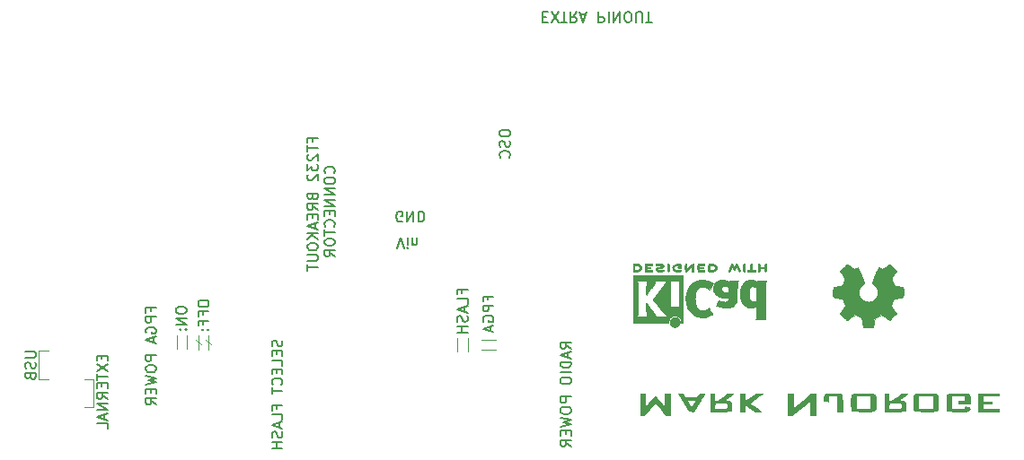
<source format=gbo>
G04 #@! TF.GenerationSoftware,KiCad,Pcbnew,(6.0.1)*
G04 #@! TF.CreationDate,2022-02-07T11:20:35+02:00*
G04 #@! TF.ProjectId,LoRaDongle_iCE40,4c6f5261-446f-46e6-976c-655f69434534,1.0*
G04 #@! TF.SameCoordinates,Original*
G04 #@! TF.FileFunction,Legend,Bot*
G04 #@! TF.FilePolarity,Positive*
%FSLAX46Y46*%
G04 Gerber Fmt 4.6, Leading zero omitted, Abs format (unit mm)*
G04 Created by KiCad (PCBNEW (6.0.1)) date 2022-02-07 11:20:35*
%MOMM*%
%LPD*%
G01*
G04 APERTURE LIST*
%ADD10C,0.120000*%
%ADD11C,0.150000*%
%ADD12C,0.010000*%
G04 APERTURE END LIST*
D10*
X129000000Y-109000000D02*
X129000000Y-107700000D01*
X130800000Y-108150000D02*
X131300000Y-108600000D01*
X116010000Y-109180000D02*
X116010000Y-111880000D01*
X159050000Y-108100000D02*
X157750000Y-108100000D01*
X120300000Y-111870000D02*
X121150000Y-111870000D01*
X159050000Y-109050000D02*
X157750000Y-109050000D01*
X129950000Y-109000000D02*
X129950000Y-107700000D01*
X131050000Y-109050000D02*
X131050000Y-107750000D01*
X116010000Y-111880000D02*
X116870000Y-111880000D01*
X121150000Y-111870000D02*
X121160000Y-114460000D01*
X121160000Y-114460000D02*
X120270000Y-114460000D01*
X132000000Y-109050000D02*
X132000000Y-107750000D01*
X131750000Y-108150000D02*
X132250000Y-108600000D01*
X116900000Y-109180000D02*
X116010000Y-109180000D01*
X156400000Y-109250000D02*
X156400000Y-107950000D01*
X155450000Y-109250000D02*
X155450000Y-107950000D01*
D11*
X150238095Y-96950000D02*
X150142857Y-96997619D01*
X150000000Y-96997619D01*
X149857142Y-96950000D01*
X149761904Y-96854761D01*
X149714285Y-96759523D01*
X149666666Y-96569047D01*
X149666666Y-96426190D01*
X149714285Y-96235714D01*
X149761904Y-96140476D01*
X149857142Y-96045238D01*
X150000000Y-95997619D01*
X150095238Y-95997619D01*
X150238095Y-96045238D01*
X150285714Y-96092857D01*
X150285714Y-96426190D01*
X150095238Y-96426190D01*
X150714285Y-95997619D02*
X150714285Y-96997619D01*
X151285714Y-95997619D01*
X151285714Y-96997619D01*
X151761904Y-95997619D02*
X151761904Y-96997619D01*
X152000000Y-96997619D01*
X152142857Y-96950000D01*
X152238095Y-96854761D01*
X152285714Y-96759523D01*
X152333333Y-96569047D01*
X152333333Y-96426190D01*
X152285714Y-96235714D01*
X152238095Y-96140476D01*
X152142857Y-96045238D01*
X152000000Y-95997619D01*
X151761904Y-95997619D01*
X158328571Y-104364285D02*
X158328571Y-104030952D01*
X158852380Y-104030952D02*
X157852380Y-104030952D01*
X157852380Y-104507142D01*
X158852380Y-104888095D02*
X157852380Y-104888095D01*
X157852380Y-105269047D01*
X157900000Y-105364285D01*
X157947619Y-105411904D01*
X158042857Y-105459523D01*
X158185714Y-105459523D01*
X158280952Y-105411904D01*
X158328571Y-105364285D01*
X158376190Y-105269047D01*
X158376190Y-104888095D01*
X157900000Y-106411904D02*
X157852380Y-106316666D01*
X157852380Y-106173809D01*
X157900000Y-106030952D01*
X157995238Y-105935714D01*
X158090476Y-105888095D01*
X158280952Y-105840476D01*
X158423809Y-105840476D01*
X158614285Y-105888095D01*
X158709523Y-105935714D01*
X158804761Y-106030952D01*
X158852380Y-106173809D01*
X158852380Y-106269047D01*
X158804761Y-106411904D01*
X158757142Y-106459523D01*
X158423809Y-106459523D01*
X158423809Y-106269047D01*
X158566666Y-106840476D02*
X158566666Y-107316666D01*
X158852380Y-106745238D02*
X157852380Y-107078571D01*
X158852380Y-107411904D01*
X126528571Y-105435714D02*
X126528571Y-105102380D01*
X127052380Y-105102380D02*
X126052380Y-105102380D01*
X126052380Y-105578571D01*
X127052380Y-105959523D02*
X126052380Y-105959523D01*
X126052380Y-106340476D01*
X126100000Y-106435714D01*
X126147619Y-106483333D01*
X126242857Y-106530952D01*
X126385714Y-106530952D01*
X126480952Y-106483333D01*
X126528571Y-106435714D01*
X126576190Y-106340476D01*
X126576190Y-105959523D01*
X126100000Y-107483333D02*
X126052380Y-107388095D01*
X126052380Y-107245238D01*
X126100000Y-107102380D01*
X126195238Y-107007142D01*
X126290476Y-106959523D01*
X126480952Y-106911904D01*
X126623809Y-106911904D01*
X126814285Y-106959523D01*
X126909523Y-107007142D01*
X127004761Y-107102380D01*
X127052380Y-107245238D01*
X127052380Y-107340476D01*
X127004761Y-107483333D01*
X126957142Y-107530952D01*
X126623809Y-107530952D01*
X126623809Y-107340476D01*
X126766666Y-107911904D02*
X126766666Y-108388095D01*
X127052380Y-107816666D02*
X126052380Y-108150000D01*
X127052380Y-108483333D01*
X127052380Y-109578571D02*
X126052380Y-109578571D01*
X126052380Y-109959523D01*
X126100000Y-110054761D01*
X126147619Y-110102380D01*
X126242857Y-110150000D01*
X126385714Y-110150000D01*
X126480952Y-110102380D01*
X126528571Y-110054761D01*
X126576190Y-109959523D01*
X126576190Y-109578571D01*
X126052380Y-110769047D02*
X126052380Y-110959523D01*
X126100000Y-111054761D01*
X126195238Y-111150000D01*
X126385714Y-111197619D01*
X126719047Y-111197619D01*
X126909523Y-111150000D01*
X127004761Y-111054761D01*
X127052380Y-110959523D01*
X127052380Y-110769047D01*
X127004761Y-110673809D01*
X126909523Y-110578571D01*
X126719047Y-110530952D01*
X126385714Y-110530952D01*
X126195238Y-110578571D01*
X126100000Y-110673809D01*
X126052380Y-110769047D01*
X126052380Y-111530952D02*
X127052380Y-111769047D01*
X126338095Y-111959523D01*
X127052380Y-112150000D01*
X126052380Y-112388095D01*
X126528571Y-112769047D02*
X126528571Y-113102380D01*
X127052380Y-113245238D02*
X127052380Y-112769047D01*
X126052380Y-112769047D01*
X126052380Y-113245238D01*
X127052380Y-114245238D02*
X126576190Y-113911904D01*
X127052380Y-113673809D02*
X126052380Y-113673809D01*
X126052380Y-114054761D01*
X126100000Y-114150000D01*
X126147619Y-114197619D01*
X126242857Y-114245238D01*
X126385714Y-114245238D01*
X126480952Y-114197619D01*
X126528571Y-114150000D01*
X126576190Y-114054761D01*
X126576190Y-113673809D01*
X155878571Y-103709523D02*
X155878571Y-103376190D01*
X156402380Y-103376190D02*
X155402380Y-103376190D01*
X155402380Y-103852380D01*
X156402380Y-104709523D02*
X156402380Y-104233333D01*
X155402380Y-104233333D01*
X156116666Y-104995238D02*
X156116666Y-105471428D01*
X156402380Y-104900000D02*
X155402380Y-105233333D01*
X156402380Y-105566666D01*
X156354761Y-105852380D02*
X156402380Y-105995238D01*
X156402380Y-106233333D01*
X156354761Y-106328571D01*
X156307142Y-106376190D01*
X156211904Y-106423809D01*
X156116666Y-106423809D01*
X156021428Y-106376190D01*
X155973809Y-106328571D01*
X155926190Y-106233333D01*
X155878571Y-106042857D01*
X155830952Y-105947619D01*
X155783333Y-105900000D01*
X155688095Y-105852380D01*
X155592857Y-105852380D01*
X155497619Y-105900000D01*
X155450000Y-105947619D01*
X155402380Y-106042857D01*
X155402380Y-106280952D01*
X155450000Y-106423809D01*
X156402380Y-106852380D02*
X155402380Y-106852380D01*
X155878571Y-106852380D02*
X155878571Y-107423809D01*
X156402380Y-107423809D02*
X155402380Y-107423809D01*
X163478571Y-77671428D02*
X163811904Y-77671428D01*
X163954761Y-77147619D02*
X163478571Y-77147619D01*
X163478571Y-78147619D01*
X163954761Y-78147619D01*
X164288095Y-78147619D02*
X164954761Y-77147619D01*
X164954761Y-78147619D02*
X164288095Y-77147619D01*
X165192857Y-78147619D02*
X165764285Y-78147619D01*
X165478571Y-77147619D02*
X165478571Y-78147619D01*
X166669047Y-77147619D02*
X166335714Y-77623809D01*
X166097619Y-77147619D02*
X166097619Y-78147619D01*
X166478571Y-78147619D01*
X166573809Y-78100000D01*
X166621428Y-78052380D01*
X166669047Y-77957142D01*
X166669047Y-77814285D01*
X166621428Y-77719047D01*
X166573809Y-77671428D01*
X166478571Y-77623809D01*
X166097619Y-77623809D01*
X167050000Y-77433333D02*
X167526190Y-77433333D01*
X166954761Y-77147619D02*
X167288095Y-78147619D01*
X167621428Y-77147619D01*
X168716666Y-77147619D02*
X168716666Y-78147619D01*
X169097619Y-78147619D01*
X169192857Y-78100000D01*
X169240476Y-78052380D01*
X169288095Y-77957142D01*
X169288095Y-77814285D01*
X169240476Y-77719047D01*
X169192857Y-77671428D01*
X169097619Y-77623809D01*
X168716666Y-77623809D01*
X169716666Y-77147619D02*
X169716666Y-78147619D01*
X170192857Y-77147619D02*
X170192857Y-78147619D01*
X170764285Y-77147619D01*
X170764285Y-78147619D01*
X171430952Y-78147619D02*
X171621428Y-78147619D01*
X171716666Y-78100000D01*
X171811904Y-78004761D01*
X171859523Y-77814285D01*
X171859523Y-77480952D01*
X171811904Y-77290476D01*
X171716666Y-77195238D01*
X171621428Y-77147619D01*
X171430952Y-77147619D01*
X171335714Y-77195238D01*
X171240476Y-77290476D01*
X171192857Y-77480952D01*
X171192857Y-77814285D01*
X171240476Y-78004761D01*
X171335714Y-78100000D01*
X171430952Y-78147619D01*
X172288095Y-78147619D02*
X172288095Y-77338095D01*
X172335714Y-77242857D01*
X172383333Y-77195238D01*
X172478571Y-77147619D01*
X172669047Y-77147619D01*
X172764285Y-77195238D01*
X172811904Y-77242857D01*
X172859523Y-77338095D01*
X172859523Y-78147619D01*
X173192857Y-78147619D02*
X173764285Y-78147619D01*
X173478571Y-77147619D02*
X173478571Y-78147619D01*
X141773571Y-89392857D02*
X141773571Y-89059523D01*
X142297380Y-89059523D02*
X141297380Y-89059523D01*
X141297380Y-89535714D01*
X141297380Y-89773809D02*
X141297380Y-90345238D01*
X142297380Y-90059523D02*
X141297380Y-90059523D01*
X141392619Y-90630952D02*
X141345000Y-90678571D01*
X141297380Y-90773809D01*
X141297380Y-91011904D01*
X141345000Y-91107142D01*
X141392619Y-91154761D01*
X141487857Y-91202380D01*
X141583095Y-91202380D01*
X141725952Y-91154761D01*
X142297380Y-90583333D01*
X142297380Y-91202380D01*
X141297380Y-91535714D02*
X141297380Y-92154761D01*
X141678333Y-91821428D01*
X141678333Y-91964285D01*
X141725952Y-92059523D01*
X141773571Y-92107142D01*
X141868809Y-92154761D01*
X142106904Y-92154761D01*
X142202142Y-92107142D01*
X142249761Y-92059523D01*
X142297380Y-91964285D01*
X142297380Y-91678571D01*
X142249761Y-91583333D01*
X142202142Y-91535714D01*
X141392619Y-92535714D02*
X141345000Y-92583333D01*
X141297380Y-92678571D01*
X141297380Y-92916666D01*
X141345000Y-93011904D01*
X141392619Y-93059523D01*
X141487857Y-93107142D01*
X141583095Y-93107142D01*
X141725952Y-93059523D01*
X142297380Y-92488095D01*
X142297380Y-93107142D01*
X141773571Y-94630952D02*
X141821190Y-94773809D01*
X141868809Y-94821428D01*
X141964047Y-94869047D01*
X142106904Y-94869047D01*
X142202142Y-94821428D01*
X142249761Y-94773809D01*
X142297380Y-94678571D01*
X142297380Y-94297619D01*
X141297380Y-94297619D01*
X141297380Y-94630952D01*
X141345000Y-94726190D01*
X141392619Y-94773809D01*
X141487857Y-94821428D01*
X141583095Y-94821428D01*
X141678333Y-94773809D01*
X141725952Y-94726190D01*
X141773571Y-94630952D01*
X141773571Y-94297619D01*
X142297380Y-95869047D02*
X141821190Y-95535714D01*
X142297380Y-95297619D02*
X141297380Y-95297619D01*
X141297380Y-95678571D01*
X141345000Y-95773809D01*
X141392619Y-95821428D01*
X141487857Y-95869047D01*
X141630714Y-95869047D01*
X141725952Y-95821428D01*
X141773571Y-95773809D01*
X141821190Y-95678571D01*
X141821190Y-95297619D01*
X141773571Y-96297619D02*
X141773571Y-96630952D01*
X142297380Y-96773809D02*
X142297380Y-96297619D01*
X141297380Y-96297619D01*
X141297380Y-96773809D01*
X142011666Y-97154761D02*
X142011666Y-97630952D01*
X142297380Y-97059523D02*
X141297380Y-97392857D01*
X142297380Y-97726190D01*
X142297380Y-98059523D02*
X141297380Y-98059523D01*
X142297380Y-98630952D02*
X141725952Y-98202380D01*
X141297380Y-98630952D02*
X141868809Y-98059523D01*
X141297380Y-99250000D02*
X141297380Y-99440476D01*
X141345000Y-99535714D01*
X141440238Y-99630952D01*
X141630714Y-99678571D01*
X141964047Y-99678571D01*
X142154523Y-99630952D01*
X142249761Y-99535714D01*
X142297380Y-99440476D01*
X142297380Y-99250000D01*
X142249761Y-99154761D01*
X142154523Y-99059523D01*
X141964047Y-99011904D01*
X141630714Y-99011904D01*
X141440238Y-99059523D01*
X141345000Y-99154761D01*
X141297380Y-99250000D01*
X141297380Y-100107142D02*
X142106904Y-100107142D01*
X142202142Y-100154761D01*
X142249761Y-100202380D01*
X142297380Y-100297619D01*
X142297380Y-100488095D01*
X142249761Y-100583333D01*
X142202142Y-100630952D01*
X142106904Y-100678571D01*
X141297380Y-100678571D01*
X141297380Y-101011904D02*
X141297380Y-101583333D01*
X142297380Y-101297619D02*
X141297380Y-101297619D01*
X143812142Y-92392857D02*
X143859761Y-92345238D01*
X143907380Y-92202380D01*
X143907380Y-92107142D01*
X143859761Y-91964285D01*
X143764523Y-91869047D01*
X143669285Y-91821428D01*
X143478809Y-91773809D01*
X143335952Y-91773809D01*
X143145476Y-91821428D01*
X143050238Y-91869047D01*
X142955000Y-91964285D01*
X142907380Y-92107142D01*
X142907380Y-92202380D01*
X142955000Y-92345238D01*
X143002619Y-92392857D01*
X142907380Y-93011904D02*
X142907380Y-93202380D01*
X142955000Y-93297619D01*
X143050238Y-93392857D01*
X143240714Y-93440476D01*
X143574047Y-93440476D01*
X143764523Y-93392857D01*
X143859761Y-93297619D01*
X143907380Y-93202380D01*
X143907380Y-93011904D01*
X143859761Y-92916666D01*
X143764523Y-92821428D01*
X143574047Y-92773809D01*
X143240714Y-92773809D01*
X143050238Y-92821428D01*
X142955000Y-92916666D01*
X142907380Y-93011904D01*
X143907380Y-93869047D02*
X142907380Y-93869047D01*
X143907380Y-94440476D01*
X142907380Y-94440476D01*
X143907380Y-94916666D02*
X142907380Y-94916666D01*
X143907380Y-95488095D01*
X142907380Y-95488095D01*
X143383571Y-95964285D02*
X143383571Y-96297619D01*
X143907380Y-96440476D02*
X143907380Y-95964285D01*
X142907380Y-95964285D01*
X142907380Y-96440476D01*
X143812142Y-97440476D02*
X143859761Y-97392857D01*
X143907380Y-97250000D01*
X143907380Y-97154761D01*
X143859761Y-97011904D01*
X143764523Y-96916666D01*
X143669285Y-96869047D01*
X143478809Y-96821428D01*
X143335952Y-96821428D01*
X143145476Y-96869047D01*
X143050238Y-96916666D01*
X142955000Y-97011904D01*
X142907380Y-97154761D01*
X142907380Y-97250000D01*
X142955000Y-97392857D01*
X143002619Y-97440476D01*
X142907380Y-97726190D02*
X142907380Y-98297619D01*
X143907380Y-98011904D02*
X142907380Y-98011904D01*
X142907380Y-98821428D02*
X142907380Y-99011904D01*
X142955000Y-99107142D01*
X143050238Y-99202380D01*
X143240714Y-99250000D01*
X143574047Y-99250000D01*
X143764523Y-99202380D01*
X143859761Y-99107142D01*
X143907380Y-99011904D01*
X143907380Y-98821428D01*
X143859761Y-98726190D01*
X143764523Y-98630952D01*
X143574047Y-98583333D01*
X143240714Y-98583333D01*
X143050238Y-98630952D01*
X142955000Y-98726190D01*
X142907380Y-98821428D01*
X143907380Y-100250000D02*
X143431190Y-99916666D01*
X143907380Y-99678571D02*
X142907380Y-99678571D01*
X142907380Y-100059523D01*
X142955000Y-100154761D01*
X143002619Y-100202380D01*
X143097857Y-100250000D01*
X143240714Y-100250000D01*
X143335952Y-100202380D01*
X143383571Y-100154761D01*
X143431190Y-100059523D01*
X143431190Y-99678571D01*
X114702380Y-109248095D02*
X115511904Y-109248095D01*
X115607142Y-109295714D01*
X115654761Y-109343333D01*
X115702380Y-109438571D01*
X115702380Y-109629047D01*
X115654761Y-109724285D01*
X115607142Y-109771904D01*
X115511904Y-109819523D01*
X114702380Y-109819523D01*
X115654761Y-110248095D02*
X115702380Y-110390952D01*
X115702380Y-110629047D01*
X115654761Y-110724285D01*
X115607142Y-110771904D01*
X115511904Y-110819523D01*
X115416666Y-110819523D01*
X115321428Y-110771904D01*
X115273809Y-110724285D01*
X115226190Y-110629047D01*
X115178571Y-110438571D01*
X115130952Y-110343333D01*
X115083333Y-110295714D01*
X114988095Y-110248095D01*
X114892857Y-110248095D01*
X114797619Y-110295714D01*
X114750000Y-110343333D01*
X114702380Y-110438571D01*
X114702380Y-110676666D01*
X114750000Y-110819523D01*
X115178571Y-111581428D02*
X115226190Y-111724285D01*
X115273809Y-111771904D01*
X115369047Y-111819523D01*
X115511904Y-111819523D01*
X115607142Y-111771904D01*
X115654761Y-111724285D01*
X115702380Y-111629047D01*
X115702380Y-111248095D01*
X114702380Y-111248095D01*
X114702380Y-111581428D01*
X114750000Y-111676666D01*
X114797619Y-111724285D01*
X114892857Y-111771904D01*
X114988095Y-111771904D01*
X115083333Y-111724285D01*
X115130952Y-111676666D01*
X115178571Y-111581428D01*
X115178571Y-111248095D01*
X149726190Y-99497619D02*
X150059523Y-98497619D01*
X150392857Y-99497619D01*
X150726190Y-98497619D02*
X150726190Y-99164285D01*
X150726190Y-99497619D02*
X150678571Y-99450000D01*
X150726190Y-99402380D01*
X150773809Y-99450000D01*
X150726190Y-99497619D01*
X150726190Y-99402380D01*
X151202380Y-99164285D02*
X151202380Y-98497619D01*
X151202380Y-99069047D02*
X151250000Y-99116666D01*
X151345238Y-99164285D01*
X151488095Y-99164285D01*
X151583333Y-99116666D01*
X151630952Y-99021428D01*
X151630952Y-98497619D01*
X166152380Y-108940476D02*
X165676190Y-108607142D01*
X166152380Y-108369047D02*
X165152380Y-108369047D01*
X165152380Y-108750000D01*
X165200000Y-108845238D01*
X165247619Y-108892857D01*
X165342857Y-108940476D01*
X165485714Y-108940476D01*
X165580952Y-108892857D01*
X165628571Y-108845238D01*
X165676190Y-108750000D01*
X165676190Y-108369047D01*
X165866666Y-109321428D02*
X165866666Y-109797619D01*
X166152380Y-109226190D02*
X165152380Y-109559523D01*
X166152380Y-109892857D01*
X166152380Y-110226190D02*
X165152380Y-110226190D01*
X165152380Y-110464285D01*
X165200000Y-110607142D01*
X165295238Y-110702380D01*
X165390476Y-110750000D01*
X165580952Y-110797619D01*
X165723809Y-110797619D01*
X165914285Y-110750000D01*
X166009523Y-110702380D01*
X166104761Y-110607142D01*
X166152380Y-110464285D01*
X166152380Y-110226190D01*
X166152380Y-111226190D02*
X165152380Y-111226190D01*
X165152380Y-111892857D02*
X165152380Y-112083333D01*
X165200000Y-112178571D01*
X165295238Y-112273809D01*
X165485714Y-112321428D01*
X165819047Y-112321428D01*
X166009523Y-112273809D01*
X166104761Y-112178571D01*
X166152380Y-112083333D01*
X166152380Y-111892857D01*
X166104761Y-111797619D01*
X166009523Y-111702380D01*
X165819047Y-111654761D01*
X165485714Y-111654761D01*
X165295238Y-111702380D01*
X165200000Y-111797619D01*
X165152380Y-111892857D01*
X166152380Y-113511904D02*
X165152380Y-113511904D01*
X165152380Y-113892857D01*
X165200000Y-113988095D01*
X165247619Y-114035714D01*
X165342857Y-114083333D01*
X165485714Y-114083333D01*
X165580952Y-114035714D01*
X165628571Y-113988095D01*
X165676190Y-113892857D01*
X165676190Y-113511904D01*
X165152380Y-114702380D02*
X165152380Y-114892857D01*
X165200000Y-114988095D01*
X165295238Y-115083333D01*
X165485714Y-115130952D01*
X165819047Y-115130952D01*
X166009523Y-115083333D01*
X166104761Y-114988095D01*
X166152380Y-114892857D01*
X166152380Y-114702380D01*
X166104761Y-114607142D01*
X166009523Y-114511904D01*
X165819047Y-114464285D01*
X165485714Y-114464285D01*
X165295238Y-114511904D01*
X165200000Y-114607142D01*
X165152380Y-114702380D01*
X165152380Y-115464285D02*
X166152380Y-115702380D01*
X165438095Y-115892857D01*
X166152380Y-116083333D01*
X165152380Y-116321428D01*
X165628571Y-116702380D02*
X165628571Y-117035714D01*
X166152380Y-117178571D02*
X166152380Y-116702380D01*
X165152380Y-116702380D01*
X165152380Y-117178571D01*
X166152380Y-118178571D02*
X165676190Y-117845238D01*
X166152380Y-117607142D02*
X165152380Y-117607142D01*
X165152380Y-117988095D01*
X165200000Y-118083333D01*
X165247619Y-118130952D01*
X165342857Y-118178571D01*
X165485714Y-118178571D01*
X165580952Y-118130952D01*
X165628571Y-118083333D01*
X165676190Y-117988095D01*
X165676190Y-117607142D01*
X159402380Y-88528571D02*
X159402380Y-88719047D01*
X159450000Y-88814285D01*
X159545238Y-88909523D01*
X159735714Y-88957142D01*
X160069047Y-88957142D01*
X160259523Y-88909523D01*
X160354761Y-88814285D01*
X160402380Y-88719047D01*
X160402380Y-88528571D01*
X160354761Y-88433333D01*
X160259523Y-88338095D01*
X160069047Y-88290476D01*
X159735714Y-88290476D01*
X159545238Y-88338095D01*
X159450000Y-88433333D01*
X159402380Y-88528571D01*
X160354761Y-89338095D02*
X160402380Y-89480952D01*
X160402380Y-89719047D01*
X160354761Y-89814285D01*
X160307142Y-89861904D01*
X160211904Y-89909523D01*
X160116666Y-89909523D01*
X160021428Y-89861904D01*
X159973809Y-89814285D01*
X159926190Y-89719047D01*
X159878571Y-89528571D01*
X159830952Y-89433333D01*
X159783333Y-89385714D01*
X159688095Y-89338095D01*
X159592857Y-89338095D01*
X159497619Y-89385714D01*
X159450000Y-89433333D01*
X159402380Y-89528571D01*
X159402380Y-89766666D01*
X159450000Y-89909523D01*
X160307142Y-90909523D02*
X160354761Y-90861904D01*
X160402380Y-90719047D01*
X160402380Y-90623809D01*
X160354761Y-90480952D01*
X160259523Y-90385714D01*
X160164285Y-90338095D01*
X159973809Y-90290476D01*
X159830952Y-90290476D01*
X159640476Y-90338095D01*
X159545238Y-90385714D01*
X159450000Y-90480952D01*
X159402380Y-90623809D01*
X159402380Y-90719047D01*
X159450000Y-90861904D01*
X159497619Y-90909523D01*
X138904761Y-108180952D02*
X138952380Y-108323809D01*
X138952380Y-108561904D01*
X138904761Y-108657142D01*
X138857142Y-108704761D01*
X138761904Y-108752380D01*
X138666666Y-108752380D01*
X138571428Y-108704761D01*
X138523809Y-108657142D01*
X138476190Y-108561904D01*
X138428571Y-108371428D01*
X138380952Y-108276190D01*
X138333333Y-108228571D01*
X138238095Y-108180952D01*
X138142857Y-108180952D01*
X138047619Y-108228571D01*
X138000000Y-108276190D01*
X137952380Y-108371428D01*
X137952380Y-108609523D01*
X138000000Y-108752380D01*
X138428571Y-109180952D02*
X138428571Y-109514285D01*
X138952380Y-109657142D02*
X138952380Y-109180952D01*
X137952380Y-109180952D01*
X137952380Y-109657142D01*
X138952380Y-110561904D02*
X138952380Y-110085714D01*
X137952380Y-110085714D01*
X138428571Y-110895238D02*
X138428571Y-111228571D01*
X138952380Y-111371428D02*
X138952380Y-110895238D01*
X137952380Y-110895238D01*
X137952380Y-111371428D01*
X138857142Y-112371428D02*
X138904761Y-112323809D01*
X138952380Y-112180952D01*
X138952380Y-112085714D01*
X138904761Y-111942857D01*
X138809523Y-111847619D01*
X138714285Y-111800000D01*
X138523809Y-111752380D01*
X138380952Y-111752380D01*
X138190476Y-111800000D01*
X138095238Y-111847619D01*
X138000000Y-111942857D01*
X137952380Y-112085714D01*
X137952380Y-112180952D01*
X138000000Y-112323809D01*
X138047619Y-112371428D01*
X137952380Y-112657142D02*
X137952380Y-113228571D01*
X138952380Y-112942857D02*
X137952380Y-112942857D01*
X138428571Y-114657142D02*
X138428571Y-114323809D01*
X138952380Y-114323809D02*
X137952380Y-114323809D01*
X137952380Y-114800000D01*
X138952380Y-115657142D02*
X138952380Y-115180952D01*
X137952380Y-115180952D01*
X138666666Y-115942857D02*
X138666666Y-116419047D01*
X138952380Y-115847619D02*
X137952380Y-116180952D01*
X138952380Y-116514285D01*
X138904761Y-116800000D02*
X138952380Y-116942857D01*
X138952380Y-117180952D01*
X138904761Y-117276190D01*
X138857142Y-117323809D01*
X138761904Y-117371428D01*
X138666666Y-117371428D01*
X138571428Y-117323809D01*
X138523809Y-117276190D01*
X138476190Y-117180952D01*
X138428571Y-116990476D01*
X138380952Y-116895238D01*
X138333333Y-116847619D01*
X138238095Y-116800000D01*
X138142857Y-116800000D01*
X138047619Y-116847619D01*
X138000000Y-116895238D01*
X137952380Y-116990476D01*
X137952380Y-117228571D01*
X138000000Y-117371428D01*
X138952380Y-117800000D02*
X137952380Y-117800000D01*
X138428571Y-117800000D02*
X138428571Y-118371428D01*
X138952380Y-118371428D02*
X137952380Y-118371428D01*
X131002380Y-104609523D02*
X131002380Y-104800000D01*
X131050000Y-104895238D01*
X131145238Y-104990476D01*
X131335714Y-105038095D01*
X131669047Y-105038095D01*
X131859523Y-104990476D01*
X131954761Y-104895238D01*
X132002380Y-104800000D01*
X132002380Y-104609523D01*
X131954761Y-104514285D01*
X131859523Y-104419047D01*
X131669047Y-104371428D01*
X131335714Y-104371428D01*
X131145238Y-104419047D01*
X131050000Y-104514285D01*
X131002380Y-104609523D01*
X131478571Y-105800000D02*
X131478571Y-105466666D01*
X132002380Y-105466666D02*
X131002380Y-105466666D01*
X131002380Y-105942857D01*
X131478571Y-106657142D02*
X131478571Y-106323809D01*
X132002380Y-106323809D02*
X131002380Y-106323809D01*
X131002380Y-106799999D01*
X131907142Y-107180952D02*
X131954761Y-107228571D01*
X132002380Y-107180952D01*
X131954761Y-107133333D01*
X131907142Y-107180952D01*
X132002380Y-107180952D01*
X131383333Y-107180952D02*
X131430952Y-107228571D01*
X131478571Y-107180952D01*
X131430952Y-107133333D01*
X131383333Y-107180952D01*
X131478571Y-107180952D01*
X128902380Y-105242857D02*
X128902380Y-105433333D01*
X128950000Y-105528571D01*
X129045238Y-105623809D01*
X129235714Y-105671428D01*
X129569047Y-105671428D01*
X129759523Y-105623809D01*
X129854761Y-105528571D01*
X129902380Y-105433333D01*
X129902380Y-105242857D01*
X129854761Y-105147619D01*
X129759523Y-105052380D01*
X129569047Y-105004761D01*
X129235714Y-105004761D01*
X129045238Y-105052380D01*
X128950000Y-105147619D01*
X128902380Y-105242857D01*
X129902380Y-106100000D02*
X128902380Y-106100000D01*
X129902380Y-106671428D01*
X128902380Y-106671428D01*
X129807142Y-107147619D02*
X129854761Y-107195238D01*
X129902380Y-107147619D01*
X129854761Y-107100000D01*
X129807142Y-107147619D01*
X129902380Y-107147619D01*
X129283333Y-107147619D02*
X129330952Y-107195238D01*
X129378571Y-107147619D01*
X129330952Y-107100000D01*
X129283333Y-107147619D01*
X129378571Y-107147619D01*
X121928571Y-109619047D02*
X121928571Y-109952380D01*
X122452380Y-110095238D02*
X122452380Y-109619047D01*
X121452380Y-109619047D01*
X121452380Y-110095238D01*
X121452380Y-110428571D02*
X122452380Y-111095238D01*
X121452380Y-111095238D02*
X122452380Y-110428571D01*
X121452380Y-111333333D02*
X121452380Y-111904761D01*
X122452380Y-111619047D02*
X121452380Y-111619047D01*
X121928571Y-112238095D02*
X121928571Y-112571428D01*
X122452380Y-112714285D02*
X122452380Y-112238095D01*
X121452380Y-112238095D01*
X121452380Y-112714285D01*
X122452380Y-113714285D02*
X121976190Y-113380952D01*
X122452380Y-113142857D02*
X121452380Y-113142857D01*
X121452380Y-113523809D01*
X121500000Y-113619047D01*
X121547619Y-113666666D01*
X121642857Y-113714285D01*
X121785714Y-113714285D01*
X121880952Y-113666666D01*
X121928571Y-113619047D01*
X121976190Y-113523809D01*
X121976190Y-113142857D01*
X122452380Y-114142857D02*
X121452380Y-114142857D01*
X122452380Y-114714285D01*
X121452380Y-114714285D01*
X122166666Y-115142857D02*
X122166666Y-115619047D01*
X122452380Y-115047619D02*
X121452380Y-115380952D01*
X122452380Y-115714285D01*
X122452380Y-116523809D02*
X122452380Y-116047619D01*
X121452380Y-116047619D01*
D12*
X194705814Y-106481069D02*
X194789635Y-106036445D01*
X194789635Y-106036445D02*
X195098920Y-105908947D01*
X195098920Y-105908947D02*
X195408206Y-105781449D01*
X195408206Y-105781449D02*
X195779246Y-106033754D01*
X195779246Y-106033754D02*
X195883157Y-106104004D01*
X195883157Y-106104004D02*
X195977087Y-106166728D01*
X195977087Y-106166728D02*
X196056652Y-106219062D01*
X196056652Y-106219062D02*
X196117470Y-106258143D01*
X196117470Y-106258143D02*
X196155157Y-106281107D01*
X196155157Y-106281107D02*
X196165421Y-106286058D01*
X196165421Y-106286058D02*
X196183910Y-106273324D01*
X196183910Y-106273324D02*
X196223420Y-106238118D01*
X196223420Y-106238118D02*
X196279522Y-106184938D01*
X196279522Y-106184938D02*
X196347787Y-106118282D01*
X196347787Y-106118282D02*
X196423786Y-106042646D01*
X196423786Y-106042646D02*
X196503092Y-105962528D01*
X196503092Y-105962528D02*
X196581275Y-105882426D01*
X196581275Y-105882426D02*
X196653907Y-105806836D01*
X196653907Y-105806836D02*
X196716559Y-105740255D01*
X196716559Y-105740255D02*
X196764803Y-105687182D01*
X196764803Y-105687182D02*
X196794210Y-105652113D01*
X196794210Y-105652113D02*
X196801241Y-105640377D01*
X196801241Y-105640377D02*
X196791123Y-105618740D01*
X196791123Y-105618740D02*
X196762759Y-105571338D01*
X196762759Y-105571338D02*
X196719129Y-105502807D01*
X196719129Y-105502807D02*
X196663218Y-105417785D01*
X196663218Y-105417785D02*
X196598006Y-105320907D01*
X196598006Y-105320907D02*
X196560219Y-105265650D01*
X196560219Y-105265650D02*
X196491343Y-105164752D01*
X196491343Y-105164752D02*
X196430140Y-105073701D01*
X196430140Y-105073701D02*
X196379578Y-104997030D01*
X196379578Y-104997030D02*
X196342628Y-104939272D01*
X196342628Y-104939272D02*
X196322258Y-104904957D01*
X196322258Y-104904957D02*
X196319197Y-104897746D01*
X196319197Y-104897746D02*
X196326136Y-104877252D01*
X196326136Y-104877252D02*
X196345051Y-104829487D01*
X196345051Y-104829487D02*
X196373087Y-104761168D01*
X196373087Y-104761168D02*
X196407391Y-104679011D01*
X196407391Y-104679011D02*
X196445109Y-104589730D01*
X196445109Y-104589730D02*
X196483387Y-104500042D01*
X196483387Y-104500042D02*
X196519370Y-104416662D01*
X196519370Y-104416662D02*
X196550206Y-104346306D01*
X196550206Y-104346306D02*
X196573039Y-104295690D01*
X196573039Y-104295690D02*
X196585017Y-104271529D01*
X196585017Y-104271529D02*
X196585724Y-104270578D01*
X196585724Y-104270578D02*
X196604531Y-104265964D01*
X196604531Y-104265964D02*
X196654618Y-104255672D01*
X196654618Y-104255672D02*
X196730793Y-104240713D01*
X196730793Y-104240713D02*
X196827865Y-104222099D01*
X196827865Y-104222099D02*
X196940643Y-104200841D01*
X196940643Y-104200841D02*
X197006442Y-104188582D01*
X197006442Y-104188582D02*
X197126950Y-104165638D01*
X197126950Y-104165638D02*
X197235797Y-104143805D01*
X197235797Y-104143805D02*
X197327476Y-104124278D01*
X197327476Y-104124278D02*
X197396481Y-104108252D01*
X197396481Y-104108252D02*
X197437304Y-104096921D01*
X197437304Y-104096921D02*
X197445511Y-104093326D01*
X197445511Y-104093326D02*
X197453548Y-104068994D01*
X197453548Y-104068994D02*
X197460033Y-104014041D01*
X197460033Y-104014041D02*
X197464970Y-103934892D01*
X197464970Y-103934892D02*
X197468364Y-103837974D01*
X197468364Y-103837974D02*
X197470218Y-103729713D01*
X197470218Y-103729713D02*
X197470538Y-103616535D01*
X197470538Y-103616535D02*
X197469327Y-103504865D01*
X197469327Y-103504865D02*
X197466590Y-103401132D01*
X197466590Y-103401132D02*
X197462331Y-103311759D01*
X197462331Y-103311759D02*
X197456555Y-103243174D01*
X197456555Y-103243174D02*
X197449267Y-103201803D01*
X197449267Y-103201803D02*
X197444895Y-103193190D01*
X197444895Y-103193190D02*
X197418764Y-103182867D01*
X197418764Y-103182867D02*
X197363393Y-103168108D01*
X197363393Y-103168108D02*
X197286107Y-103150648D01*
X197286107Y-103150648D02*
X197194230Y-103132220D01*
X197194230Y-103132220D02*
X197162158Y-103126259D01*
X197162158Y-103126259D02*
X197007524Y-103097934D01*
X197007524Y-103097934D02*
X196885375Y-103075124D01*
X196885375Y-103075124D02*
X196791673Y-103056920D01*
X196791673Y-103056920D02*
X196722384Y-103042417D01*
X196722384Y-103042417D02*
X196673471Y-103030708D01*
X196673471Y-103030708D02*
X196640897Y-103020885D01*
X196640897Y-103020885D02*
X196620628Y-103012044D01*
X196620628Y-103012044D02*
X196608626Y-103003276D01*
X196608626Y-103003276D02*
X196606947Y-103001543D01*
X196606947Y-103001543D02*
X196590184Y-102973629D01*
X196590184Y-102973629D02*
X196564614Y-102919305D01*
X196564614Y-102919305D02*
X196532788Y-102845223D01*
X196532788Y-102845223D02*
X196497260Y-102758035D01*
X196497260Y-102758035D02*
X196460583Y-102664392D01*
X196460583Y-102664392D02*
X196425311Y-102570948D01*
X196425311Y-102570948D02*
X196393996Y-102484353D01*
X196393996Y-102484353D02*
X196369193Y-102411260D01*
X196369193Y-102411260D02*
X196353454Y-102358322D01*
X196353454Y-102358322D02*
X196349332Y-102332189D01*
X196349332Y-102332189D02*
X196349676Y-102331274D01*
X196349676Y-102331274D02*
X196363641Y-102309914D01*
X196363641Y-102309914D02*
X196395322Y-102262916D01*
X196395322Y-102262916D02*
X196441391Y-102195173D01*
X196441391Y-102195173D02*
X196498518Y-102111577D01*
X196498518Y-102111577D02*
X196563373Y-102017018D01*
X196563373Y-102017018D02*
X196581843Y-101990146D01*
X196581843Y-101990146D02*
X196647699Y-101892725D01*
X196647699Y-101892725D02*
X196705650Y-101803837D01*
X196705650Y-101803837D02*
X196752538Y-101728588D01*
X196752538Y-101728588D02*
X196785207Y-101672080D01*
X196785207Y-101672080D02*
X196800500Y-101639419D01*
X196800500Y-101639419D02*
X196801241Y-101635407D01*
X196801241Y-101635407D02*
X196788392Y-101614316D01*
X196788392Y-101614316D02*
X196752888Y-101572536D01*
X196752888Y-101572536D02*
X196699293Y-101514555D01*
X196699293Y-101514555D02*
X196632171Y-101444865D01*
X196632171Y-101444865D02*
X196556087Y-101367955D01*
X196556087Y-101367955D02*
X196475604Y-101288317D01*
X196475604Y-101288317D02*
X196395287Y-101210439D01*
X196395287Y-101210439D02*
X196319699Y-101138814D01*
X196319699Y-101138814D02*
X196253405Y-101077930D01*
X196253405Y-101077930D02*
X196200969Y-101032279D01*
X196200969Y-101032279D02*
X196166955Y-101006350D01*
X196166955Y-101006350D02*
X196157545Y-101002117D01*
X196157545Y-101002117D02*
X196135643Y-101012088D01*
X196135643Y-101012088D02*
X196090800Y-101038980D01*
X196090800Y-101038980D02*
X196030321Y-101078264D01*
X196030321Y-101078264D02*
X195983789Y-101109883D01*
X195983789Y-101109883D02*
X195899475Y-101167902D01*
X195899475Y-101167902D02*
X195799626Y-101236216D01*
X195799626Y-101236216D02*
X195699473Y-101304421D01*
X195699473Y-101304421D02*
X195645627Y-101340925D01*
X195645627Y-101340925D02*
X195463371Y-101464200D01*
X195463371Y-101464200D02*
X195310381Y-101381480D01*
X195310381Y-101381480D02*
X195240682Y-101345241D01*
X195240682Y-101345241D02*
X195181414Y-101317074D01*
X195181414Y-101317074D02*
X195141311Y-101301009D01*
X195141311Y-101301009D02*
X195131103Y-101298774D01*
X195131103Y-101298774D02*
X195118829Y-101315278D01*
X195118829Y-101315278D02*
X195094613Y-101361918D01*
X195094613Y-101361918D02*
X195060263Y-101434391D01*
X195060263Y-101434391D02*
X195017588Y-101528394D01*
X195017588Y-101528394D02*
X194968394Y-101639626D01*
X194968394Y-101639626D02*
X194914490Y-101763785D01*
X194914490Y-101763785D02*
X194857684Y-101896568D01*
X194857684Y-101896568D02*
X194799782Y-102033673D01*
X194799782Y-102033673D02*
X194742593Y-102170798D01*
X194742593Y-102170798D02*
X194687924Y-102303642D01*
X194687924Y-102303642D02*
X194637584Y-102427902D01*
X194637584Y-102427902D02*
X194593380Y-102539275D01*
X194593380Y-102539275D02*
X194557119Y-102633461D01*
X194557119Y-102633461D02*
X194530609Y-102706156D01*
X194530609Y-102706156D02*
X194515658Y-102753059D01*
X194515658Y-102753059D02*
X194513254Y-102769167D01*
X194513254Y-102769167D02*
X194532311Y-102789714D01*
X194532311Y-102789714D02*
X194574036Y-102823067D01*
X194574036Y-102823067D02*
X194629706Y-102862298D01*
X194629706Y-102862298D02*
X194634378Y-102865401D01*
X194634378Y-102865401D02*
X194778264Y-102980577D01*
X194778264Y-102980577D02*
X194894283Y-103114947D01*
X194894283Y-103114947D02*
X194981430Y-103264216D01*
X194981430Y-103264216D02*
X195038699Y-103424087D01*
X195038699Y-103424087D02*
X195065086Y-103590263D01*
X195065086Y-103590263D02*
X195059585Y-103758448D01*
X195059585Y-103758448D02*
X195021190Y-103924345D01*
X195021190Y-103924345D02*
X194948895Y-104083658D01*
X194948895Y-104083658D02*
X194927626Y-104118513D01*
X194927626Y-104118513D02*
X194816996Y-104259263D01*
X194816996Y-104259263D02*
X194686302Y-104372286D01*
X194686302Y-104372286D02*
X194540064Y-104456997D01*
X194540064Y-104456997D02*
X194382808Y-104512806D01*
X194382808Y-104512806D02*
X194219057Y-104539126D01*
X194219057Y-104539126D02*
X194053333Y-104535370D01*
X194053333Y-104535370D02*
X193890162Y-104500950D01*
X193890162Y-104500950D02*
X193734065Y-104435277D01*
X193734065Y-104435277D02*
X193589567Y-104337765D01*
X193589567Y-104337765D02*
X193544869Y-104298187D01*
X193544869Y-104298187D02*
X193431112Y-104174297D01*
X193431112Y-104174297D02*
X193348218Y-104043876D01*
X193348218Y-104043876D02*
X193291356Y-103897685D01*
X193291356Y-103897685D02*
X193259687Y-103752912D01*
X193259687Y-103752912D02*
X193251869Y-103590140D01*
X193251869Y-103590140D02*
X193277938Y-103426560D01*
X193277938Y-103426560D02*
X193335245Y-103267702D01*
X193335245Y-103267702D02*
X193421144Y-103119094D01*
X193421144Y-103119094D02*
X193532986Y-102986265D01*
X193532986Y-102986265D02*
X193668123Y-102874744D01*
X193668123Y-102874744D02*
X193685883Y-102862989D01*
X193685883Y-102862989D02*
X193742150Y-102824492D01*
X193742150Y-102824492D02*
X193784923Y-102791137D01*
X193784923Y-102791137D02*
X193805372Y-102769840D01*
X193805372Y-102769840D02*
X193805669Y-102769167D01*
X193805669Y-102769167D02*
X193801279Y-102746129D01*
X193801279Y-102746129D02*
X193783876Y-102693843D01*
X193783876Y-102693843D02*
X193755268Y-102616610D01*
X193755268Y-102616610D02*
X193717265Y-102518732D01*
X193717265Y-102518732D02*
X193671674Y-102404509D01*
X193671674Y-102404509D02*
X193620303Y-102278242D01*
X193620303Y-102278242D02*
X193564962Y-102144233D01*
X193564962Y-102144233D02*
X193507458Y-102006782D01*
X193507458Y-102006782D02*
X193449601Y-101870192D01*
X193449601Y-101870192D02*
X193393198Y-101738763D01*
X193393198Y-101738763D02*
X193340058Y-101616795D01*
X193340058Y-101616795D02*
X193291990Y-101508591D01*
X193291990Y-101508591D02*
X193250801Y-101418451D01*
X193250801Y-101418451D02*
X193218301Y-101350677D01*
X193218301Y-101350677D02*
X193196297Y-101309570D01*
X193196297Y-101309570D02*
X193187436Y-101298774D01*
X193187436Y-101298774D02*
X193160360Y-101307181D01*
X193160360Y-101307181D02*
X193109697Y-101329728D01*
X193109697Y-101329728D02*
X193044183Y-101362387D01*
X193044183Y-101362387D02*
X193008159Y-101381480D01*
X193008159Y-101381480D02*
X192855168Y-101464200D01*
X192855168Y-101464200D02*
X192672912Y-101340925D01*
X192672912Y-101340925D02*
X192579875Y-101277772D01*
X192579875Y-101277772D02*
X192478015Y-101208273D01*
X192478015Y-101208273D02*
X192382562Y-101142835D01*
X192382562Y-101142835D02*
X192334750Y-101109883D01*
X192334750Y-101109883D02*
X192267505Y-101064727D01*
X192267505Y-101064727D02*
X192210564Y-101028943D01*
X192210564Y-101028943D02*
X192171354Y-101007062D01*
X192171354Y-101007062D02*
X192158619Y-101002437D01*
X192158619Y-101002437D02*
X192140083Y-101014915D01*
X192140083Y-101014915D02*
X192099059Y-101049748D01*
X192099059Y-101049748D02*
X192039525Y-101103322D01*
X192039525Y-101103322D02*
X191965458Y-101172017D01*
X191965458Y-101172017D02*
X191880835Y-101252219D01*
X191880835Y-101252219D02*
X191827315Y-101303714D01*
X191827315Y-101303714D02*
X191733681Y-101395714D01*
X191733681Y-101395714D02*
X191652759Y-101478001D01*
X191652759Y-101478001D02*
X191587823Y-101547055D01*
X191587823Y-101547055D02*
X191542142Y-101599356D01*
X191542142Y-101599356D02*
X191518989Y-101631384D01*
X191518989Y-101631384D02*
X191516768Y-101637884D01*
X191516768Y-101637884D02*
X191527076Y-101662606D01*
X191527076Y-101662606D02*
X191555561Y-101712595D01*
X191555561Y-101712595D02*
X191599063Y-101782788D01*
X191599063Y-101782788D02*
X191654423Y-101868125D01*
X191654423Y-101868125D02*
X191718480Y-101963544D01*
X191718480Y-101963544D02*
X191736697Y-101990146D01*
X191736697Y-101990146D02*
X191803073Y-102086833D01*
X191803073Y-102086833D02*
X191862622Y-102173883D01*
X191862622Y-102173883D02*
X191912016Y-102246405D01*
X191912016Y-102246405D02*
X191947925Y-102299507D01*
X191947925Y-102299507D02*
X191967019Y-102328297D01*
X191967019Y-102328297D02*
X191968864Y-102331274D01*
X191968864Y-102331274D02*
X191966105Y-102354218D01*
X191966105Y-102354218D02*
X191951462Y-102404664D01*
X191951462Y-102404664D02*
X191927487Y-102475959D01*
X191927487Y-102475959D02*
X191896734Y-102561453D01*
X191896734Y-102561453D02*
X191861756Y-102654493D01*
X191861756Y-102654493D02*
X191825107Y-102748426D01*
X191825107Y-102748426D02*
X191789339Y-102836601D01*
X191789339Y-102836601D02*
X191757006Y-102912366D01*
X191757006Y-102912366D02*
X191730662Y-102969069D01*
X191730662Y-102969069D02*
X191712858Y-103000057D01*
X191712858Y-103000057D02*
X191711593Y-103001543D01*
X191711593Y-103001543D02*
X191700706Y-103010399D01*
X191700706Y-103010399D02*
X191682318Y-103019157D01*
X191682318Y-103019157D02*
X191652394Y-103028723D01*
X191652394Y-103028723D02*
X191606897Y-103040004D01*
X191606897Y-103040004D02*
X191541791Y-103053907D01*
X191541791Y-103053907D02*
X191453039Y-103071337D01*
X191453039Y-103071337D02*
X191336607Y-103093202D01*
X191336607Y-103093202D02*
X191188458Y-103120409D01*
X191188458Y-103120409D02*
X191156382Y-103126259D01*
X191156382Y-103126259D02*
X191061314Y-103144626D01*
X191061314Y-103144626D02*
X190978435Y-103162595D01*
X190978435Y-103162595D02*
X190915070Y-103178431D01*
X190915070Y-103178431D02*
X190878542Y-103190400D01*
X190878542Y-103190400D02*
X190873644Y-103193190D01*
X190873644Y-103193190D02*
X190865573Y-103217928D01*
X190865573Y-103217928D02*
X190859013Y-103273210D01*
X190859013Y-103273210D02*
X190853967Y-103352611D01*
X190853967Y-103352611D02*
X190850441Y-103449704D01*
X190850441Y-103449704D02*
X190848439Y-103558062D01*
X190848439Y-103558062D02*
X190847964Y-103671260D01*
X190847964Y-103671260D02*
X190849023Y-103782872D01*
X190849023Y-103782872D02*
X190851618Y-103886471D01*
X190851618Y-103886471D02*
X190855754Y-103975632D01*
X190855754Y-103975632D02*
X190861437Y-104043928D01*
X190861437Y-104043928D02*
X190868669Y-104084934D01*
X190868669Y-104084934D02*
X190873029Y-104093326D01*
X190873029Y-104093326D02*
X190897302Y-104101792D01*
X190897302Y-104101792D02*
X190952574Y-104115565D01*
X190952574Y-104115565D02*
X191033338Y-104133450D01*
X191033338Y-104133450D02*
X191134088Y-104154252D01*
X191134088Y-104154252D02*
X191249317Y-104176777D01*
X191249317Y-104176777D02*
X191312098Y-104188582D01*
X191312098Y-104188582D02*
X191431213Y-104210849D01*
X191431213Y-104210849D02*
X191537435Y-104231021D01*
X191537435Y-104231021D02*
X191625573Y-104248085D01*
X191625573Y-104248085D02*
X191690434Y-104261031D01*
X191690434Y-104261031D02*
X191726826Y-104268845D01*
X191726826Y-104268845D02*
X191732816Y-104270578D01*
X191732816Y-104270578D02*
X191742939Y-104290110D01*
X191742939Y-104290110D02*
X191764338Y-104337157D01*
X191764338Y-104337157D02*
X191794161Y-104404997D01*
X191794161Y-104404997D02*
X191829555Y-104486909D01*
X191829555Y-104486909D02*
X191867668Y-104576172D01*
X191867668Y-104576172D02*
X191905647Y-104666065D01*
X191905647Y-104666065D02*
X191940640Y-104749865D01*
X191940640Y-104749865D02*
X191969794Y-104820853D01*
X191969794Y-104820853D02*
X191990257Y-104872306D01*
X191990257Y-104872306D02*
X191999177Y-104897503D01*
X191999177Y-104897503D02*
X191999343Y-104898604D01*
X191999343Y-104898604D02*
X191989231Y-104918481D01*
X191989231Y-104918481D02*
X191960883Y-104964223D01*
X191960883Y-104964223D02*
X191917277Y-105031283D01*
X191917277Y-105031283D02*
X191861394Y-105115116D01*
X191861394Y-105115116D02*
X191796213Y-105211174D01*
X191796213Y-105211174D02*
X191758321Y-105266350D01*
X191758321Y-105266350D02*
X191689275Y-105367519D01*
X191689275Y-105367519D02*
X191627950Y-105459370D01*
X191627950Y-105459370D02*
X191577337Y-105537256D01*
X191577337Y-105537256D02*
X191540429Y-105596531D01*
X191540429Y-105596531D02*
X191520218Y-105632549D01*
X191520218Y-105632549D02*
X191517299Y-105640623D01*
X191517299Y-105640623D02*
X191529847Y-105659416D01*
X191529847Y-105659416D02*
X191564537Y-105699543D01*
X191564537Y-105699543D02*
X191616937Y-105756507D01*
X191616937Y-105756507D02*
X191682616Y-105825815D01*
X191682616Y-105825815D02*
X191757144Y-105902969D01*
X191757144Y-105902969D02*
X191836087Y-105983475D01*
X191836087Y-105983475D02*
X191915017Y-106062837D01*
X191915017Y-106062837D02*
X191989500Y-106136560D01*
X191989500Y-106136560D02*
X192055106Y-106200148D01*
X192055106Y-106200148D02*
X192107404Y-106249106D01*
X192107404Y-106249106D02*
X192141961Y-106278939D01*
X192141961Y-106278939D02*
X192153522Y-106286058D01*
X192153522Y-106286058D02*
X192172346Y-106276047D01*
X192172346Y-106276047D02*
X192217369Y-106247922D01*
X192217369Y-106247922D02*
X192284213Y-106204546D01*
X192284213Y-106204546D02*
X192368501Y-106148782D01*
X192368501Y-106148782D02*
X192465856Y-106083494D01*
X192465856Y-106083494D02*
X192539293Y-106033754D01*
X192539293Y-106033754D02*
X192910333Y-105781449D01*
X192910333Y-105781449D02*
X193528905Y-106036445D01*
X193528905Y-106036445D02*
X193612725Y-106481069D01*
X193612725Y-106481069D02*
X193696546Y-106925693D01*
X193696546Y-106925693D02*
X194621994Y-106925693D01*
X194621994Y-106925693D02*
X194705814Y-106481069D01*
X194705814Y-106481069D02*
X194705814Y-106481069D01*
G36*
X196166955Y-101006350D02*
G01*
X196200969Y-101032279D01*
X196253405Y-101077930D01*
X196319699Y-101138814D01*
X196395287Y-101210439D01*
X196475604Y-101288317D01*
X196556087Y-101367955D01*
X196632171Y-101444865D01*
X196699293Y-101514555D01*
X196752888Y-101572536D01*
X196788392Y-101614316D01*
X196801241Y-101635407D01*
X196800500Y-101639419D01*
X196785207Y-101672080D01*
X196752538Y-101728588D01*
X196705650Y-101803837D01*
X196647699Y-101892725D01*
X196581843Y-101990146D01*
X196563373Y-102017018D01*
X196498518Y-102111577D01*
X196441391Y-102195173D01*
X196395322Y-102262916D01*
X196363641Y-102309914D01*
X196349676Y-102331274D01*
X196349332Y-102332189D01*
X196353454Y-102358322D01*
X196369193Y-102411260D01*
X196393996Y-102484353D01*
X196425311Y-102570948D01*
X196460583Y-102664392D01*
X196497260Y-102758035D01*
X196532788Y-102845223D01*
X196564614Y-102919305D01*
X196590184Y-102973629D01*
X196606947Y-103001543D01*
X196608626Y-103003276D01*
X196620628Y-103012044D01*
X196640897Y-103020885D01*
X196673471Y-103030708D01*
X196722384Y-103042417D01*
X196791673Y-103056920D01*
X196885375Y-103075124D01*
X197007524Y-103097934D01*
X197162158Y-103126259D01*
X197194230Y-103132220D01*
X197286107Y-103150648D01*
X197363393Y-103168108D01*
X197418764Y-103182867D01*
X197444895Y-103193190D01*
X197449267Y-103201803D01*
X197456555Y-103243174D01*
X197462331Y-103311759D01*
X197466590Y-103401132D01*
X197469327Y-103504865D01*
X197470538Y-103616535D01*
X197470218Y-103729713D01*
X197468364Y-103837974D01*
X197464970Y-103934892D01*
X197460033Y-104014041D01*
X197453548Y-104068994D01*
X197445511Y-104093326D01*
X197437304Y-104096921D01*
X197396481Y-104108252D01*
X197327476Y-104124278D01*
X197235797Y-104143805D01*
X197126950Y-104165638D01*
X197006442Y-104188582D01*
X196940643Y-104200841D01*
X196827865Y-104222099D01*
X196730793Y-104240713D01*
X196654618Y-104255672D01*
X196604531Y-104265964D01*
X196585724Y-104270578D01*
X196585017Y-104271529D01*
X196573039Y-104295690D01*
X196550206Y-104346306D01*
X196519370Y-104416662D01*
X196483387Y-104500042D01*
X196445109Y-104589730D01*
X196407391Y-104679011D01*
X196373087Y-104761168D01*
X196345051Y-104829487D01*
X196326136Y-104877252D01*
X196319197Y-104897746D01*
X196322258Y-104904957D01*
X196342628Y-104939272D01*
X196379578Y-104997030D01*
X196430140Y-105073701D01*
X196491343Y-105164752D01*
X196560219Y-105265650D01*
X196598006Y-105320907D01*
X196663218Y-105417785D01*
X196719129Y-105502807D01*
X196762759Y-105571338D01*
X196791123Y-105618740D01*
X196801241Y-105640377D01*
X196794210Y-105652113D01*
X196764803Y-105687182D01*
X196716559Y-105740255D01*
X196653907Y-105806836D01*
X196581275Y-105882426D01*
X196503092Y-105962528D01*
X196423786Y-106042646D01*
X196347787Y-106118282D01*
X196279522Y-106184938D01*
X196223420Y-106238118D01*
X196183910Y-106273324D01*
X196165421Y-106286058D01*
X196155157Y-106281107D01*
X196117470Y-106258143D01*
X196056652Y-106219062D01*
X195977087Y-106166728D01*
X195883157Y-106104004D01*
X195779246Y-106033754D01*
X195408206Y-105781449D01*
X195098920Y-105908947D01*
X194789635Y-106036445D01*
X194705814Y-106481069D01*
X194621994Y-106925693D01*
X193696546Y-106925693D01*
X193612725Y-106481069D01*
X193528905Y-106036445D01*
X192910333Y-105781449D01*
X192539293Y-106033754D01*
X192465856Y-106083494D01*
X192368501Y-106148782D01*
X192284213Y-106204546D01*
X192217369Y-106247922D01*
X192172346Y-106276047D01*
X192153522Y-106286058D01*
X192141961Y-106278939D01*
X192107404Y-106249106D01*
X192055106Y-106200148D01*
X191989500Y-106136560D01*
X191915017Y-106062837D01*
X191836087Y-105983475D01*
X191757144Y-105902969D01*
X191682616Y-105825815D01*
X191616937Y-105756507D01*
X191564537Y-105699543D01*
X191529847Y-105659416D01*
X191517299Y-105640623D01*
X191520218Y-105632549D01*
X191540429Y-105596531D01*
X191577337Y-105537256D01*
X191627950Y-105459370D01*
X191689275Y-105367519D01*
X191758321Y-105266350D01*
X191796213Y-105211174D01*
X191861394Y-105115116D01*
X191917277Y-105031283D01*
X191960883Y-104964223D01*
X191989231Y-104918481D01*
X191999343Y-104898604D01*
X191999177Y-104897503D01*
X191990257Y-104872306D01*
X191969794Y-104820853D01*
X191940640Y-104749865D01*
X191905647Y-104666065D01*
X191867668Y-104576172D01*
X191829555Y-104486909D01*
X191794161Y-104404997D01*
X191764338Y-104337157D01*
X191742939Y-104290110D01*
X191732816Y-104270578D01*
X191726826Y-104268845D01*
X191690434Y-104261031D01*
X191625573Y-104248085D01*
X191537435Y-104231021D01*
X191431213Y-104210849D01*
X191312098Y-104188582D01*
X191249317Y-104176777D01*
X191134088Y-104154252D01*
X191033338Y-104133450D01*
X190952574Y-104115565D01*
X190897302Y-104101792D01*
X190873029Y-104093326D01*
X190868669Y-104084934D01*
X190861437Y-104043928D01*
X190855754Y-103975632D01*
X190851618Y-103886471D01*
X190849023Y-103782872D01*
X190847964Y-103671260D01*
X190848439Y-103558062D01*
X190850441Y-103449704D01*
X190853967Y-103352611D01*
X190859013Y-103273210D01*
X190865573Y-103217928D01*
X190873644Y-103193190D01*
X190878542Y-103190400D01*
X190915070Y-103178431D01*
X190978435Y-103162595D01*
X191061314Y-103144626D01*
X191156382Y-103126259D01*
X191188458Y-103120409D01*
X191336607Y-103093202D01*
X191453039Y-103071337D01*
X191541791Y-103053907D01*
X191606897Y-103040004D01*
X191652394Y-103028723D01*
X191682318Y-103019157D01*
X191700706Y-103010399D01*
X191711593Y-103001543D01*
X191712858Y-103000057D01*
X191730662Y-102969069D01*
X191757006Y-102912366D01*
X191789339Y-102836601D01*
X191825107Y-102748426D01*
X191861756Y-102654493D01*
X191896734Y-102561453D01*
X191927487Y-102475959D01*
X191951462Y-102404664D01*
X191966105Y-102354218D01*
X191968864Y-102331274D01*
X191967019Y-102328297D01*
X191947925Y-102299507D01*
X191912016Y-102246405D01*
X191862622Y-102173883D01*
X191803073Y-102086833D01*
X191736697Y-101990146D01*
X191718480Y-101963544D01*
X191654423Y-101868125D01*
X191599063Y-101782788D01*
X191555561Y-101712595D01*
X191527076Y-101662606D01*
X191516768Y-101637884D01*
X191518989Y-101631384D01*
X191542142Y-101599356D01*
X191587823Y-101547055D01*
X191652759Y-101478001D01*
X191733681Y-101395714D01*
X191827315Y-101303714D01*
X191880835Y-101252219D01*
X191965458Y-101172017D01*
X192039525Y-101103322D01*
X192099059Y-101049748D01*
X192140083Y-101014915D01*
X192158619Y-101002437D01*
X192171354Y-101007062D01*
X192210564Y-101028943D01*
X192267505Y-101064727D01*
X192334750Y-101109883D01*
X192382562Y-101142835D01*
X192478015Y-101208273D01*
X192579875Y-101277772D01*
X192672912Y-101340925D01*
X192855168Y-101464200D01*
X193008159Y-101381480D01*
X193044183Y-101362387D01*
X193109697Y-101329728D01*
X193160360Y-101307181D01*
X193187436Y-101298774D01*
X193196297Y-101309570D01*
X193218301Y-101350677D01*
X193250801Y-101418451D01*
X193291990Y-101508591D01*
X193340058Y-101616795D01*
X193393198Y-101738763D01*
X193449601Y-101870192D01*
X193507458Y-102006782D01*
X193564962Y-102144233D01*
X193620303Y-102278242D01*
X193671674Y-102404509D01*
X193717265Y-102518732D01*
X193755268Y-102616610D01*
X193783876Y-102693843D01*
X193801279Y-102746129D01*
X193805669Y-102769167D01*
X193805372Y-102769840D01*
X193784923Y-102791137D01*
X193742150Y-102824492D01*
X193685883Y-102862989D01*
X193668123Y-102874744D01*
X193532986Y-102986265D01*
X193421144Y-103119094D01*
X193335245Y-103267702D01*
X193277938Y-103426560D01*
X193251869Y-103590140D01*
X193259687Y-103752912D01*
X193291356Y-103897685D01*
X193348218Y-104043876D01*
X193431112Y-104174297D01*
X193544869Y-104298187D01*
X193589567Y-104337765D01*
X193734065Y-104435277D01*
X193890162Y-104500950D01*
X194053333Y-104535370D01*
X194219057Y-104539126D01*
X194382808Y-104512806D01*
X194540064Y-104456997D01*
X194686302Y-104372286D01*
X194816996Y-104259263D01*
X194927626Y-104118513D01*
X194948895Y-104083658D01*
X195021190Y-103924345D01*
X195059585Y-103758448D01*
X195065086Y-103590263D01*
X195038699Y-103424087D01*
X194981430Y-103264216D01*
X194894283Y-103114947D01*
X194778264Y-102980577D01*
X194634378Y-102865401D01*
X194629706Y-102862298D01*
X194574036Y-102823067D01*
X194532311Y-102789714D01*
X194513254Y-102769167D01*
X194515658Y-102753059D01*
X194530609Y-102706156D01*
X194557119Y-102633461D01*
X194593380Y-102539275D01*
X194637584Y-102427902D01*
X194687924Y-102303642D01*
X194742593Y-102170798D01*
X194799782Y-102033673D01*
X194857684Y-101896568D01*
X194914490Y-101763785D01*
X194968394Y-101639626D01*
X195017588Y-101528394D01*
X195060263Y-101434391D01*
X195094613Y-101361918D01*
X195118829Y-101315278D01*
X195131103Y-101298774D01*
X195141311Y-101301009D01*
X195181414Y-101317074D01*
X195240682Y-101345241D01*
X195310381Y-101381480D01*
X195463371Y-101464200D01*
X195645627Y-101340925D01*
X195699473Y-101304421D01*
X195799626Y-101236216D01*
X195899475Y-101167902D01*
X195983789Y-101109883D01*
X196030321Y-101078264D01*
X196090800Y-101038980D01*
X196135643Y-101012088D01*
X196157545Y-101002117D01*
X196166955Y-101006350D01*
G37*
X196166955Y-101006350D02*
X196200969Y-101032279D01*
X196253405Y-101077930D01*
X196319699Y-101138814D01*
X196395287Y-101210439D01*
X196475604Y-101288317D01*
X196556087Y-101367955D01*
X196632171Y-101444865D01*
X196699293Y-101514555D01*
X196752888Y-101572536D01*
X196788392Y-101614316D01*
X196801241Y-101635407D01*
X196800500Y-101639419D01*
X196785207Y-101672080D01*
X196752538Y-101728588D01*
X196705650Y-101803837D01*
X196647699Y-101892725D01*
X196581843Y-101990146D01*
X196563373Y-102017018D01*
X196498518Y-102111577D01*
X196441391Y-102195173D01*
X196395322Y-102262916D01*
X196363641Y-102309914D01*
X196349676Y-102331274D01*
X196349332Y-102332189D01*
X196353454Y-102358322D01*
X196369193Y-102411260D01*
X196393996Y-102484353D01*
X196425311Y-102570948D01*
X196460583Y-102664392D01*
X196497260Y-102758035D01*
X196532788Y-102845223D01*
X196564614Y-102919305D01*
X196590184Y-102973629D01*
X196606947Y-103001543D01*
X196608626Y-103003276D01*
X196620628Y-103012044D01*
X196640897Y-103020885D01*
X196673471Y-103030708D01*
X196722384Y-103042417D01*
X196791673Y-103056920D01*
X196885375Y-103075124D01*
X197007524Y-103097934D01*
X197162158Y-103126259D01*
X197194230Y-103132220D01*
X197286107Y-103150648D01*
X197363393Y-103168108D01*
X197418764Y-103182867D01*
X197444895Y-103193190D01*
X197449267Y-103201803D01*
X197456555Y-103243174D01*
X197462331Y-103311759D01*
X197466590Y-103401132D01*
X197469327Y-103504865D01*
X197470538Y-103616535D01*
X197470218Y-103729713D01*
X197468364Y-103837974D01*
X197464970Y-103934892D01*
X197460033Y-104014041D01*
X197453548Y-104068994D01*
X197445511Y-104093326D01*
X197437304Y-104096921D01*
X197396481Y-104108252D01*
X197327476Y-104124278D01*
X197235797Y-104143805D01*
X197126950Y-104165638D01*
X197006442Y-104188582D01*
X196940643Y-104200841D01*
X196827865Y-104222099D01*
X196730793Y-104240713D01*
X196654618Y-104255672D01*
X196604531Y-104265964D01*
X196585724Y-104270578D01*
X196585017Y-104271529D01*
X196573039Y-104295690D01*
X196550206Y-104346306D01*
X196519370Y-104416662D01*
X196483387Y-104500042D01*
X196445109Y-104589730D01*
X196407391Y-104679011D01*
X196373087Y-104761168D01*
X196345051Y-104829487D01*
X196326136Y-104877252D01*
X196319197Y-104897746D01*
X196322258Y-104904957D01*
X196342628Y-104939272D01*
X196379578Y-104997030D01*
X196430140Y-105073701D01*
X196491343Y-105164752D01*
X196560219Y-105265650D01*
X196598006Y-105320907D01*
X196663218Y-105417785D01*
X196719129Y-105502807D01*
X196762759Y-105571338D01*
X196791123Y-105618740D01*
X196801241Y-105640377D01*
X196794210Y-105652113D01*
X196764803Y-105687182D01*
X196716559Y-105740255D01*
X196653907Y-105806836D01*
X196581275Y-105882426D01*
X196503092Y-105962528D01*
X196423786Y-106042646D01*
X196347787Y-106118282D01*
X196279522Y-106184938D01*
X196223420Y-106238118D01*
X196183910Y-106273324D01*
X196165421Y-106286058D01*
X196155157Y-106281107D01*
X196117470Y-106258143D01*
X196056652Y-106219062D01*
X195977087Y-106166728D01*
X195883157Y-106104004D01*
X195779246Y-106033754D01*
X195408206Y-105781449D01*
X195098920Y-105908947D01*
X194789635Y-106036445D01*
X194705814Y-106481069D01*
X194621994Y-106925693D01*
X193696546Y-106925693D01*
X193612725Y-106481069D01*
X193528905Y-106036445D01*
X192910333Y-105781449D01*
X192539293Y-106033754D01*
X192465856Y-106083494D01*
X192368501Y-106148782D01*
X192284213Y-106204546D01*
X192217369Y-106247922D01*
X192172346Y-106276047D01*
X192153522Y-106286058D01*
X192141961Y-106278939D01*
X192107404Y-106249106D01*
X192055106Y-106200148D01*
X191989500Y-106136560D01*
X191915017Y-106062837D01*
X191836087Y-105983475D01*
X191757144Y-105902969D01*
X191682616Y-105825815D01*
X191616937Y-105756507D01*
X191564537Y-105699543D01*
X191529847Y-105659416D01*
X191517299Y-105640623D01*
X191520218Y-105632549D01*
X191540429Y-105596531D01*
X191577337Y-105537256D01*
X191627950Y-105459370D01*
X191689275Y-105367519D01*
X191758321Y-105266350D01*
X191796213Y-105211174D01*
X191861394Y-105115116D01*
X191917277Y-105031283D01*
X191960883Y-104964223D01*
X191989231Y-104918481D01*
X191999343Y-104898604D01*
X191999177Y-104897503D01*
X191990257Y-104872306D01*
X191969794Y-104820853D01*
X191940640Y-104749865D01*
X191905647Y-104666065D01*
X191867668Y-104576172D01*
X191829555Y-104486909D01*
X191794161Y-104404997D01*
X191764338Y-104337157D01*
X191742939Y-104290110D01*
X191732816Y-104270578D01*
X191726826Y-104268845D01*
X191690434Y-104261031D01*
X191625573Y-104248085D01*
X191537435Y-104231021D01*
X191431213Y-104210849D01*
X191312098Y-104188582D01*
X191249317Y-104176777D01*
X191134088Y-104154252D01*
X191033338Y-104133450D01*
X190952574Y-104115565D01*
X190897302Y-104101792D01*
X190873029Y-104093326D01*
X190868669Y-104084934D01*
X190861437Y-104043928D01*
X190855754Y-103975632D01*
X190851618Y-103886471D01*
X190849023Y-103782872D01*
X190847964Y-103671260D01*
X190848439Y-103558062D01*
X190850441Y-103449704D01*
X190853967Y-103352611D01*
X190859013Y-103273210D01*
X190865573Y-103217928D01*
X190873644Y-103193190D01*
X190878542Y-103190400D01*
X190915070Y-103178431D01*
X190978435Y-103162595D01*
X191061314Y-103144626D01*
X191156382Y-103126259D01*
X191188458Y-103120409D01*
X191336607Y-103093202D01*
X191453039Y-103071337D01*
X191541791Y-103053907D01*
X191606897Y-103040004D01*
X191652394Y-103028723D01*
X191682318Y-103019157D01*
X191700706Y-103010399D01*
X191711593Y-103001543D01*
X191712858Y-103000057D01*
X191730662Y-102969069D01*
X191757006Y-102912366D01*
X191789339Y-102836601D01*
X191825107Y-102748426D01*
X191861756Y-102654493D01*
X191896734Y-102561453D01*
X191927487Y-102475959D01*
X191951462Y-102404664D01*
X191966105Y-102354218D01*
X191968864Y-102331274D01*
X191967019Y-102328297D01*
X191947925Y-102299507D01*
X191912016Y-102246405D01*
X191862622Y-102173883D01*
X191803073Y-102086833D01*
X191736697Y-101990146D01*
X191718480Y-101963544D01*
X191654423Y-101868125D01*
X191599063Y-101782788D01*
X191555561Y-101712595D01*
X191527076Y-101662606D01*
X191516768Y-101637884D01*
X191518989Y-101631384D01*
X191542142Y-101599356D01*
X191587823Y-101547055D01*
X191652759Y-101478001D01*
X191733681Y-101395714D01*
X191827315Y-101303714D01*
X191880835Y-101252219D01*
X191965458Y-101172017D01*
X192039525Y-101103322D01*
X192099059Y-101049748D01*
X192140083Y-101014915D01*
X192158619Y-101002437D01*
X192171354Y-101007062D01*
X192210564Y-101028943D01*
X192267505Y-101064727D01*
X192334750Y-101109883D01*
X192382562Y-101142835D01*
X192478015Y-101208273D01*
X192579875Y-101277772D01*
X192672912Y-101340925D01*
X192855168Y-101464200D01*
X193008159Y-101381480D01*
X193044183Y-101362387D01*
X193109697Y-101329728D01*
X193160360Y-101307181D01*
X193187436Y-101298774D01*
X193196297Y-101309570D01*
X193218301Y-101350677D01*
X193250801Y-101418451D01*
X193291990Y-101508591D01*
X193340058Y-101616795D01*
X193393198Y-101738763D01*
X193449601Y-101870192D01*
X193507458Y-102006782D01*
X193564962Y-102144233D01*
X193620303Y-102278242D01*
X193671674Y-102404509D01*
X193717265Y-102518732D01*
X193755268Y-102616610D01*
X193783876Y-102693843D01*
X193801279Y-102746129D01*
X193805669Y-102769167D01*
X193805372Y-102769840D01*
X193784923Y-102791137D01*
X193742150Y-102824492D01*
X193685883Y-102862989D01*
X193668123Y-102874744D01*
X193532986Y-102986265D01*
X193421144Y-103119094D01*
X193335245Y-103267702D01*
X193277938Y-103426560D01*
X193251869Y-103590140D01*
X193259687Y-103752912D01*
X193291356Y-103897685D01*
X193348218Y-104043876D01*
X193431112Y-104174297D01*
X193544869Y-104298187D01*
X193589567Y-104337765D01*
X193734065Y-104435277D01*
X193890162Y-104500950D01*
X194053333Y-104535370D01*
X194219057Y-104539126D01*
X194382808Y-104512806D01*
X194540064Y-104456997D01*
X194686302Y-104372286D01*
X194816996Y-104259263D01*
X194927626Y-104118513D01*
X194948895Y-104083658D01*
X195021190Y-103924345D01*
X195059585Y-103758448D01*
X195065086Y-103590263D01*
X195038699Y-103424087D01*
X194981430Y-103264216D01*
X194894283Y-103114947D01*
X194778264Y-102980577D01*
X194634378Y-102865401D01*
X194629706Y-102862298D01*
X194574036Y-102823067D01*
X194532311Y-102789714D01*
X194513254Y-102769167D01*
X194515658Y-102753059D01*
X194530609Y-102706156D01*
X194557119Y-102633461D01*
X194593380Y-102539275D01*
X194637584Y-102427902D01*
X194687924Y-102303642D01*
X194742593Y-102170798D01*
X194799782Y-102033673D01*
X194857684Y-101896568D01*
X194914490Y-101763785D01*
X194968394Y-101639626D01*
X195017588Y-101528394D01*
X195060263Y-101434391D01*
X195094613Y-101361918D01*
X195118829Y-101315278D01*
X195131103Y-101298774D01*
X195141311Y-101301009D01*
X195181414Y-101317074D01*
X195240682Y-101345241D01*
X195310381Y-101381480D01*
X195463371Y-101464200D01*
X195645627Y-101340925D01*
X195699473Y-101304421D01*
X195799626Y-101236216D01*
X195899475Y-101167902D01*
X195983789Y-101109883D01*
X196030321Y-101078264D01*
X196090800Y-101038980D01*
X196135643Y-101012088D01*
X196157545Y-101002117D01*
X196166955Y-101006350D01*
X175328600Y-106460946D02*
X175339465Y-106347007D01*
X175339465Y-106347007D02*
X175371082Y-106239384D01*
X175371082Y-106239384D02*
X175421985Y-106140385D01*
X175421985Y-106140385D02*
X175490707Y-106052316D01*
X175490707Y-106052316D02*
X175575781Y-105977484D01*
X175575781Y-105977484D02*
X175672768Y-105919616D01*
X175672768Y-105919616D02*
X175779036Y-105879995D01*
X175779036Y-105879995D02*
X175886050Y-105861427D01*
X175886050Y-105861427D02*
X175991700Y-105862566D01*
X175991700Y-105862566D02*
X176093875Y-105882070D01*
X176093875Y-105882070D02*
X176190466Y-105918594D01*
X176190466Y-105918594D02*
X176279362Y-105970795D01*
X176279362Y-105970795D02*
X176358454Y-106037327D01*
X176358454Y-106037327D02*
X176425631Y-106116848D01*
X176425631Y-106116848D02*
X176478783Y-106208013D01*
X176478783Y-106208013D02*
X176515801Y-106309477D01*
X176515801Y-106309477D02*
X176534573Y-106419898D01*
X176534573Y-106419898D02*
X176536511Y-106469794D01*
X176536511Y-106469794D02*
X176536511Y-106557733D01*
X176536511Y-106557733D02*
X176588440Y-106557733D01*
X176588440Y-106557733D02*
X176624747Y-106554889D01*
X176624747Y-106554889D02*
X176651645Y-106543089D01*
X176651645Y-106543089D02*
X176678751Y-106519351D01*
X176678751Y-106519351D02*
X176717133Y-106480969D01*
X176717133Y-106480969D02*
X176717133Y-104289398D01*
X176717133Y-104289398D02*
X176717124Y-104027261D01*
X176717124Y-104027261D02*
X176717092Y-103786759D01*
X176717092Y-103786759D02*
X176717028Y-103566952D01*
X176717028Y-103566952D02*
X176716924Y-103366899D01*
X176716924Y-103366899D02*
X176716773Y-103185656D01*
X176716773Y-103185656D02*
X176716566Y-103022284D01*
X176716566Y-103022284D02*
X176716294Y-102875840D01*
X176716294Y-102875840D02*
X176715950Y-102745383D01*
X176715950Y-102745383D02*
X176715526Y-102629971D01*
X176715526Y-102629971D02*
X176715013Y-102528662D01*
X176715013Y-102528662D02*
X176714403Y-102440516D01*
X176714403Y-102440516D02*
X176713688Y-102364590D01*
X176713688Y-102364590D02*
X176712860Y-102299943D01*
X176712860Y-102299943D02*
X176711911Y-102245633D01*
X176711911Y-102245633D02*
X176710833Y-102200720D01*
X176710833Y-102200720D02*
X176709617Y-102164260D01*
X176709617Y-102164260D02*
X176708255Y-102135313D01*
X176708255Y-102135313D02*
X176706739Y-102112937D01*
X176706739Y-102112937D02*
X176705062Y-102096191D01*
X176705062Y-102096191D02*
X176703214Y-102084132D01*
X176703214Y-102084132D02*
X176701187Y-102075820D01*
X176701187Y-102075820D02*
X176698975Y-102070313D01*
X176698975Y-102070313D02*
X176697892Y-102068463D01*
X176697892Y-102068463D02*
X176693729Y-102061451D01*
X176693729Y-102061451D02*
X176690195Y-102055004D01*
X176690195Y-102055004D02*
X176686365Y-102049100D01*
X176686365Y-102049100D02*
X176681318Y-102043714D01*
X176681318Y-102043714D02*
X176674129Y-102038822D01*
X176674129Y-102038822D02*
X176663877Y-102034402D01*
X176663877Y-102034402D02*
X176649636Y-102030428D01*
X176649636Y-102030428D02*
X176630486Y-102026879D01*
X176630486Y-102026879D02*
X176605501Y-102023730D01*
X176605501Y-102023730D02*
X176573760Y-102020958D01*
X176573760Y-102020958D02*
X176534338Y-102018539D01*
X176534338Y-102018539D02*
X176486314Y-102016449D01*
X176486314Y-102016449D02*
X176428763Y-102014665D01*
X176428763Y-102014665D02*
X176360763Y-102013163D01*
X176360763Y-102013163D02*
X176281390Y-102011920D01*
X176281390Y-102011920D02*
X176189721Y-102010911D01*
X176189721Y-102010911D02*
X176084834Y-102010115D01*
X176084834Y-102010115D02*
X175965804Y-102009506D01*
X175965804Y-102009506D02*
X175831710Y-102009061D01*
X175831710Y-102009061D02*
X175681627Y-102008757D01*
X175681627Y-102008757D02*
X175514633Y-102008570D01*
X175514633Y-102008570D02*
X175329804Y-102008476D01*
X175329804Y-102008476D02*
X175126217Y-102008452D01*
X175126217Y-102008452D02*
X174902950Y-102008475D01*
X174902950Y-102008475D02*
X174659078Y-102008520D01*
X174659078Y-102008520D02*
X174393679Y-102008563D01*
X174393679Y-102008563D02*
X174355296Y-102008568D01*
X174355296Y-102008568D02*
X174088318Y-102008611D01*
X174088318Y-102008611D02*
X173842998Y-102008682D01*
X173842998Y-102008682D02*
X173618417Y-102008787D01*
X173618417Y-102008787D02*
X173413655Y-102008934D01*
X173413655Y-102008934D02*
X173227794Y-102009131D01*
X173227794Y-102009131D02*
X173059912Y-102009384D01*
X173059912Y-102009384D02*
X172909092Y-102009700D01*
X172909092Y-102009700D02*
X172774413Y-102010087D01*
X172774413Y-102010087D02*
X172654956Y-102010553D01*
X172654956Y-102010553D02*
X172549801Y-102011103D01*
X172549801Y-102011103D02*
X172458029Y-102011747D01*
X172458029Y-102011747D02*
X172378721Y-102012489D01*
X172378721Y-102012489D02*
X172310957Y-102013339D01*
X172310957Y-102013339D02*
X172253818Y-102014303D01*
X172253818Y-102014303D02*
X172206383Y-102015389D01*
X172206383Y-102015389D02*
X172167734Y-102016603D01*
X172167734Y-102016603D02*
X172136951Y-102017953D01*
X172136951Y-102017953D02*
X172113115Y-102019445D01*
X172113115Y-102019445D02*
X172095306Y-102021089D01*
X172095306Y-102021089D02*
X172082605Y-102022889D01*
X172082605Y-102022889D02*
X172074092Y-102024855D01*
X172074092Y-102024855D02*
X172069734Y-102026523D01*
X172069734Y-102026523D02*
X172061272Y-102030094D01*
X172061272Y-102030094D02*
X172053503Y-102032730D01*
X172053503Y-102032730D02*
X172046398Y-102035366D01*
X172046398Y-102035366D02*
X172039927Y-102038938D01*
X172039927Y-102038938D02*
X172034061Y-102044379D01*
X172034061Y-102044379D02*
X172028771Y-102052625D01*
X172028771Y-102052625D02*
X172024026Y-102064610D01*
X172024026Y-102064610D02*
X172019798Y-102081269D01*
X172019798Y-102081269D02*
X172016057Y-102103537D01*
X172016057Y-102103537D02*
X172012773Y-102132348D01*
X172012773Y-102132348D02*
X172009917Y-102168637D01*
X172009917Y-102168637D02*
X172007460Y-102213339D01*
X172007460Y-102213339D02*
X172005371Y-102267389D01*
X172005371Y-102267389D02*
X172003622Y-102331721D01*
X172003622Y-102331721D02*
X172002183Y-102407270D01*
X172002183Y-102407270D02*
X172001024Y-102494970D01*
X172001024Y-102494970D02*
X172000117Y-102595757D01*
X172000117Y-102595757D02*
X171999431Y-102710566D01*
X171999431Y-102710566D02*
X171998937Y-102840330D01*
X171998937Y-102840330D02*
X171998605Y-102985985D01*
X171998605Y-102985985D02*
X171998407Y-103148465D01*
X171998407Y-103148465D02*
X171998313Y-103328705D01*
X171998313Y-103328705D02*
X171998292Y-103527640D01*
X171998292Y-103527640D02*
X171998315Y-103746204D01*
X171998315Y-103746204D02*
X171998354Y-103985332D01*
X171998354Y-103985332D02*
X171998378Y-104245960D01*
X171998378Y-104245960D02*
X171998378Y-104288111D01*
X171998378Y-104288111D02*
X171998364Y-104551008D01*
X171998364Y-104551008D02*
X171998339Y-104792268D01*
X171998339Y-104792268D02*
X171998329Y-105012835D01*
X171998329Y-105012835D02*
X171998358Y-105213648D01*
X171998358Y-105213648D02*
X171998452Y-105395651D01*
X171998452Y-105395651D02*
X171998638Y-105559784D01*
X171998638Y-105559784D02*
X171998941Y-105706989D01*
X171998941Y-105706989D02*
X171999386Y-105838208D01*
X171999386Y-105838208D02*
X171999966Y-105948133D01*
X171999966Y-105948133D02*
X172302803Y-105948133D01*
X172302803Y-105948133D02*
X172342593Y-105890289D01*
X172342593Y-105890289D02*
X172353764Y-105874521D01*
X172353764Y-105874521D02*
X172363834Y-105860559D01*
X172363834Y-105860559D02*
X172372862Y-105847216D01*
X172372862Y-105847216D02*
X172380903Y-105833307D01*
X172380903Y-105833307D02*
X172388014Y-105817644D01*
X172388014Y-105817644D02*
X172394253Y-105799042D01*
X172394253Y-105799042D02*
X172399675Y-105776314D01*
X172399675Y-105776314D02*
X172404338Y-105748273D01*
X172404338Y-105748273D02*
X172408299Y-105713733D01*
X172408299Y-105713733D02*
X172411615Y-105671508D01*
X172411615Y-105671508D02*
X172414341Y-105620411D01*
X172414341Y-105620411D02*
X172416536Y-105559256D01*
X172416536Y-105559256D02*
X172418255Y-105486856D01*
X172418255Y-105486856D02*
X172419556Y-105402025D01*
X172419556Y-105402025D02*
X172420495Y-105303578D01*
X172420495Y-105303578D02*
X172421130Y-105190326D01*
X172421130Y-105190326D02*
X172421516Y-105061084D01*
X172421516Y-105061084D02*
X172421712Y-104914666D01*
X172421712Y-104914666D02*
X172421773Y-104749884D01*
X172421773Y-104749884D02*
X172421757Y-104565553D01*
X172421757Y-104565553D02*
X172421720Y-104360487D01*
X172421720Y-104360487D02*
X172421711Y-104237867D01*
X172421711Y-104237867D02*
X172421735Y-104020918D01*
X172421735Y-104020918D02*
X172421769Y-103825358D01*
X172421769Y-103825358D02*
X172421757Y-103650001D01*
X172421757Y-103650001D02*
X172421642Y-103493659D01*
X172421642Y-103493659D02*
X172421370Y-103355143D01*
X172421370Y-103355143D02*
X172420882Y-103233266D01*
X172420882Y-103233266D02*
X172420124Y-103126840D01*
X172420124Y-103126840D02*
X172419038Y-103034678D01*
X172419038Y-103034678D02*
X172417569Y-102955591D01*
X172417569Y-102955591D02*
X172415660Y-102888392D01*
X172415660Y-102888392D02*
X172413256Y-102831893D01*
X172413256Y-102831893D02*
X172410299Y-102784907D01*
X172410299Y-102784907D02*
X172406734Y-102746245D01*
X172406734Y-102746245D02*
X172402505Y-102714720D01*
X172402505Y-102714720D02*
X172397554Y-102689145D01*
X172397554Y-102689145D02*
X172391827Y-102668330D01*
X172391827Y-102668330D02*
X172385267Y-102651089D01*
X172385267Y-102651089D02*
X172377817Y-102636235D01*
X172377817Y-102636235D02*
X172369421Y-102622578D01*
X172369421Y-102622578D02*
X172360024Y-102608931D01*
X172360024Y-102608931D02*
X172349568Y-102594107D01*
X172349568Y-102594107D02*
X172343477Y-102585217D01*
X172343477Y-102585217D02*
X172304704Y-102527600D01*
X172304704Y-102527600D02*
X172836268Y-102527600D01*
X172836268Y-102527600D02*
X172959517Y-102527635D01*
X172959517Y-102527635D02*
X173062013Y-102527785D01*
X173062013Y-102527785D02*
X173145580Y-102528122D01*
X173145580Y-102528122D02*
X173212044Y-102528714D01*
X173212044Y-102528714D02*
X173263229Y-102529633D01*
X173263229Y-102529633D02*
X173300959Y-102530949D01*
X173300959Y-102530949D02*
X173327060Y-102532731D01*
X173327060Y-102532731D02*
X173343356Y-102535049D01*
X173343356Y-102535049D02*
X173351672Y-102537974D01*
X173351672Y-102537974D02*
X173353832Y-102541576D01*
X173353832Y-102541576D02*
X173351661Y-102545925D01*
X173351661Y-102545925D02*
X173350465Y-102547355D01*
X173350465Y-102547355D02*
X173325315Y-102584427D01*
X173325315Y-102584427D02*
X173299417Y-102637228D01*
X173299417Y-102637228D02*
X173275808Y-102699230D01*
X173275808Y-102699230D02*
X173267539Y-102725643D01*
X173267539Y-102725643D02*
X173262922Y-102743584D01*
X173262922Y-102743584D02*
X173259021Y-102764645D01*
X173259021Y-102764645D02*
X173255752Y-102790911D01*
X173255752Y-102790911D02*
X173253034Y-102824468D01*
X173253034Y-102824468D02*
X173250785Y-102867401D01*
X173250785Y-102867401D02*
X173248923Y-102921796D01*
X173248923Y-102921796D02*
X173247364Y-102989738D01*
X173247364Y-102989738D02*
X173246028Y-103073312D01*
X173246028Y-103073312D02*
X173244831Y-103174605D01*
X173244831Y-103174605D02*
X173243692Y-103295700D01*
X173243692Y-103295700D02*
X173243315Y-103340400D01*
X173243315Y-103340400D02*
X173242298Y-103465551D01*
X173242298Y-103465551D02*
X173241540Y-103569918D01*
X173241540Y-103569918D02*
X173241097Y-103655293D01*
X173241097Y-103655293D02*
X173241030Y-103723467D01*
X173241030Y-103723467D02*
X173241395Y-103776235D01*
X173241395Y-103776235D02*
X173242252Y-103815386D01*
X173242252Y-103815386D02*
X173243659Y-103842715D01*
X173243659Y-103842715D02*
X173245675Y-103860014D01*
X173245675Y-103860014D02*
X173248357Y-103869074D01*
X173248357Y-103869074D02*
X173251764Y-103871688D01*
X173251764Y-103871688D02*
X173255956Y-103869649D01*
X173255956Y-103869649D02*
X173260429Y-103865333D01*
X173260429Y-103865333D02*
X173270784Y-103852398D01*
X173270784Y-103852398D02*
X173292842Y-103823324D01*
X173292842Y-103823324D02*
X173325043Y-103780241D01*
X173325043Y-103780241D02*
X173365826Y-103725282D01*
X173365826Y-103725282D02*
X173413630Y-103660577D01*
X173413630Y-103660577D02*
X173466895Y-103588258D01*
X173466895Y-103588258D02*
X173524060Y-103510456D01*
X173524060Y-103510456D02*
X173583563Y-103429302D01*
X173583563Y-103429302D02*
X173643845Y-103346928D01*
X173643845Y-103346928D02*
X173703345Y-103265464D01*
X173703345Y-103265464D02*
X173760502Y-103187043D01*
X173760502Y-103187043D02*
X173813755Y-103113796D01*
X173813755Y-103113796D02*
X173861543Y-103047853D01*
X173861543Y-103047853D02*
X173902307Y-102991346D01*
X173902307Y-102991346D02*
X173934484Y-102946407D01*
X173934484Y-102946407D02*
X173956515Y-102915166D01*
X173956515Y-102915166D02*
X173961083Y-102908534D01*
X173961083Y-102908534D02*
X173984004Y-102871631D01*
X173984004Y-102871631D02*
X174010812Y-102823641D01*
X174010812Y-102823641D02*
X174036211Y-102774103D01*
X174036211Y-102774103D02*
X174039432Y-102767423D01*
X174039432Y-102767423D02*
X174061110Y-102719228D01*
X174061110Y-102719228D02*
X174073696Y-102681666D01*
X174073696Y-102681666D02*
X174079426Y-102645840D01*
X174079426Y-102645840D02*
X174080544Y-102603800D01*
X174080544Y-102603800D02*
X174079910Y-102527600D01*
X174079910Y-102527600D02*
X175234349Y-102527600D01*
X175234349Y-102527600D02*
X175143185Y-102621331D01*
X175143185Y-102621331D02*
X175096388Y-102671225D01*
X175096388Y-102671225D02*
X175046101Y-102727705D01*
X175046101Y-102727705D02*
X175000056Y-102781974D01*
X175000056Y-102781974D02*
X174979631Y-102807327D01*
X174979631Y-102807327D02*
X174949193Y-102846872D01*
X174949193Y-102846872D02*
X174909138Y-102900084D01*
X174909138Y-102900084D02*
X174860639Y-102965333D01*
X174860639Y-102965333D02*
X174804865Y-103040989D01*
X174804865Y-103040989D02*
X174742989Y-103125423D01*
X174742989Y-103125423D02*
X174676181Y-103217006D01*
X174676181Y-103217006D02*
X174605613Y-103314108D01*
X174605613Y-103314108D02*
X174532455Y-103415099D01*
X174532455Y-103415099D02*
X174457879Y-103518350D01*
X174457879Y-103518350D02*
X174383056Y-103622232D01*
X174383056Y-103622232D02*
X174309157Y-103725115D01*
X174309157Y-103725115D02*
X174237354Y-103825369D01*
X174237354Y-103825369D02*
X174168816Y-103921364D01*
X174168816Y-103921364D02*
X174104716Y-104011473D01*
X174104716Y-104011473D02*
X174046225Y-104094064D01*
X174046225Y-104094064D02*
X173994514Y-104167508D01*
X173994514Y-104167508D02*
X173950753Y-104230176D01*
X173950753Y-104230176D02*
X173916115Y-104280439D01*
X173916115Y-104280439D02*
X173891770Y-104316666D01*
X173891770Y-104316666D02*
X173878889Y-104337229D01*
X173878889Y-104337229D02*
X173877131Y-104341332D01*
X173877131Y-104341332D02*
X173885090Y-104352658D01*
X173885090Y-104352658D02*
X173905885Y-104379838D01*
X173905885Y-104379838D02*
X173938153Y-104421171D01*
X173938153Y-104421171D02*
X173980530Y-104474956D01*
X173980530Y-104474956D02*
X174031653Y-104539494D01*
X174031653Y-104539494D02*
X174090159Y-104613082D01*
X174090159Y-104613082D02*
X174154686Y-104694022D01*
X174154686Y-104694022D02*
X174223869Y-104780612D01*
X174223869Y-104780612D02*
X174296347Y-104871152D01*
X174296347Y-104871152D02*
X174370754Y-104963940D01*
X174370754Y-104963940D02*
X174430483Y-105038298D01*
X174430483Y-105038298D02*
X175441489Y-105038298D01*
X175441489Y-105038298D02*
X175447398Y-105025341D01*
X175447398Y-105025341D02*
X175461728Y-105003092D01*
X175461728Y-105003092D02*
X175462775Y-105001609D01*
X175462775Y-105001609D02*
X175481562Y-104971456D01*
X175481562Y-104971456D02*
X175501209Y-104934625D01*
X175501209Y-104934625D02*
X175505108Y-104926489D01*
X175505108Y-104926489D02*
X175508644Y-104918060D01*
X175508644Y-104918060D02*
X175511770Y-104907941D01*
X175511770Y-104907941D02*
X175514514Y-104894740D01*
X175514514Y-104894740D02*
X175516908Y-104877062D01*
X175516908Y-104877062D02*
X175518981Y-104853516D01*
X175518981Y-104853516D02*
X175520765Y-104822707D01*
X175520765Y-104822707D02*
X175522288Y-104783243D01*
X175522288Y-104783243D02*
X175523581Y-104733731D01*
X175523581Y-104733731D02*
X175524674Y-104672777D01*
X175524674Y-104672777D02*
X175525597Y-104598989D01*
X175525597Y-104598989D02*
X175526381Y-104510972D01*
X175526381Y-104510972D02*
X175527055Y-104407335D01*
X175527055Y-104407335D02*
X175527650Y-104286684D01*
X175527650Y-104286684D02*
X175528195Y-104147626D01*
X175528195Y-104147626D02*
X175528721Y-103988768D01*
X175528721Y-103988768D02*
X175529255Y-103809911D01*
X175529255Y-103809911D02*
X175529794Y-103624793D01*
X175529794Y-103624793D02*
X175530228Y-103460855D01*
X175530228Y-103460855D02*
X175530491Y-103316697D01*
X175530491Y-103316697D02*
X175530516Y-103190921D01*
X175530516Y-103190921D02*
X175530235Y-103082129D01*
X175530235Y-103082129D02*
X175529581Y-102988923D01*
X175529581Y-102988923D02*
X175528486Y-102909903D01*
X175528486Y-102909903D02*
X175526882Y-102843672D01*
X175526882Y-102843672D02*
X175524703Y-102788830D01*
X175524703Y-102788830D02*
X175521881Y-102743979D01*
X175521881Y-102743979D02*
X175518349Y-102707722D01*
X175518349Y-102707722D02*
X175514039Y-102678659D01*
X175514039Y-102678659D02*
X175508883Y-102655391D01*
X175508883Y-102655391D02*
X175502815Y-102636521D01*
X175502815Y-102636521D02*
X175495767Y-102620649D01*
X175495767Y-102620649D02*
X175487671Y-102606378D01*
X175487671Y-102606378D02*
X175478460Y-102592309D01*
X175478460Y-102592309D02*
X175469960Y-102579842D01*
X175469960Y-102579842D02*
X175452824Y-102553548D01*
X175452824Y-102553548D02*
X175442678Y-102535963D01*
X175442678Y-102535963D02*
X175441489Y-102532743D01*
X175441489Y-102532743D02*
X175452396Y-102531666D01*
X175452396Y-102531666D02*
X175483589Y-102530665D01*
X175483589Y-102530665D02*
X175532777Y-102529765D01*
X175532777Y-102529765D02*
X175597667Y-102528990D01*
X175597667Y-102528990D02*
X175675970Y-102528363D01*
X175675970Y-102528363D02*
X175765393Y-102527909D01*
X175765393Y-102527909D02*
X175863644Y-102527651D01*
X175863644Y-102527651D02*
X175932555Y-102527600D01*
X175932555Y-102527600D02*
X176037548Y-102527820D01*
X176037548Y-102527820D02*
X176134390Y-102528452D01*
X176134390Y-102528452D02*
X176220893Y-102529451D01*
X176220893Y-102529451D02*
X176294868Y-102530773D01*
X176294868Y-102530773D02*
X176354126Y-102532374D01*
X176354126Y-102532374D02*
X176396480Y-102534209D01*
X176396480Y-102534209D02*
X176419740Y-102536235D01*
X176419740Y-102536235D02*
X176423622Y-102537507D01*
X176423622Y-102537507D02*
X176415924Y-102552409D01*
X176415924Y-102552409D02*
X176407926Y-102560440D01*
X176407926Y-102560440D02*
X176394754Y-102577566D01*
X176394754Y-102577566D02*
X176377515Y-102607817D01*
X176377515Y-102607817D02*
X176365593Y-102632378D01*
X176365593Y-102632378D02*
X176338955Y-102691289D01*
X176338955Y-102691289D02*
X176335880Y-103868155D01*
X176335880Y-103868155D02*
X176332805Y-105045022D01*
X176332805Y-105045022D02*
X175887147Y-105045022D01*
X175887147Y-105045022D02*
X175789330Y-105044858D01*
X175789330Y-105044858D02*
X175698936Y-105044389D01*
X175698936Y-105044389D02*
X175618370Y-105043653D01*
X175618370Y-105043653D02*
X175550038Y-105042684D01*
X175550038Y-105042684D02*
X175496344Y-105041520D01*
X175496344Y-105041520D02*
X175459695Y-105040197D01*
X175459695Y-105040197D02*
X175442496Y-105038751D01*
X175442496Y-105038751D02*
X175441489Y-105038298D01*
X175441489Y-105038298D02*
X174430483Y-105038298D01*
X174430483Y-105038298D02*
X174445730Y-105057278D01*
X174445730Y-105057278D02*
X174519910Y-105149463D01*
X174519910Y-105149463D02*
X174591931Y-105238796D01*
X174591931Y-105238796D02*
X174660431Y-105323576D01*
X174660431Y-105323576D02*
X174724045Y-105402102D01*
X174724045Y-105402102D02*
X174781412Y-105472674D01*
X174781412Y-105472674D02*
X174831167Y-105533591D01*
X174831167Y-105533591D02*
X174871948Y-105583153D01*
X174871948Y-105583153D02*
X174889112Y-105603822D01*
X174889112Y-105603822D02*
X174975404Y-105704484D01*
X174975404Y-105704484D02*
X175052003Y-105787741D01*
X175052003Y-105787741D02*
X175120817Y-105855562D01*
X175120817Y-105855562D02*
X175183752Y-105909911D01*
X175183752Y-105909911D02*
X175193133Y-105917278D01*
X175193133Y-105917278D02*
X175232644Y-105947883D01*
X175232644Y-105947883D02*
X174100884Y-105948133D01*
X174100884Y-105948133D02*
X174106173Y-105900156D01*
X174106173Y-105900156D02*
X174102870Y-105842812D01*
X174102870Y-105842812D02*
X174081339Y-105774537D01*
X174081339Y-105774537D02*
X174041365Y-105694788D01*
X174041365Y-105694788D02*
X173996057Y-105622505D01*
X173996057Y-105622505D02*
X173979839Y-105599860D01*
X173979839Y-105599860D02*
X173951786Y-105562304D01*
X173951786Y-105562304D02*
X173913570Y-105511979D01*
X173913570Y-105511979D02*
X173866863Y-105451027D01*
X173866863Y-105451027D02*
X173813339Y-105381589D01*
X173813339Y-105381589D02*
X173754669Y-105305806D01*
X173754669Y-105305806D02*
X173692525Y-105225820D01*
X173692525Y-105225820D02*
X173628579Y-105143772D01*
X173628579Y-105143772D02*
X173564505Y-105061804D01*
X173564505Y-105061804D02*
X173501973Y-104982057D01*
X173501973Y-104982057D02*
X173442657Y-104906673D01*
X173442657Y-104906673D02*
X173388229Y-104837793D01*
X173388229Y-104837793D02*
X173340361Y-104777558D01*
X173340361Y-104777558D02*
X173300725Y-104728111D01*
X173300725Y-104728111D02*
X173270994Y-104691592D01*
X173270994Y-104691592D02*
X173252839Y-104670142D01*
X173252839Y-104670142D02*
X173249780Y-104666844D01*
X173249780Y-104666844D02*
X173246921Y-104674851D01*
X173246921Y-104674851D02*
X173244707Y-104705145D01*
X173244707Y-104705145D02*
X173243143Y-104757444D01*
X173243143Y-104757444D02*
X173242233Y-104831469D01*
X173242233Y-104831469D02*
X173241980Y-104926937D01*
X173241980Y-104926937D02*
X173242387Y-105043566D01*
X173242387Y-105043566D02*
X173243296Y-105163555D01*
X173243296Y-105163555D02*
X173244618Y-105295667D01*
X173244618Y-105295667D02*
X173246143Y-105407406D01*
X173246143Y-105407406D02*
X173248119Y-105500975D01*
X173248119Y-105500975D02*
X173250794Y-105578581D01*
X173250794Y-105578581D02*
X173254418Y-105642426D01*
X173254418Y-105642426D02*
X173259239Y-105694717D01*
X173259239Y-105694717D02*
X173265506Y-105737656D01*
X173265506Y-105737656D02*
X173273468Y-105773449D01*
X173273468Y-105773449D02*
X173283373Y-105804300D01*
X173283373Y-105804300D02*
X173295469Y-105832414D01*
X173295469Y-105832414D02*
X173310007Y-105859995D01*
X173310007Y-105859995D02*
X173324689Y-105885034D01*
X173324689Y-105885034D02*
X173362686Y-105948133D01*
X173362686Y-105948133D02*
X172302803Y-105948133D01*
X172302803Y-105948133D02*
X171999966Y-105948133D01*
X171999966Y-105948133D02*
X171999999Y-105954383D01*
X171999999Y-105954383D02*
X172000805Y-106056456D01*
X172000805Y-106056456D02*
X172001830Y-106145367D01*
X172001830Y-106145367D02*
X172003100Y-106222059D01*
X172003100Y-106222059D02*
X172004640Y-106287473D01*
X172004640Y-106287473D02*
X172006476Y-106342551D01*
X172006476Y-106342551D02*
X172008633Y-106388235D01*
X172008633Y-106388235D02*
X172011137Y-106425466D01*
X172011137Y-106425466D02*
X172014013Y-106455187D01*
X172014013Y-106455187D02*
X172017287Y-106478338D01*
X172017287Y-106478338D02*
X172020985Y-106495861D01*
X172020985Y-106495861D02*
X172025131Y-106508699D01*
X172025131Y-106508699D02*
X172029753Y-106517792D01*
X172029753Y-106517792D02*
X172034874Y-106524082D01*
X172034874Y-106524082D02*
X172040522Y-106528512D01*
X172040522Y-106528512D02*
X172046721Y-106532022D01*
X172046721Y-106532022D02*
X172053496Y-106535555D01*
X172053496Y-106535555D02*
X172059492Y-106539124D01*
X172059492Y-106539124D02*
X172064725Y-106541700D01*
X172064725Y-106541700D02*
X172072901Y-106544028D01*
X172072901Y-106544028D02*
X172085114Y-106546122D01*
X172085114Y-106546122D02*
X172102459Y-106547993D01*
X172102459Y-106547993D02*
X172126031Y-106549653D01*
X172126031Y-106549653D02*
X172156923Y-106551116D01*
X172156923Y-106551116D02*
X172196232Y-106552392D01*
X172196232Y-106552392D02*
X172245050Y-106553496D01*
X172245050Y-106553496D02*
X172304473Y-106554439D01*
X172304473Y-106554439D02*
X172375596Y-106555233D01*
X172375596Y-106555233D02*
X172459512Y-106555891D01*
X172459512Y-106555891D02*
X172557317Y-106556425D01*
X172557317Y-106556425D02*
X172670106Y-106556847D01*
X172670106Y-106556847D02*
X172798971Y-106557171D01*
X172798971Y-106557171D02*
X172945009Y-106557408D01*
X172945009Y-106557408D02*
X173109314Y-106557570D01*
X173109314Y-106557570D02*
X173292980Y-106557670D01*
X173292980Y-106557670D02*
X173497103Y-106557720D01*
X173497103Y-106557720D02*
X173708247Y-106557733D01*
X173708247Y-106557733D02*
X175328600Y-106557733D01*
X175328600Y-106557733D02*
X175328600Y-106460946D01*
X175328600Y-106460946D02*
X175328600Y-106460946D01*
G36*
X171998941Y-105706989D02*
G01*
X171998638Y-105559784D01*
X171998452Y-105395651D01*
X171998358Y-105213648D01*
X171998329Y-105012835D01*
X171998339Y-104792268D01*
X171998364Y-104551008D01*
X171998378Y-104288111D01*
X171998378Y-104245960D01*
X171998354Y-103985332D01*
X171998315Y-103746204D01*
X171998292Y-103527640D01*
X171998313Y-103328705D01*
X171998407Y-103148465D01*
X171998605Y-102985985D01*
X171998937Y-102840330D01*
X171999431Y-102710566D01*
X172000117Y-102595757D01*
X172001024Y-102494970D01*
X172002183Y-102407270D01*
X172003622Y-102331721D01*
X172005371Y-102267389D01*
X172007460Y-102213339D01*
X172009917Y-102168637D01*
X172012773Y-102132348D01*
X172016057Y-102103537D01*
X172019798Y-102081269D01*
X172024026Y-102064610D01*
X172028771Y-102052625D01*
X172034061Y-102044379D01*
X172039927Y-102038938D01*
X172046398Y-102035366D01*
X172053503Y-102032730D01*
X172061272Y-102030094D01*
X172069734Y-102026523D01*
X172074092Y-102024855D01*
X172082605Y-102022889D01*
X172095306Y-102021089D01*
X172113115Y-102019445D01*
X172136951Y-102017953D01*
X172167734Y-102016603D01*
X172206383Y-102015389D01*
X172253818Y-102014303D01*
X172310957Y-102013339D01*
X172378721Y-102012489D01*
X172458029Y-102011747D01*
X172549801Y-102011103D01*
X172654956Y-102010553D01*
X172774413Y-102010087D01*
X172909092Y-102009700D01*
X173059912Y-102009384D01*
X173227794Y-102009131D01*
X173413655Y-102008934D01*
X173618417Y-102008787D01*
X173842998Y-102008682D01*
X174088318Y-102008611D01*
X174355296Y-102008568D01*
X174393679Y-102008563D01*
X174659078Y-102008520D01*
X174902950Y-102008475D01*
X175126217Y-102008452D01*
X175329804Y-102008476D01*
X175514633Y-102008570D01*
X175681627Y-102008757D01*
X175831710Y-102009061D01*
X175965804Y-102009506D01*
X176084834Y-102010115D01*
X176189721Y-102010911D01*
X176281390Y-102011920D01*
X176360763Y-102013163D01*
X176428763Y-102014665D01*
X176486314Y-102016449D01*
X176534338Y-102018539D01*
X176573760Y-102020958D01*
X176605501Y-102023730D01*
X176630486Y-102026879D01*
X176649636Y-102030428D01*
X176663877Y-102034402D01*
X176674129Y-102038822D01*
X176681318Y-102043714D01*
X176686365Y-102049100D01*
X176690195Y-102055004D01*
X176693729Y-102061451D01*
X176697892Y-102068463D01*
X176698975Y-102070313D01*
X176701187Y-102075820D01*
X176703214Y-102084132D01*
X176705062Y-102096191D01*
X176706739Y-102112937D01*
X176708255Y-102135313D01*
X176709617Y-102164260D01*
X176710833Y-102200720D01*
X176711911Y-102245633D01*
X176712860Y-102299943D01*
X176713688Y-102364590D01*
X176714403Y-102440516D01*
X176715013Y-102528662D01*
X176715526Y-102629971D01*
X176715950Y-102745383D01*
X176716294Y-102875840D01*
X176716566Y-103022284D01*
X176716773Y-103185656D01*
X176716924Y-103366899D01*
X176717028Y-103566952D01*
X176717092Y-103786759D01*
X176717124Y-104027261D01*
X176717133Y-104289398D01*
X176717133Y-106480969D01*
X176678751Y-106519351D01*
X176651645Y-106543089D01*
X176624747Y-106554889D01*
X176588440Y-106557733D01*
X176536511Y-106557733D01*
X176536511Y-106469794D01*
X176534573Y-106419898D01*
X176515801Y-106309477D01*
X176478783Y-106208013D01*
X176425631Y-106116848D01*
X176358454Y-106037327D01*
X176279362Y-105970795D01*
X176190466Y-105918594D01*
X176093875Y-105882070D01*
X175991700Y-105862566D01*
X175886050Y-105861427D01*
X175779036Y-105879995D01*
X175672768Y-105919616D01*
X175575781Y-105977484D01*
X175490707Y-106052316D01*
X175421985Y-106140385D01*
X175371082Y-106239384D01*
X175339465Y-106347007D01*
X175328600Y-106460946D01*
X175328600Y-106557733D01*
X173708247Y-106557733D01*
X173497103Y-106557720D01*
X173292980Y-106557670D01*
X173109314Y-106557570D01*
X172945009Y-106557408D01*
X172798971Y-106557171D01*
X172670106Y-106556847D01*
X172557317Y-106556425D01*
X172459512Y-106555891D01*
X172375596Y-106555233D01*
X172304473Y-106554439D01*
X172245050Y-106553496D01*
X172196232Y-106552392D01*
X172156923Y-106551116D01*
X172126031Y-106549653D01*
X172102459Y-106547993D01*
X172085114Y-106546122D01*
X172072901Y-106544028D01*
X172064725Y-106541700D01*
X172059492Y-106539124D01*
X172053496Y-106535555D01*
X172046721Y-106532022D01*
X172040522Y-106528512D01*
X172034874Y-106524082D01*
X172029753Y-106517792D01*
X172025131Y-106508699D01*
X172020985Y-106495861D01*
X172017287Y-106478338D01*
X172014013Y-106455187D01*
X172011137Y-106425466D01*
X172008633Y-106388235D01*
X172006476Y-106342551D01*
X172004640Y-106287473D01*
X172003100Y-106222059D01*
X172001830Y-106145367D01*
X172000805Y-106056456D01*
X171999999Y-105954383D01*
X171999966Y-105948133D01*
X172302803Y-105948133D01*
X173362686Y-105948133D01*
X173324689Y-105885034D01*
X173310007Y-105859995D01*
X173295469Y-105832414D01*
X173283373Y-105804300D01*
X173273468Y-105773449D01*
X173265506Y-105737656D01*
X173259239Y-105694717D01*
X173254418Y-105642426D01*
X173250794Y-105578581D01*
X173248119Y-105500975D01*
X173246143Y-105407406D01*
X173244618Y-105295667D01*
X173243296Y-105163555D01*
X173242387Y-105043566D01*
X173241980Y-104926937D01*
X173242233Y-104831469D01*
X173243143Y-104757444D01*
X173244707Y-104705145D01*
X173246921Y-104674851D01*
X173249780Y-104666844D01*
X173252839Y-104670142D01*
X173270994Y-104691592D01*
X173300725Y-104728111D01*
X173340361Y-104777558D01*
X173388229Y-104837793D01*
X173442657Y-104906673D01*
X173501973Y-104982057D01*
X173564505Y-105061804D01*
X173628579Y-105143772D01*
X173692525Y-105225820D01*
X173754669Y-105305806D01*
X173813339Y-105381589D01*
X173866863Y-105451027D01*
X173913570Y-105511979D01*
X173951786Y-105562304D01*
X173979839Y-105599860D01*
X173996057Y-105622505D01*
X174041365Y-105694788D01*
X174081339Y-105774537D01*
X174102870Y-105842812D01*
X174106173Y-105900156D01*
X174100884Y-105948133D01*
X175232644Y-105947883D01*
X175193133Y-105917278D01*
X175183752Y-105909911D01*
X175120817Y-105855562D01*
X175052003Y-105787741D01*
X174975404Y-105704484D01*
X174889112Y-105603822D01*
X174871948Y-105583153D01*
X174831167Y-105533591D01*
X174781412Y-105472674D01*
X174724045Y-105402102D01*
X174660431Y-105323576D01*
X174591931Y-105238796D01*
X174519910Y-105149463D01*
X174445730Y-105057278D01*
X174430483Y-105038298D01*
X175441489Y-105038298D01*
X175442496Y-105038751D01*
X175459695Y-105040197D01*
X175496344Y-105041520D01*
X175550038Y-105042684D01*
X175618370Y-105043653D01*
X175698936Y-105044389D01*
X175789330Y-105044858D01*
X175887147Y-105045022D01*
X176332805Y-105045022D01*
X176335880Y-103868155D01*
X176338955Y-102691289D01*
X176365593Y-102632378D01*
X176377515Y-102607817D01*
X176394754Y-102577566D01*
X176407926Y-102560440D01*
X176415924Y-102552409D01*
X176423622Y-102537507D01*
X176419740Y-102536235D01*
X176396480Y-102534209D01*
X176354126Y-102532374D01*
X176294868Y-102530773D01*
X176220893Y-102529451D01*
X176134390Y-102528452D01*
X176037548Y-102527820D01*
X175932555Y-102527600D01*
X175863644Y-102527651D01*
X175765393Y-102527909D01*
X175675970Y-102528363D01*
X175597667Y-102528990D01*
X175532777Y-102529765D01*
X175483589Y-102530665D01*
X175452396Y-102531666D01*
X175441489Y-102532743D01*
X175442678Y-102535963D01*
X175452824Y-102553548D01*
X175469960Y-102579842D01*
X175478460Y-102592309D01*
X175487671Y-102606378D01*
X175495767Y-102620649D01*
X175502815Y-102636521D01*
X175508883Y-102655391D01*
X175514039Y-102678659D01*
X175518349Y-102707722D01*
X175521881Y-102743979D01*
X175524703Y-102788830D01*
X175526882Y-102843672D01*
X175528486Y-102909903D01*
X175529581Y-102988923D01*
X175530235Y-103082129D01*
X175530516Y-103190921D01*
X175530491Y-103316697D01*
X175530228Y-103460855D01*
X175529794Y-103624793D01*
X175529255Y-103809911D01*
X175528721Y-103988768D01*
X175528195Y-104147626D01*
X175527650Y-104286684D01*
X175527055Y-104407335D01*
X175526381Y-104510972D01*
X175525597Y-104598989D01*
X175524674Y-104672777D01*
X175523581Y-104733731D01*
X175522288Y-104783243D01*
X175520765Y-104822707D01*
X175518981Y-104853516D01*
X175516908Y-104877062D01*
X175514514Y-104894740D01*
X175511770Y-104907941D01*
X175508644Y-104918060D01*
X175505108Y-104926489D01*
X175501209Y-104934625D01*
X175481562Y-104971456D01*
X175462775Y-105001609D01*
X175461728Y-105003092D01*
X175447398Y-105025341D01*
X175441489Y-105038298D01*
X174430483Y-105038298D01*
X174370754Y-104963940D01*
X174296347Y-104871152D01*
X174223869Y-104780612D01*
X174154686Y-104694022D01*
X174090159Y-104613082D01*
X174031653Y-104539494D01*
X173980530Y-104474956D01*
X173938153Y-104421171D01*
X173905885Y-104379838D01*
X173885090Y-104352658D01*
X173877131Y-104341332D01*
X173878889Y-104337229D01*
X173891770Y-104316666D01*
X173916115Y-104280439D01*
X173950753Y-104230176D01*
X173994514Y-104167508D01*
X174046225Y-104094064D01*
X174104716Y-104011473D01*
X174168816Y-103921364D01*
X174237354Y-103825369D01*
X174309157Y-103725115D01*
X174383056Y-103622232D01*
X174457879Y-103518350D01*
X174532455Y-103415099D01*
X174605613Y-103314108D01*
X174676181Y-103217006D01*
X174742989Y-103125423D01*
X174804865Y-103040989D01*
X174860639Y-102965333D01*
X174909138Y-102900084D01*
X174949193Y-102846872D01*
X174979631Y-102807327D01*
X175000056Y-102781974D01*
X175046101Y-102727705D01*
X175096388Y-102671225D01*
X175143185Y-102621331D01*
X175234349Y-102527600D01*
X174079910Y-102527600D01*
X174080544Y-102603800D01*
X174079426Y-102645840D01*
X174073696Y-102681666D01*
X174061110Y-102719228D01*
X174039432Y-102767423D01*
X174036211Y-102774103D01*
X174010812Y-102823641D01*
X173984004Y-102871631D01*
X173961083Y-102908534D01*
X173956515Y-102915166D01*
X173934484Y-102946407D01*
X173902307Y-102991346D01*
X173861543Y-103047853D01*
X173813755Y-103113796D01*
X173760502Y-103187043D01*
X173703345Y-103265464D01*
X173643845Y-103346928D01*
X173583563Y-103429302D01*
X173524060Y-103510456D01*
X173466895Y-103588258D01*
X173413630Y-103660577D01*
X173365826Y-103725282D01*
X173325043Y-103780241D01*
X173292842Y-103823324D01*
X173270784Y-103852398D01*
X173260429Y-103865333D01*
X173255956Y-103869649D01*
X173251764Y-103871688D01*
X173248357Y-103869074D01*
X173245675Y-103860014D01*
X173243659Y-103842715D01*
X173242252Y-103815386D01*
X173241395Y-103776235D01*
X173241030Y-103723467D01*
X173241097Y-103655293D01*
X173241540Y-103569918D01*
X173242298Y-103465551D01*
X173243315Y-103340400D01*
X173243692Y-103295700D01*
X173244831Y-103174605D01*
X173246028Y-103073312D01*
X173247364Y-102989738D01*
X173248923Y-102921796D01*
X173250785Y-102867401D01*
X173253034Y-102824468D01*
X173255752Y-102790911D01*
X173259021Y-102764645D01*
X173262922Y-102743584D01*
X173267539Y-102725643D01*
X173275808Y-102699230D01*
X173299417Y-102637228D01*
X173325315Y-102584427D01*
X173350465Y-102547355D01*
X173351661Y-102545925D01*
X173353832Y-102541576D01*
X173351672Y-102537974D01*
X173343356Y-102535049D01*
X173327060Y-102532731D01*
X173300959Y-102530949D01*
X173263229Y-102529633D01*
X173212044Y-102528714D01*
X173145580Y-102528122D01*
X173062013Y-102527785D01*
X172959517Y-102527635D01*
X172836268Y-102527600D01*
X172304704Y-102527600D01*
X172343477Y-102585217D01*
X172349568Y-102594107D01*
X172360024Y-102608931D01*
X172369421Y-102622578D01*
X172377817Y-102636235D01*
X172385267Y-102651089D01*
X172391827Y-102668330D01*
X172397554Y-102689145D01*
X172402505Y-102714720D01*
X172406734Y-102746245D01*
X172410299Y-102784907D01*
X172413256Y-102831893D01*
X172415660Y-102888392D01*
X172417569Y-102955591D01*
X172419038Y-103034678D01*
X172420124Y-103126840D01*
X172420882Y-103233266D01*
X172421370Y-103355143D01*
X172421642Y-103493659D01*
X172421757Y-103650001D01*
X172421769Y-103825358D01*
X172421735Y-104020918D01*
X172421711Y-104237867D01*
X172421720Y-104360487D01*
X172421757Y-104565553D01*
X172421773Y-104749884D01*
X172421712Y-104914666D01*
X172421516Y-105061084D01*
X172421130Y-105190326D01*
X172420495Y-105303578D01*
X172419556Y-105402025D01*
X172418255Y-105486856D01*
X172416536Y-105559256D01*
X172414341Y-105620411D01*
X172411615Y-105671508D01*
X172408299Y-105713733D01*
X172404338Y-105748273D01*
X172399675Y-105776314D01*
X172394253Y-105799042D01*
X172388014Y-105817644D01*
X172380903Y-105833307D01*
X172372862Y-105847216D01*
X172363834Y-105860559D01*
X172353764Y-105874521D01*
X172342593Y-105890289D01*
X172302803Y-105948133D01*
X171999966Y-105948133D01*
X171999386Y-105838208D01*
X171998941Y-105706989D01*
G37*
X171998941Y-105706989D02*
X171998638Y-105559784D01*
X171998452Y-105395651D01*
X171998358Y-105213648D01*
X171998329Y-105012835D01*
X171998339Y-104792268D01*
X171998364Y-104551008D01*
X171998378Y-104288111D01*
X171998378Y-104245960D01*
X171998354Y-103985332D01*
X171998315Y-103746204D01*
X171998292Y-103527640D01*
X171998313Y-103328705D01*
X171998407Y-103148465D01*
X171998605Y-102985985D01*
X171998937Y-102840330D01*
X171999431Y-102710566D01*
X172000117Y-102595757D01*
X172001024Y-102494970D01*
X172002183Y-102407270D01*
X172003622Y-102331721D01*
X172005371Y-102267389D01*
X172007460Y-102213339D01*
X172009917Y-102168637D01*
X172012773Y-102132348D01*
X172016057Y-102103537D01*
X172019798Y-102081269D01*
X172024026Y-102064610D01*
X172028771Y-102052625D01*
X172034061Y-102044379D01*
X172039927Y-102038938D01*
X172046398Y-102035366D01*
X172053503Y-102032730D01*
X172061272Y-102030094D01*
X172069734Y-102026523D01*
X172074092Y-102024855D01*
X172082605Y-102022889D01*
X172095306Y-102021089D01*
X172113115Y-102019445D01*
X172136951Y-102017953D01*
X172167734Y-102016603D01*
X172206383Y-102015389D01*
X172253818Y-102014303D01*
X172310957Y-102013339D01*
X172378721Y-102012489D01*
X172458029Y-102011747D01*
X172549801Y-102011103D01*
X172654956Y-102010553D01*
X172774413Y-102010087D01*
X172909092Y-102009700D01*
X173059912Y-102009384D01*
X173227794Y-102009131D01*
X173413655Y-102008934D01*
X173618417Y-102008787D01*
X173842998Y-102008682D01*
X174088318Y-102008611D01*
X174355296Y-102008568D01*
X174393679Y-102008563D01*
X174659078Y-102008520D01*
X174902950Y-102008475D01*
X175126217Y-102008452D01*
X175329804Y-102008476D01*
X175514633Y-102008570D01*
X175681627Y-102008757D01*
X175831710Y-102009061D01*
X175965804Y-102009506D01*
X176084834Y-102010115D01*
X176189721Y-102010911D01*
X176281390Y-102011920D01*
X176360763Y-102013163D01*
X176428763Y-102014665D01*
X176486314Y-102016449D01*
X176534338Y-102018539D01*
X176573760Y-102020958D01*
X176605501Y-102023730D01*
X176630486Y-102026879D01*
X176649636Y-102030428D01*
X176663877Y-102034402D01*
X176674129Y-102038822D01*
X176681318Y-102043714D01*
X176686365Y-102049100D01*
X176690195Y-102055004D01*
X176693729Y-102061451D01*
X176697892Y-102068463D01*
X176698975Y-102070313D01*
X176701187Y-102075820D01*
X176703214Y-102084132D01*
X176705062Y-102096191D01*
X176706739Y-102112937D01*
X176708255Y-102135313D01*
X176709617Y-102164260D01*
X176710833Y-102200720D01*
X176711911Y-102245633D01*
X176712860Y-102299943D01*
X176713688Y-102364590D01*
X176714403Y-102440516D01*
X176715013Y-102528662D01*
X176715526Y-102629971D01*
X176715950Y-102745383D01*
X176716294Y-102875840D01*
X176716566Y-103022284D01*
X176716773Y-103185656D01*
X176716924Y-103366899D01*
X176717028Y-103566952D01*
X176717092Y-103786759D01*
X176717124Y-104027261D01*
X176717133Y-104289398D01*
X176717133Y-106480969D01*
X176678751Y-106519351D01*
X176651645Y-106543089D01*
X176624747Y-106554889D01*
X176588440Y-106557733D01*
X176536511Y-106557733D01*
X176536511Y-106469794D01*
X176534573Y-106419898D01*
X176515801Y-106309477D01*
X176478783Y-106208013D01*
X176425631Y-106116848D01*
X176358454Y-106037327D01*
X176279362Y-105970795D01*
X176190466Y-105918594D01*
X176093875Y-105882070D01*
X175991700Y-105862566D01*
X175886050Y-105861427D01*
X175779036Y-105879995D01*
X175672768Y-105919616D01*
X175575781Y-105977484D01*
X175490707Y-106052316D01*
X175421985Y-106140385D01*
X175371082Y-106239384D01*
X175339465Y-106347007D01*
X175328600Y-106460946D01*
X175328600Y-106557733D01*
X173708247Y-106557733D01*
X173497103Y-106557720D01*
X173292980Y-106557670D01*
X173109314Y-106557570D01*
X172945009Y-106557408D01*
X172798971Y-106557171D01*
X172670106Y-106556847D01*
X172557317Y-106556425D01*
X172459512Y-106555891D01*
X172375596Y-106555233D01*
X172304473Y-106554439D01*
X172245050Y-106553496D01*
X172196232Y-106552392D01*
X172156923Y-106551116D01*
X172126031Y-106549653D01*
X172102459Y-106547993D01*
X172085114Y-106546122D01*
X172072901Y-106544028D01*
X172064725Y-106541700D01*
X172059492Y-106539124D01*
X172053496Y-106535555D01*
X172046721Y-106532022D01*
X172040522Y-106528512D01*
X172034874Y-106524082D01*
X172029753Y-106517792D01*
X172025131Y-106508699D01*
X172020985Y-106495861D01*
X172017287Y-106478338D01*
X172014013Y-106455187D01*
X172011137Y-106425466D01*
X172008633Y-106388235D01*
X172006476Y-106342551D01*
X172004640Y-106287473D01*
X172003100Y-106222059D01*
X172001830Y-106145367D01*
X172000805Y-106056456D01*
X171999999Y-105954383D01*
X171999966Y-105948133D01*
X172302803Y-105948133D01*
X173362686Y-105948133D01*
X173324689Y-105885034D01*
X173310007Y-105859995D01*
X173295469Y-105832414D01*
X173283373Y-105804300D01*
X173273468Y-105773449D01*
X173265506Y-105737656D01*
X173259239Y-105694717D01*
X173254418Y-105642426D01*
X173250794Y-105578581D01*
X173248119Y-105500975D01*
X173246143Y-105407406D01*
X173244618Y-105295667D01*
X173243296Y-105163555D01*
X173242387Y-105043566D01*
X173241980Y-104926937D01*
X173242233Y-104831469D01*
X173243143Y-104757444D01*
X173244707Y-104705145D01*
X173246921Y-104674851D01*
X173249780Y-104666844D01*
X173252839Y-104670142D01*
X173270994Y-104691592D01*
X173300725Y-104728111D01*
X173340361Y-104777558D01*
X173388229Y-104837793D01*
X173442657Y-104906673D01*
X173501973Y-104982057D01*
X173564505Y-105061804D01*
X173628579Y-105143772D01*
X173692525Y-105225820D01*
X173754669Y-105305806D01*
X173813339Y-105381589D01*
X173866863Y-105451027D01*
X173913570Y-105511979D01*
X173951786Y-105562304D01*
X173979839Y-105599860D01*
X173996057Y-105622505D01*
X174041365Y-105694788D01*
X174081339Y-105774537D01*
X174102870Y-105842812D01*
X174106173Y-105900156D01*
X174100884Y-105948133D01*
X175232644Y-105947883D01*
X175193133Y-105917278D01*
X175183752Y-105909911D01*
X175120817Y-105855562D01*
X175052003Y-105787741D01*
X174975404Y-105704484D01*
X174889112Y-105603822D01*
X174871948Y-105583153D01*
X174831167Y-105533591D01*
X174781412Y-105472674D01*
X174724045Y-105402102D01*
X174660431Y-105323576D01*
X174591931Y-105238796D01*
X174519910Y-105149463D01*
X174445730Y-105057278D01*
X174430483Y-105038298D01*
X175441489Y-105038298D01*
X175442496Y-105038751D01*
X175459695Y-105040197D01*
X175496344Y-105041520D01*
X175550038Y-105042684D01*
X175618370Y-105043653D01*
X175698936Y-105044389D01*
X175789330Y-105044858D01*
X175887147Y-105045022D01*
X176332805Y-105045022D01*
X176335880Y-103868155D01*
X176338955Y-102691289D01*
X176365593Y-102632378D01*
X176377515Y-102607817D01*
X176394754Y-102577566D01*
X176407926Y-102560440D01*
X176415924Y-102552409D01*
X176423622Y-102537507D01*
X176419740Y-102536235D01*
X176396480Y-102534209D01*
X176354126Y-102532374D01*
X176294868Y-102530773D01*
X176220893Y-102529451D01*
X176134390Y-102528452D01*
X176037548Y-102527820D01*
X175932555Y-102527600D01*
X175863644Y-102527651D01*
X175765393Y-102527909D01*
X175675970Y-102528363D01*
X175597667Y-102528990D01*
X175532777Y-102529765D01*
X175483589Y-102530665D01*
X175452396Y-102531666D01*
X175441489Y-102532743D01*
X175442678Y-102535963D01*
X175452824Y-102553548D01*
X175469960Y-102579842D01*
X175478460Y-102592309D01*
X175487671Y-102606378D01*
X175495767Y-102620649D01*
X175502815Y-102636521D01*
X175508883Y-102655391D01*
X175514039Y-102678659D01*
X175518349Y-102707722D01*
X175521881Y-102743979D01*
X175524703Y-102788830D01*
X175526882Y-102843672D01*
X175528486Y-102909903D01*
X175529581Y-102988923D01*
X175530235Y-103082129D01*
X175530516Y-103190921D01*
X175530491Y-103316697D01*
X175530228Y-103460855D01*
X175529794Y-103624793D01*
X175529255Y-103809911D01*
X175528721Y-103988768D01*
X175528195Y-104147626D01*
X175527650Y-104286684D01*
X175527055Y-104407335D01*
X175526381Y-104510972D01*
X175525597Y-104598989D01*
X175524674Y-104672777D01*
X175523581Y-104733731D01*
X175522288Y-104783243D01*
X175520765Y-104822707D01*
X175518981Y-104853516D01*
X175516908Y-104877062D01*
X175514514Y-104894740D01*
X175511770Y-104907941D01*
X175508644Y-104918060D01*
X175505108Y-104926489D01*
X175501209Y-104934625D01*
X175481562Y-104971456D01*
X175462775Y-105001609D01*
X175461728Y-105003092D01*
X175447398Y-105025341D01*
X175441489Y-105038298D01*
X174430483Y-105038298D01*
X174370754Y-104963940D01*
X174296347Y-104871152D01*
X174223869Y-104780612D01*
X174154686Y-104694022D01*
X174090159Y-104613082D01*
X174031653Y-104539494D01*
X173980530Y-104474956D01*
X173938153Y-104421171D01*
X173905885Y-104379838D01*
X173885090Y-104352658D01*
X173877131Y-104341332D01*
X173878889Y-104337229D01*
X173891770Y-104316666D01*
X173916115Y-104280439D01*
X173950753Y-104230176D01*
X173994514Y-104167508D01*
X174046225Y-104094064D01*
X174104716Y-104011473D01*
X174168816Y-103921364D01*
X174237354Y-103825369D01*
X174309157Y-103725115D01*
X174383056Y-103622232D01*
X174457879Y-103518350D01*
X174532455Y-103415099D01*
X174605613Y-103314108D01*
X174676181Y-103217006D01*
X174742989Y-103125423D01*
X174804865Y-103040989D01*
X174860639Y-102965333D01*
X174909138Y-102900084D01*
X174949193Y-102846872D01*
X174979631Y-102807327D01*
X175000056Y-102781974D01*
X175046101Y-102727705D01*
X175096388Y-102671225D01*
X175143185Y-102621331D01*
X175234349Y-102527600D01*
X174079910Y-102527600D01*
X174080544Y-102603800D01*
X174079426Y-102645840D01*
X174073696Y-102681666D01*
X174061110Y-102719228D01*
X174039432Y-102767423D01*
X174036211Y-102774103D01*
X174010812Y-102823641D01*
X173984004Y-102871631D01*
X173961083Y-102908534D01*
X173956515Y-102915166D01*
X173934484Y-102946407D01*
X173902307Y-102991346D01*
X173861543Y-103047853D01*
X173813755Y-103113796D01*
X173760502Y-103187043D01*
X173703345Y-103265464D01*
X173643845Y-103346928D01*
X173583563Y-103429302D01*
X173524060Y-103510456D01*
X173466895Y-103588258D01*
X173413630Y-103660577D01*
X173365826Y-103725282D01*
X173325043Y-103780241D01*
X173292842Y-103823324D01*
X173270784Y-103852398D01*
X173260429Y-103865333D01*
X173255956Y-103869649D01*
X173251764Y-103871688D01*
X173248357Y-103869074D01*
X173245675Y-103860014D01*
X173243659Y-103842715D01*
X173242252Y-103815386D01*
X173241395Y-103776235D01*
X173241030Y-103723467D01*
X173241097Y-103655293D01*
X173241540Y-103569918D01*
X173242298Y-103465551D01*
X173243315Y-103340400D01*
X173243692Y-103295700D01*
X173244831Y-103174605D01*
X173246028Y-103073312D01*
X173247364Y-102989738D01*
X173248923Y-102921796D01*
X173250785Y-102867401D01*
X173253034Y-102824468D01*
X173255752Y-102790911D01*
X173259021Y-102764645D01*
X173262922Y-102743584D01*
X173267539Y-102725643D01*
X173275808Y-102699230D01*
X173299417Y-102637228D01*
X173325315Y-102584427D01*
X173350465Y-102547355D01*
X173351661Y-102545925D01*
X173353832Y-102541576D01*
X173351672Y-102537974D01*
X173343356Y-102535049D01*
X173327060Y-102532731D01*
X173300959Y-102530949D01*
X173263229Y-102529633D01*
X173212044Y-102528714D01*
X173145580Y-102528122D01*
X173062013Y-102527785D01*
X172959517Y-102527635D01*
X172836268Y-102527600D01*
X172304704Y-102527600D01*
X172343477Y-102585217D01*
X172349568Y-102594107D01*
X172360024Y-102608931D01*
X172369421Y-102622578D01*
X172377817Y-102636235D01*
X172385267Y-102651089D01*
X172391827Y-102668330D01*
X172397554Y-102689145D01*
X172402505Y-102714720D01*
X172406734Y-102746245D01*
X172410299Y-102784907D01*
X172413256Y-102831893D01*
X172415660Y-102888392D01*
X172417569Y-102955591D01*
X172419038Y-103034678D01*
X172420124Y-103126840D01*
X172420882Y-103233266D01*
X172421370Y-103355143D01*
X172421642Y-103493659D01*
X172421757Y-103650001D01*
X172421769Y-103825358D01*
X172421735Y-104020918D01*
X172421711Y-104237867D01*
X172421720Y-104360487D01*
X172421757Y-104565553D01*
X172421773Y-104749884D01*
X172421712Y-104914666D01*
X172421516Y-105061084D01*
X172421130Y-105190326D01*
X172420495Y-105303578D01*
X172419556Y-105402025D01*
X172418255Y-105486856D01*
X172416536Y-105559256D01*
X172414341Y-105620411D01*
X172411615Y-105671508D01*
X172408299Y-105713733D01*
X172404338Y-105748273D01*
X172399675Y-105776314D01*
X172394253Y-105799042D01*
X172388014Y-105817644D01*
X172380903Y-105833307D01*
X172372862Y-105847216D01*
X172363834Y-105860559D01*
X172353764Y-105874521D01*
X172342593Y-105890289D01*
X172302803Y-105948133D01*
X171999966Y-105948133D01*
X171999386Y-105838208D01*
X171998941Y-105706989D01*
X184503823Y-101675467D02*
X184535202Y-101653224D01*
X184535202Y-101653224D02*
X184562911Y-101625515D01*
X184562911Y-101625515D02*
X184562911Y-101316080D01*
X184562911Y-101316080D02*
X184562838Y-101224201D01*
X184562838Y-101224201D02*
X184562495Y-101152160D01*
X184562495Y-101152160D02*
X184561692Y-101097220D01*
X184561692Y-101097220D02*
X184560241Y-101056640D01*
X184560241Y-101056640D02*
X184557952Y-101027683D01*
X184557952Y-101027683D02*
X184554636Y-101007609D01*
X184554636Y-101007609D02*
X184550105Y-100993679D01*
X184550105Y-100993679D02*
X184544169Y-100983155D01*
X184544169Y-100983155D02*
X184539514Y-100976900D01*
X184539514Y-100976900D02*
X184508783Y-100952327D01*
X184508783Y-100952327D02*
X184473496Y-100949659D01*
X184473496Y-100949659D02*
X184441245Y-100964729D01*
X184441245Y-100964729D02*
X184430588Y-100973626D01*
X184430588Y-100973626D02*
X184423464Y-100985443D01*
X184423464Y-100985443D02*
X184419167Y-101004474D01*
X184419167Y-101004474D02*
X184416991Y-101035008D01*
X184416991Y-101035008D02*
X184416228Y-101081338D01*
X184416228Y-101081338D02*
X184416155Y-101117129D01*
X184416155Y-101117129D02*
X184416155Y-101251955D01*
X184416155Y-101251955D02*
X183919444Y-101251955D01*
X183919444Y-101251955D02*
X183919444Y-101129300D01*
X183919444Y-101129300D02*
X183918931Y-101073213D01*
X183918931Y-101073213D02*
X183916876Y-101034667D01*
X183916876Y-101034667D02*
X183912508Y-101008639D01*
X183912508Y-101008639D02*
X183905056Y-100990103D01*
X183905056Y-100990103D02*
X183896047Y-100976900D01*
X183896047Y-100976900D02*
X183865144Y-100952396D01*
X183865144Y-100952396D02*
X183830196Y-100949494D01*
X183830196Y-100949494D02*
X183796738Y-100966911D01*
X183796738Y-100966911D02*
X183787604Y-100976041D01*
X183787604Y-100976041D02*
X183781152Y-100988145D01*
X183781152Y-100988145D02*
X183776897Y-101006999D01*
X183776897Y-101006999D02*
X183774352Y-101036380D01*
X183774352Y-101036380D02*
X183773029Y-101080063D01*
X183773029Y-101080063D02*
X183772443Y-101141825D01*
X183772443Y-101141825D02*
X183772375Y-101156000D01*
X183772375Y-101156000D02*
X183771891Y-101272369D01*
X183771891Y-101272369D02*
X183771641Y-101368273D01*
X183771641Y-101368273D02*
X183771723Y-101445823D01*
X183771723Y-101445823D02*
X183772231Y-101507131D01*
X183772231Y-101507131D02*
X183773262Y-101554310D01*
X183773262Y-101554310D02*
X183774913Y-101589470D01*
X183774913Y-101589470D02*
X183777279Y-101614724D01*
X183777279Y-101614724D02*
X183780457Y-101632183D01*
X183780457Y-101632183D02*
X183784544Y-101643959D01*
X183784544Y-101643959D02*
X183789634Y-101652165D01*
X183789634Y-101652165D02*
X183795266Y-101658355D01*
X183795266Y-101658355D02*
X183827128Y-101678156D01*
X183827128Y-101678156D02*
X183860357Y-101675467D01*
X183860357Y-101675467D02*
X183891735Y-101653224D01*
X183891735Y-101653224D02*
X183904433Y-101638874D01*
X183904433Y-101638874D02*
X183912526Y-101623022D01*
X183912526Y-101623022D02*
X183917042Y-101600446D01*
X183917042Y-101600446D02*
X183919006Y-101565922D01*
X183919006Y-101565922D02*
X183919444Y-101514224D01*
X183919444Y-101514224D02*
X183919444Y-101398711D01*
X183919444Y-101398711D02*
X184416155Y-101398711D01*
X184416155Y-101398711D02*
X184416155Y-101517244D01*
X184416155Y-101517244D02*
X184416662Y-101571852D01*
X184416662Y-101571852D02*
X184418698Y-101608725D01*
X184418698Y-101608725D02*
X184423035Y-101632693D01*
X184423035Y-101632693D02*
X184430447Y-101648585D01*
X184430447Y-101648585D02*
X184438733Y-101658355D01*
X184438733Y-101658355D02*
X184470594Y-101678156D01*
X184470594Y-101678156D02*
X184503823Y-101675467D01*
X184503823Y-101675467D02*
X184503823Y-101675467D01*
G36*
X183865144Y-100952396D02*
G01*
X183896047Y-100976900D01*
X183905056Y-100990103D01*
X183912508Y-101008639D01*
X183916876Y-101034667D01*
X183918931Y-101073213D01*
X183919444Y-101129300D01*
X183919444Y-101251955D01*
X184416155Y-101251955D01*
X184416155Y-101117129D01*
X184416228Y-101081338D01*
X184416991Y-101035008D01*
X184419167Y-101004474D01*
X184423464Y-100985443D01*
X184430588Y-100973626D01*
X184441245Y-100964729D01*
X184473496Y-100949659D01*
X184508783Y-100952327D01*
X184539514Y-100976900D01*
X184544169Y-100983155D01*
X184550105Y-100993679D01*
X184554636Y-101007609D01*
X184557952Y-101027683D01*
X184560241Y-101056640D01*
X184561692Y-101097220D01*
X184562495Y-101152160D01*
X184562838Y-101224201D01*
X184562911Y-101316080D01*
X184562911Y-101625515D01*
X184535202Y-101653224D01*
X184503823Y-101675467D01*
X184470594Y-101678156D01*
X184438733Y-101658355D01*
X184430447Y-101648585D01*
X184423035Y-101632693D01*
X184418698Y-101608725D01*
X184416662Y-101571852D01*
X184416155Y-101517244D01*
X184416155Y-101398711D01*
X183919444Y-101398711D01*
X183919444Y-101514224D01*
X183919006Y-101565922D01*
X183917042Y-101600446D01*
X183912526Y-101623022D01*
X183904433Y-101638874D01*
X183891735Y-101653224D01*
X183860357Y-101675467D01*
X183827128Y-101678156D01*
X183795266Y-101658355D01*
X183789634Y-101652165D01*
X183784544Y-101643959D01*
X183780457Y-101632183D01*
X183777279Y-101614724D01*
X183774913Y-101589470D01*
X183773262Y-101554310D01*
X183772231Y-101507131D01*
X183771723Y-101445823D01*
X183771641Y-101368273D01*
X183771891Y-101272369D01*
X183772375Y-101156000D01*
X183772443Y-101141825D01*
X183773029Y-101080063D01*
X183774352Y-101036380D01*
X183776897Y-101006999D01*
X183781152Y-100988145D01*
X183787604Y-100976041D01*
X183796738Y-100966911D01*
X183830196Y-100949494D01*
X183865144Y-100952396D01*
G37*
X183865144Y-100952396D02*
X183896047Y-100976900D01*
X183905056Y-100990103D01*
X183912508Y-101008639D01*
X183916876Y-101034667D01*
X183918931Y-101073213D01*
X183919444Y-101129300D01*
X183919444Y-101251955D01*
X184416155Y-101251955D01*
X184416155Y-101117129D01*
X184416228Y-101081338D01*
X184416991Y-101035008D01*
X184419167Y-101004474D01*
X184423464Y-100985443D01*
X184430588Y-100973626D01*
X184441245Y-100964729D01*
X184473496Y-100949659D01*
X184508783Y-100952327D01*
X184539514Y-100976900D01*
X184544169Y-100983155D01*
X184550105Y-100993679D01*
X184554636Y-101007609D01*
X184557952Y-101027683D01*
X184560241Y-101056640D01*
X184561692Y-101097220D01*
X184562495Y-101152160D01*
X184562838Y-101224201D01*
X184562911Y-101316080D01*
X184562911Y-101625515D01*
X184535202Y-101653224D01*
X184503823Y-101675467D01*
X184470594Y-101678156D01*
X184438733Y-101658355D01*
X184430447Y-101648585D01*
X184423035Y-101632693D01*
X184418698Y-101608725D01*
X184416662Y-101571852D01*
X184416155Y-101517244D01*
X184416155Y-101398711D01*
X183919444Y-101398711D01*
X183919444Y-101514224D01*
X183919006Y-101565922D01*
X183917042Y-101600446D01*
X183912526Y-101623022D01*
X183904433Y-101638874D01*
X183891735Y-101653224D01*
X183860357Y-101675467D01*
X183827128Y-101678156D01*
X183795266Y-101658355D01*
X183789634Y-101652165D01*
X183784544Y-101643959D01*
X183780457Y-101632183D01*
X183777279Y-101614724D01*
X183774913Y-101589470D01*
X183773262Y-101554310D01*
X183772231Y-101507131D01*
X183771723Y-101445823D01*
X183771641Y-101368273D01*
X183771891Y-101272369D01*
X183772375Y-101156000D01*
X183772443Y-101141825D01*
X183773029Y-101080063D01*
X183774352Y-101036380D01*
X183776897Y-101006999D01*
X183781152Y-100988145D01*
X183787604Y-100976041D01*
X183796738Y-100966911D01*
X183830196Y-100949494D01*
X183865144Y-100952396D01*
X178505343Y-101680740D02*
X178581701Y-101679826D01*
X178581701Y-101679826D02*
X178640217Y-101677689D01*
X178640217Y-101677689D02*
X178683255Y-101673825D01*
X178683255Y-101673825D02*
X178713183Y-101667733D01*
X178713183Y-101667733D02*
X178732368Y-101658910D01*
X178732368Y-101658910D02*
X178743176Y-101646854D01*
X178743176Y-101646854D02*
X178747973Y-101631061D01*
X178747973Y-101631061D02*
X178749127Y-101611030D01*
X178749127Y-101611030D02*
X178749133Y-101608665D01*
X178749133Y-101608665D02*
X178748131Y-101586008D01*
X178748131Y-101586008D02*
X178743396Y-101568497D01*
X178743396Y-101568497D02*
X178732333Y-101555426D01*
X178732333Y-101555426D02*
X178712348Y-101546087D01*
X178712348Y-101546087D02*
X178680846Y-101539773D01*
X178680846Y-101539773D02*
X178635232Y-101535778D01*
X178635232Y-101535778D02*
X178572913Y-101533394D01*
X178572913Y-101533394D02*
X178491293Y-101531914D01*
X178491293Y-101531914D02*
X178466277Y-101531586D01*
X178466277Y-101531586D02*
X178224200Y-101528533D01*
X178224200Y-101528533D02*
X178220814Y-101463622D01*
X178220814Y-101463622D02*
X178217429Y-101398711D01*
X178217429Y-101398711D02*
X178385576Y-101398711D01*
X178385576Y-101398711D02*
X178451266Y-101398469D01*
X178451266Y-101398469D02*
X178498172Y-101397444D01*
X178498172Y-101397444D02*
X178530083Y-101395189D01*
X178530083Y-101395189D02*
X178550791Y-101391258D01*
X178550791Y-101391258D02*
X178564084Y-101385202D01*
X178564084Y-101385202D02*
X178573755Y-101376576D01*
X178573755Y-101376576D02*
X178573817Y-101376507D01*
X178573817Y-101376507D02*
X178591356Y-101342888D01*
X178591356Y-101342888D02*
X178590722Y-101306552D01*
X178590722Y-101306552D02*
X178572314Y-101275577D01*
X178572314Y-101275577D02*
X178568671Y-101272393D01*
X178568671Y-101272393D02*
X178555741Y-101264188D01*
X178555741Y-101264188D02*
X178538024Y-101258479D01*
X178538024Y-101258479D02*
X178511570Y-101254838D01*
X178511570Y-101254838D02*
X178472432Y-101252833D01*
X178472432Y-101252833D02*
X178416662Y-101252036D01*
X178416662Y-101252036D02*
X178380994Y-101251955D01*
X178380994Y-101251955D02*
X178218555Y-101251955D01*
X178218555Y-101251955D02*
X178218555Y-101093911D01*
X178218555Y-101093911D02*
X178465161Y-101093911D01*
X178465161Y-101093911D02*
X178546580Y-101093769D01*
X178546580Y-101093769D02*
X178608410Y-101093186D01*
X178608410Y-101093186D02*
X178653637Y-101091932D01*
X178653637Y-101091932D02*
X178685248Y-101089773D01*
X178685248Y-101089773D02*
X178706231Y-101086477D01*
X178706231Y-101086477D02*
X178719573Y-101081811D01*
X178719573Y-101081811D02*
X178728261Y-101075543D01*
X178728261Y-101075543D02*
X178730450Y-101073267D01*
X178730450Y-101073267D02*
X178746614Y-101041720D01*
X178746614Y-101041720D02*
X178747797Y-101005832D01*
X178747797Y-101005832D02*
X178734536Y-100974715D01*
X178734536Y-100974715D02*
X178724043Y-100964729D01*
X178724043Y-100964729D02*
X178713129Y-100959231D01*
X178713129Y-100959231D02*
X178696217Y-100954978D01*
X178696217Y-100954978D02*
X178670633Y-100951820D01*
X178670633Y-100951820D02*
X178633701Y-100949608D01*
X178633701Y-100949608D02*
X178582746Y-100948194D01*
X178582746Y-100948194D02*
X178515094Y-100947428D01*
X178515094Y-100947428D02*
X178428069Y-100947162D01*
X178428069Y-100947162D02*
X178408394Y-100947155D01*
X178408394Y-100947155D02*
X178319911Y-100947213D01*
X178319911Y-100947213D02*
X178251227Y-100947533D01*
X178251227Y-100947533D02*
X178199564Y-100948333D01*
X178199564Y-100948333D02*
X178162145Y-100949833D01*
X178162145Y-100949833D02*
X178136190Y-100952251D01*
X178136190Y-100952251D02*
X178118922Y-100955806D01*
X178118922Y-100955806D02*
X178107562Y-100960718D01*
X178107562Y-100960718D02*
X178099332Y-100967205D01*
X178099332Y-100967205D02*
X178094817Y-100971862D01*
X178094817Y-100971862D02*
X178088021Y-100980111D01*
X178088021Y-100980111D02*
X178082712Y-100990331D01*
X178082712Y-100990331D02*
X178078706Y-101005200D01*
X178078706Y-101005200D02*
X178075821Y-101027398D01*
X178075821Y-101027398D02*
X178073874Y-101059607D01*
X178073874Y-101059607D02*
X178072681Y-101104504D01*
X178072681Y-101104504D02*
X178072061Y-101164772D01*
X178072061Y-101164772D02*
X178071829Y-101243089D01*
X178071829Y-101243089D02*
X178071800Y-101309006D01*
X178071800Y-101309006D02*
X178071871Y-101401372D01*
X178071871Y-101401372D02*
X178072208Y-101473883D01*
X178072208Y-101473883D02*
X178072998Y-101529263D01*
X178072998Y-101529263D02*
X178074426Y-101570235D01*
X178074426Y-101570235D02*
X178076679Y-101599522D01*
X178076679Y-101599522D02*
X178079943Y-101619847D01*
X178079943Y-101619847D02*
X178084404Y-101633934D01*
X178084404Y-101633934D02*
X178090248Y-101644505D01*
X178090248Y-101644505D02*
X178095197Y-101651189D01*
X178095197Y-101651189D02*
X178118594Y-101680933D01*
X178118594Y-101680933D02*
X178408774Y-101680933D01*
X178408774Y-101680933D02*
X178505343Y-101680740D01*
X178505343Y-101680740D02*
X178505343Y-101680740D01*
G36*
X178428069Y-100947162D02*
G01*
X178515094Y-100947428D01*
X178582746Y-100948194D01*
X178633701Y-100949608D01*
X178670633Y-100951820D01*
X178696217Y-100954978D01*
X178713129Y-100959231D01*
X178724043Y-100964729D01*
X178734536Y-100974715D01*
X178747797Y-101005832D01*
X178746614Y-101041720D01*
X178730450Y-101073267D01*
X178728261Y-101075543D01*
X178719573Y-101081811D01*
X178706231Y-101086477D01*
X178685248Y-101089773D01*
X178653637Y-101091932D01*
X178608410Y-101093186D01*
X178546580Y-101093769D01*
X178465161Y-101093911D01*
X178218555Y-101093911D01*
X178218555Y-101251955D01*
X178380994Y-101251955D01*
X178416662Y-101252036D01*
X178472432Y-101252833D01*
X178511570Y-101254838D01*
X178538024Y-101258479D01*
X178555741Y-101264188D01*
X178568671Y-101272393D01*
X178572314Y-101275577D01*
X178590722Y-101306552D01*
X178591356Y-101342888D01*
X178573817Y-101376507D01*
X178573755Y-101376576D01*
X178564084Y-101385202D01*
X178550791Y-101391258D01*
X178530083Y-101395189D01*
X178498172Y-101397444D01*
X178451266Y-101398469D01*
X178385576Y-101398711D01*
X178217429Y-101398711D01*
X178220814Y-101463622D01*
X178224200Y-101528533D01*
X178466277Y-101531586D01*
X178491293Y-101531914D01*
X178572913Y-101533394D01*
X178635232Y-101535778D01*
X178680846Y-101539773D01*
X178712348Y-101546087D01*
X178732333Y-101555426D01*
X178743396Y-101568497D01*
X178748131Y-101586008D01*
X178749133Y-101608665D01*
X178749127Y-101611030D01*
X178747973Y-101631061D01*
X178743176Y-101646854D01*
X178732368Y-101658910D01*
X178713183Y-101667733D01*
X178683255Y-101673825D01*
X178640217Y-101677689D01*
X178581701Y-101679826D01*
X178505343Y-101680740D01*
X178408774Y-101680933D01*
X178118594Y-101680933D01*
X178095197Y-101651189D01*
X178090248Y-101644505D01*
X178084404Y-101633934D01*
X178079943Y-101619847D01*
X178076679Y-101599522D01*
X178074426Y-101570235D01*
X178072998Y-101529263D01*
X178072208Y-101473883D01*
X178071871Y-101401372D01*
X178071800Y-101309006D01*
X178071829Y-101243089D01*
X178072061Y-101164772D01*
X178072681Y-101104504D01*
X178073874Y-101059607D01*
X178075821Y-101027398D01*
X178078706Y-101005200D01*
X178082712Y-100990331D01*
X178088021Y-100980111D01*
X178094817Y-100971862D01*
X178099332Y-100967205D01*
X178107562Y-100960718D01*
X178118922Y-100955806D01*
X178136190Y-100952251D01*
X178162145Y-100949833D01*
X178199564Y-100948333D01*
X178251227Y-100947533D01*
X178319911Y-100947213D01*
X178408394Y-100947155D01*
X178428069Y-100947162D01*
G37*
X178428069Y-100947162D02*
X178515094Y-100947428D01*
X178582746Y-100948194D01*
X178633701Y-100949608D01*
X178670633Y-100951820D01*
X178696217Y-100954978D01*
X178713129Y-100959231D01*
X178724043Y-100964729D01*
X178734536Y-100974715D01*
X178747797Y-101005832D01*
X178746614Y-101041720D01*
X178730450Y-101073267D01*
X178728261Y-101075543D01*
X178719573Y-101081811D01*
X178706231Y-101086477D01*
X178685248Y-101089773D01*
X178653637Y-101091932D01*
X178608410Y-101093186D01*
X178546580Y-101093769D01*
X178465161Y-101093911D01*
X178218555Y-101093911D01*
X178218555Y-101251955D01*
X178380994Y-101251955D01*
X178416662Y-101252036D01*
X178472432Y-101252833D01*
X178511570Y-101254838D01*
X178538024Y-101258479D01*
X178555741Y-101264188D01*
X178568671Y-101272393D01*
X178572314Y-101275577D01*
X178590722Y-101306552D01*
X178591356Y-101342888D01*
X178573817Y-101376507D01*
X178573755Y-101376576D01*
X178564084Y-101385202D01*
X178550791Y-101391258D01*
X178530083Y-101395189D01*
X178498172Y-101397444D01*
X178451266Y-101398469D01*
X178385576Y-101398711D01*
X178217429Y-101398711D01*
X178220814Y-101463622D01*
X178224200Y-101528533D01*
X178466277Y-101531586D01*
X178491293Y-101531914D01*
X178572913Y-101533394D01*
X178635232Y-101535778D01*
X178680846Y-101539773D01*
X178712348Y-101546087D01*
X178732333Y-101555426D01*
X178743396Y-101568497D01*
X178748131Y-101586008D01*
X178749133Y-101608665D01*
X178749127Y-101611030D01*
X178747973Y-101631061D01*
X178743176Y-101646854D01*
X178732368Y-101658910D01*
X178713183Y-101667733D01*
X178683255Y-101673825D01*
X178640217Y-101677689D01*
X178581701Y-101679826D01*
X178505343Y-101680740D01*
X178408774Y-101680933D01*
X178118594Y-101680933D01*
X178095197Y-101651189D01*
X178090248Y-101644505D01*
X178084404Y-101633934D01*
X178079943Y-101619847D01*
X178076679Y-101599522D01*
X178074426Y-101570235D01*
X178072998Y-101529263D01*
X178072208Y-101473883D01*
X178071871Y-101401372D01*
X178071800Y-101309006D01*
X178071829Y-101243089D01*
X178072061Y-101164772D01*
X178072681Y-101104504D01*
X178073874Y-101059607D01*
X178075821Y-101027398D01*
X178078706Y-101005200D01*
X178082712Y-100990331D01*
X178088021Y-100980111D01*
X178094817Y-100971862D01*
X178099332Y-100967205D01*
X178107562Y-100960718D01*
X178118922Y-100955806D01*
X178136190Y-100952251D01*
X178162145Y-100949833D01*
X178199564Y-100948333D01*
X178251227Y-100947533D01*
X178319911Y-100947213D01*
X178408394Y-100947155D01*
X178428069Y-100947162D01*
X182019665Y-101678966D02*
X182039255Y-101671965D01*
X182039255Y-101671965D02*
X182040010Y-101671623D01*
X182040010Y-101671623D02*
X182066613Y-101651322D01*
X182066613Y-101651322D02*
X182081270Y-101630439D01*
X182081270Y-101630439D02*
X182084138Y-101620648D01*
X182084138Y-101620648D02*
X182083996Y-101607639D01*
X182083996Y-101607639D02*
X182079961Y-101589105D01*
X182079961Y-101589105D02*
X182071146Y-101562743D01*
X182071146Y-101562743D02*
X182056669Y-101526248D01*
X182056669Y-101526248D02*
X182035645Y-101477313D01*
X182035645Y-101477313D02*
X182007188Y-101413635D01*
X182007188Y-101413635D02*
X181970415Y-101332907D01*
X181970415Y-101332907D02*
X181950175Y-101288784D01*
X181950175Y-101288784D02*
X181913625Y-101210015D01*
X181913625Y-101210015D02*
X181879315Y-101137577D01*
X181879315Y-101137577D02*
X181848552Y-101074120D01*
X181848552Y-101074120D02*
X181822648Y-101022292D01*
X181822648Y-101022292D02*
X181802910Y-100984741D01*
X181802910Y-100984741D02*
X181790650Y-100964116D01*
X181790650Y-100964116D02*
X181788224Y-100961267D01*
X181788224Y-100961267D02*
X181757183Y-100948698D01*
X181757183Y-100948698D02*
X181722121Y-100950381D01*
X181722121Y-100950381D02*
X181694000Y-100965668D01*
X181694000Y-100965668D02*
X181692854Y-100966911D01*
X181692854Y-100966911D02*
X181681668Y-100983846D01*
X181681668Y-100983846D02*
X181662904Y-101016830D01*
X181662904Y-101016830D02*
X181638875Y-101061620D01*
X181638875Y-101061620D02*
X181611897Y-101113968D01*
X181611897Y-101113968D02*
X181602201Y-101133258D01*
X181602201Y-101133258D02*
X181529014Y-101279850D01*
X181529014Y-101279850D02*
X181449240Y-101120607D01*
X181449240Y-101120607D02*
X181420767Y-101065585D01*
X181420767Y-101065585D02*
X181394350Y-101017868D01*
X181394350Y-101017868D02*
X181372148Y-100981107D01*
X181372148Y-100981107D02*
X181356319Y-100958956D01*
X181356319Y-100958956D02*
X181350954Y-100954259D01*
X181350954Y-100954259D02*
X181309257Y-100947898D01*
X181309257Y-100947898D02*
X181274849Y-100961267D01*
X181274849Y-100961267D02*
X181264728Y-100975554D01*
X181264728Y-100975554D02*
X181247214Y-101007308D01*
X181247214Y-101007308D02*
X181223735Y-101053403D01*
X181223735Y-101053403D02*
X181195720Y-101110715D01*
X181195720Y-101110715D02*
X181164599Y-101176120D01*
X181164599Y-101176120D02*
X181131799Y-101246493D01*
X181131799Y-101246493D02*
X181098750Y-101318709D01*
X181098750Y-101318709D02*
X181066881Y-101389645D01*
X181066881Y-101389645D02*
X181037619Y-101456175D01*
X181037619Y-101456175D02*
X181012395Y-101515174D01*
X181012395Y-101515174D02*
X180992636Y-101563519D01*
X180992636Y-101563519D02*
X180979772Y-101598085D01*
X180979772Y-101598085D02*
X180975231Y-101615747D01*
X180975231Y-101615747D02*
X180975277Y-101616387D01*
X180975277Y-101616387D02*
X180986326Y-101638612D01*
X180986326Y-101638612D02*
X181008410Y-101661247D01*
X181008410Y-101661247D02*
X181009710Y-101662232D01*
X181009710Y-101662232D02*
X181036853Y-101677575D01*
X181036853Y-101677575D02*
X181061958Y-101677426D01*
X181061958Y-101677426D02*
X181071368Y-101674534D01*
X181071368Y-101674534D02*
X181082834Y-101668282D01*
X181082834Y-101668282D02*
X181095010Y-101655986D01*
X181095010Y-101655986D02*
X181109357Y-101635092D01*
X181109357Y-101635092D02*
X181127336Y-101603051D01*
X181127336Y-101603051D02*
X181150407Y-101557312D01*
X181150407Y-101557312D02*
X181180030Y-101495323D01*
X181180030Y-101495323D02*
X181206745Y-101438102D01*
X181206745Y-101438102D02*
X181237480Y-101371774D01*
X181237480Y-101371774D02*
X181265021Y-101312126D01*
X181265021Y-101312126D02*
X181287938Y-101262275D01*
X181287938Y-101262275D02*
X181304798Y-101225336D01*
X181304798Y-101225336D02*
X181314173Y-101204427D01*
X181314173Y-101204427D02*
X181315540Y-101201155D01*
X181315540Y-101201155D02*
X181321689Y-101206503D01*
X181321689Y-101206503D02*
X181335822Y-101228891D01*
X181335822Y-101228891D02*
X181356057Y-101265054D01*
X181356057Y-101265054D02*
X181380515Y-101311723D01*
X181380515Y-101311723D02*
X181390248Y-101330978D01*
X181390248Y-101330978D02*
X181423217Y-101395996D01*
X181423217Y-101395996D02*
X181448643Y-101443346D01*
X181448643Y-101443346D02*
X181468612Y-101475781D01*
X181468612Y-101475781D02*
X181485210Y-101496054D01*
X181485210Y-101496054D02*
X181500524Y-101506918D01*
X181500524Y-101506918D02*
X181516640Y-101511125D01*
X181516640Y-101511125D02*
X181527143Y-101511600D01*
X181527143Y-101511600D02*
X181545670Y-101509958D01*
X181545670Y-101509958D02*
X181561904Y-101503169D01*
X181561904Y-101503169D02*
X181578035Y-101488434D01*
X181578035Y-101488434D02*
X181596251Y-101462956D01*
X181596251Y-101462956D02*
X181618739Y-101423939D01*
X181618739Y-101423939D02*
X181647689Y-101368586D01*
X181647689Y-101368586D02*
X181663662Y-101337097D01*
X181663662Y-101337097D02*
X181689570Y-101286913D01*
X181689570Y-101286913D02*
X181712167Y-101245296D01*
X181712167Y-101245296D02*
X181729458Y-101215758D01*
X181729458Y-101215758D02*
X181739450Y-101201811D01*
X181739450Y-101201811D02*
X181740809Y-101201230D01*
X181740809Y-101201230D02*
X181747261Y-101212207D01*
X181747261Y-101212207D02*
X181761708Y-101240710D01*
X181761708Y-101240710D02*
X181782703Y-101283756D01*
X181782703Y-101283756D02*
X181808797Y-101338362D01*
X181808797Y-101338362D02*
X181838546Y-101401546D01*
X181838546Y-101401546D02*
X181853180Y-101432929D01*
X181853180Y-101432929D02*
X181891250Y-101513922D01*
X181891250Y-101513922D02*
X181921905Y-101576244D01*
X181921905Y-101576244D02*
X181946737Y-101621929D01*
X181946737Y-101621929D02*
X181967337Y-101653011D01*
X181967337Y-101653011D02*
X181985298Y-101671522D01*
X181985298Y-101671522D02*
X182002210Y-101679496D01*
X182002210Y-101679496D02*
X182019665Y-101678966D01*
X182019665Y-101678966D02*
X182019665Y-101678966D01*
G36*
X181350954Y-100954259D02*
G01*
X181356319Y-100958956D01*
X181372148Y-100981107D01*
X181394350Y-101017868D01*
X181420767Y-101065585D01*
X181449240Y-101120607D01*
X181529014Y-101279850D01*
X181602201Y-101133258D01*
X181611897Y-101113968D01*
X181638875Y-101061620D01*
X181662904Y-101016830D01*
X181681668Y-100983846D01*
X181692854Y-100966911D01*
X181694000Y-100965668D01*
X181722121Y-100950381D01*
X181757183Y-100948698D01*
X181788224Y-100961267D01*
X181790650Y-100964116D01*
X181802910Y-100984741D01*
X181822648Y-101022292D01*
X181848552Y-101074120D01*
X181879315Y-101137577D01*
X181913625Y-101210015D01*
X181950175Y-101288784D01*
X181970415Y-101332907D01*
X182007188Y-101413635D01*
X182035645Y-101477313D01*
X182056669Y-101526248D01*
X182071146Y-101562743D01*
X182079961Y-101589105D01*
X182083996Y-101607639D01*
X182084138Y-101620648D01*
X182081270Y-101630439D01*
X182066613Y-101651322D01*
X182040010Y-101671623D01*
X182039255Y-101671965D01*
X182019665Y-101678966D01*
X182002210Y-101679496D01*
X181985298Y-101671522D01*
X181967337Y-101653011D01*
X181946737Y-101621929D01*
X181921905Y-101576244D01*
X181891250Y-101513922D01*
X181853180Y-101432929D01*
X181838546Y-101401546D01*
X181808797Y-101338362D01*
X181782703Y-101283756D01*
X181761708Y-101240710D01*
X181747261Y-101212207D01*
X181740809Y-101201230D01*
X181739450Y-101201811D01*
X181729458Y-101215758D01*
X181712167Y-101245296D01*
X181689570Y-101286913D01*
X181663662Y-101337097D01*
X181647689Y-101368586D01*
X181618739Y-101423939D01*
X181596251Y-101462956D01*
X181578035Y-101488434D01*
X181561904Y-101503169D01*
X181545670Y-101509958D01*
X181527143Y-101511600D01*
X181516640Y-101511125D01*
X181500524Y-101506918D01*
X181485210Y-101496054D01*
X181468612Y-101475781D01*
X181448643Y-101443346D01*
X181423217Y-101395996D01*
X181390248Y-101330978D01*
X181380515Y-101311723D01*
X181356057Y-101265054D01*
X181335822Y-101228891D01*
X181321689Y-101206503D01*
X181315540Y-101201155D01*
X181314173Y-101204427D01*
X181304798Y-101225336D01*
X181287938Y-101262275D01*
X181265021Y-101312126D01*
X181237480Y-101371774D01*
X181206745Y-101438102D01*
X181180030Y-101495323D01*
X181150407Y-101557312D01*
X181127336Y-101603051D01*
X181109357Y-101635092D01*
X181095010Y-101655986D01*
X181082834Y-101668282D01*
X181071368Y-101674534D01*
X181061958Y-101677426D01*
X181036853Y-101677575D01*
X181009710Y-101662232D01*
X181008410Y-101661247D01*
X180986326Y-101638612D01*
X180975277Y-101616387D01*
X180975231Y-101615747D01*
X180979772Y-101598085D01*
X180992636Y-101563519D01*
X181012395Y-101515174D01*
X181037619Y-101456175D01*
X181066881Y-101389645D01*
X181098750Y-101318709D01*
X181131799Y-101246493D01*
X181164599Y-101176120D01*
X181195720Y-101110715D01*
X181223735Y-101053403D01*
X181247214Y-101007308D01*
X181264728Y-100975554D01*
X181274849Y-100961267D01*
X181309257Y-100947898D01*
X181350954Y-100954259D01*
G37*
X181350954Y-100954259D02*
X181356319Y-100958956D01*
X181372148Y-100981107D01*
X181394350Y-101017868D01*
X181420767Y-101065585D01*
X181449240Y-101120607D01*
X181529014Y-101279850D01*
X181602201Y-101133258D01*
X181611897Y-101113968D01*
X181638875Y-101061620D01*
X181662904Y-101016830D01*
X181681668Y-100983846D01*
X181692854Y-100966911D01*
X181694000Y-100965668D01*
X181722121Y-100950381D01*
X181757183Y-100948698D01*
X181788224Y-100961267D01*
X181790650Y-100964116D01*
X181802910Y-100984741D01*
X181822648Y-101022292D01*
X181848552Y-101074120D01*
X181879315Y-101137577D01*
X181913625Y-101210015D01*
X181950175Y-101288784D01*
X181970415Y-101332907D01*
X182007188Y-101413635D01*
X182035645Y-101477313D01*
X182056669Y-101526248D01*
X182071146Y-101562743D01*
X182079961Y-101589105D01*
X182083996Y-101607639D01*
X182084138Y-101620648D01*
X182081270Y-101630439D01*
X182066613Y-101651322D01*
X182040010Y-101671623D01*
X182039255Y-101671965D01*
X182019665Y-101678966D01*
X182002210Y-101679496D01*
X181985298Y-101671522D01*
X181967337Y-101653011D01*
X181946737Y-101621929D01*
X181921905Y-101576244D01*
X181891250Y-101513922D01*
X181853180Y-101432929D01*
X181838546Y-101401546D01*
X181808797Y-101338362D01*
X181782703Y-101283756D01*
X181761708Y-101240710D01*
X181747261Y-101212207D01*
X181740809Y-101201230D01*
X181739450Y-101201811D01*
X181729458Y-101215758D01*
X181712167Y-101245296D01*
X181689570Y-101286913D01*
X181663662Y-101337097D01*
X181647689Y-101368586D01*
X181618739Y-101423939D01*
X181596251Y-101462956D01*
X181578035Y-101488434D01*
X181561904Y-101503169D01*
X181545670Y-101509958D01*
X181527143Y-101511600D01*
X181516640Y-101511125D01*
X181500524Y-101506918D01*
X181485210Y-101496054D01*
X181468612Y-101475781D01*
X181448643Y-101443346D01*
X181423217Y-101395996D01*
X181390248Y-101330978D01*
X181380515Y-101311723D01*
X181356057Y-101265054D01*
X181335822Y-101228891D01*
X181321689Y-101206503D01*
X181315540Y-101201155D01*
X181314173Y-101204427D01*
X181304798Y-101225336D01*
X181287938Y-101262275D01*
X181265021Y-101312126D01*
X181237480Y-101371774D01*
X181206745Y-101438102D01*
X181180030Y-101495323D01*
X181150407Y-101557312D01*
X181127336Y-101603051D01*
X181109357Y-101635092D01*
X181095010Y-101655986D01*
X181082834Y-101668282D01*
X181071368Y-101674534D01*
X181061958Y-101677426D01*
X181036853Y-101677575D01*
X181009710Y-101662232D01*
X181008410Y-101661247D01*
X180986326Y-101638612D01*
X180975277Y-101616387D01*
X180975231Y-101615747D01*
X180979772Y-101598085D01*
X180992636Y-101563519D01*
X181012395Y-101515174D01*
X181037619Y-101456175D01*
X181066881Y-101389645D01*
X181098750Y-101318709D01*
X181131799Y-101246493D01*
X181164599Y-101176120D01*
X181195720Y-101110715D01*
X181223735Y-101053403D01*
X181247214Y-101007308D01*
X181264728Y-100975554D01*
X181274849Y-100961267D01*
X181309257Y-100947898D01*
X181350954Y-100954259D01*
X176974886Y-101676552D02*
X176998452Y-101662727D01*
X176998452Y-101662727D02*
X177029265Y-101640119D01*
X177029265Y-101640119D02*
X177068922Y-101607662D01*
X177068922Y-101607662D02*
X177119020Y-101564292D01*
X177119020Y-101564292D02*
X177181157Y-101508942D01*
X177181157Y-101508942D02*
X177256928Y-101440549D01*
X177256928Y-101440549D02*
X177343666Y-101361916D01*
X177343666Y-101361916D02*
X177524289Y-101198122D01*
X177524289Y-101198122D02*
X177529933Y-101417971D01*
X177529933Y-101417971D02*
X177531971Y-101493649D01*
X177531971Y-101493649D02*
X177533937Y-101550006D01*
X177533937Y-101550006D02*
X177536266Y-101590294D01*
X177536266Y-101590294D02*
X177539394Y-101617765D01*
X177539394Y-101617765D02*
X177543755Y-101635671D01*
X177543755Y-101635671D02*
X177549784Y-101647263D01*
X177549784Y-101647263D02*
X177557916Y-101655792D01*
X177557916Y-101655792D02*
X177562228Y-101659377D01*
X177562228Y-101659377D02*
X177596759Y-101678330D01*
X177596759Y-101678330D02*
X177629617Y-101675559D01*
X177629617Y-101675559D02*
X177655682Y-101659367D01*
X177655682Y-101659367D02*
X177682333Y-101637801D01*
X177682333Y-101637801D02*
X177685648Y-101322849D01*
X177685648Y-101322849D02*
X177686565Y-101230221D01*
X177686565Y-101230221D02*
X177687032Y-101157456D01*
X177687032Y-101157456D02*
X177686887Y-101101839D01*
X177686887Y-101101839D02*
X177685968Y-101060658D01*
X177685968Y-101060658D02*
X177684113Y-101031197D01*
X177684113Y-101031197D02*
X177681161Y-101010745D01*
X177681161Y-101010745D02*
X177676950Y-100996587D01*
X177676950Y-100996587D02*
X177671318Y-100986009D01*
X177671318Y-100986009D02*
X177665073Y-100977526D01*
X177665073Y-100977526D02*
X177651561Y-100961793D01*
X177651561Y-100961793D02*
X177638117Y-100951364D01*
X177638117Y-100951364D02*
X177622876Y-100947361D01*
X177622876Y-100947361D02*
X177603974Y-100950906D01*
X177603974Y-100950906D02*
X177579545Y-100963121D01*
X177579545Y-100963121D02*
X177547727Y-100985129D01*
X177547727Y-100985129D02*
X177506652Y-101018051D01*
X177506652Y-101018051D02*
X177454458Y-101063009D01*
X177454458Y-101063009D02*
X177389278Y-101121125D01*
X177389278Y-101121125D02*
X177315444Y-101187901D01*
X177315444Y-101187901D02*
X177050155Y-101428542D01*
X177050155Y-101428542D02*
X177044511Y-101209411D01*
X177044511Y-101209411D02*
X177042469Y-101133872D01*
X177042469Y-101133872D02*
X177040498Y-101077646D01*
X177040498Y-101077646D02*
X177038161Y-101037476D01*
X177038161Y-101037476D02*
X177035019Y-101010104D01*
X177035019Y-101010104D02*
X177030636Y-100992272D01*
X177030636Y-100992272D02*
X177024576Y-100980721D01*
X177024576Y-100980721D02*
X177016400Y-100972193D01*
X177016400Y-100972193D02*
X177012216Y-100968718D01*
X177012216Y-100968718D02*
X176975235Y-100949628D01*
X176975235Y-100949628D02*
X176940292Y-100952507D01*
X176940292Y-100952507D02*
X176909864Y-100976900D01*
X176909864Y-100976900D02*
X176902903Y-100986714D01*
X176902903Y-100986714D02*
X176897477Y-100998174D01*
X176897477Y-100998174D02*
X176893397Y-101014032D01*
X176893397Y-101014032D02*
X176890471Y-101037037D01*
X176890471Y-101037037D02*
X176888508Y-101069938D01*
X176888508Y-101069938D02*
X176887317Y-101115484D01*
X176887317Y-101115484D02*
X176886708Y-101176427D01*
X176886708Y-101176427D02*
X176886489Y-101255514D01*
X176886489Y-101255514D02*
X176886466Y-101314044D01*
X176886466Y-101314044D02*
X176886540Y-101405593D01*
X176886540Y-101405593D02*
X176886887Y-101477313D01*
X176886887Y-101477313D02*
X176887699Y-101531955D01*
X176887699Y-101531955D02*
X176889167Y-101572268D01*
X176889167Y-101572268D02*
X176891481Y-101601002D01*
X176891481Y-101601002D02*
X176894833Y-101620907D01*
X176894833Y-101620907D02*
X176899412Y-101634732D01*
X176899412Y-101634732D02*
X176905411Y-101645228D01*
X176905411Y-101645228D02*
X176909864Y-101651189D01*
X176909864Y-101651189D02*
X176921150Y-101665309D01*
X176921150Y-101665309D02*
X176931699Y-101675971D01*
X176931699Y-101675971D02*
X176943107Y-101682108D01*
X176943107Y-101682108D02*
X176956970Y-101682657D01*
X176956970Y-101682657D02*
X176974886Y-101676552D01*
X176974886Y-101676552D02*
X176974886Y-101676552D01*
G36*
X177638117Y-100951364D02*
G01*
X177651561Y-100961793D01*
X177665073Y-100977526D01*
X177671318Y-100986009D01*
X177676950Y-100996587D01*
X177681161Y-101010745D01*
X177684113Y-101031197D01*
X177685968Y-101060658D01*
X177686887Y-101101839D01*
X177687032Y-101157456D01*
X177686565Y-101230221D01*
X177685648Y-101322849D01*
X177682333Y-101637801D01*
X177655682Y-101659367D01*
X177629617Y-101675559D01*
X177596759Y-101678330D01*
X177562228Y-101659377D01*
X177557916Y-101655792D01*
X177549784Y-101647263D01*
X177543755Y-101635671D01*
X177539394Y-101617765D01*
X177536266Y-101590294D01*
X177533937Y-101550006D01*
X177531971Y-101493649D01*
X177529933Y-101417971D01*
X177524289Y-101198122D01*
X177343666Y-101361916D01*
X177256928Y-101440549D01*
X177181157Y-101508942D01*
X177119020Y-101564292D01*
X177068922Y-101607662D01*
X177029265Y-101640119D01*
X176998452Y-101662727D01*
X176974886Y-101676552D01*
X176956970Y-101682657D01*
X176943107Y-101682108D01*
X176931699Y-101675971D01*
X176921150Y-101665309D01*
X176909864Y-101651189D01*
X176905411Y-101645228D01*
X176899412Y-101634732D01*
X176894833Y-101620907D01*
X176891481Y-101601002D01*
X176889167Y-101572268D01*
X176887699Y-101531955D01*
X176886887Y-101477313D01*
X176886540Y-101405593D01*
X176886466Y-101314044D01*
X176886489Y-101255514D01*
X176886708Y-101176427D01*
X176887317Y-101115484D01*
X176888508Y-101069938D01*
X176890471Y-101037037D01*
X176893397Y-101014032D01*
X176897477Y-100998174D01*
X176902903Y-100986714D01*
X176909864Y-100976900D01*
X176940292Y-100952507D01*
X176975235Y-100949628D01*
X177012216Y-100968718D01*
X177016400Y-100972193D01*
X177024576Y-100980721D01*
X177030636Y-100992272D01*
X177035019Y-101010104D01*
X177038161Y-101037476D01*
X177040498Y-101077646D01*
X177042469Y-101133872D01*
X177044511Y-101209411D01*
X177050155Y-101428542D01*
X177315444Y-101187901D01*
X177389278Y-101121125D01*
X177454458Y-101063009D01*
X177506652Y-101018051D01*
X177547727Y-100985129D01*
X177579545Y-100963121D01*
X177603974Y-100950906D01*
X177622876Y-100947361D01*
X177638117Y-100951364D01*
G37*
X177638117Y-100951364D02*
X177651561Y-100961793D01*
X177665073Y-100977526D01*
X177671318Y-100986009D01*
X177676950Y-100996587D01*
X177681161Y-101010745D01*
X177684113Y-101031197D01*
X177685968Y-101060658D01*
X177686887Y-101101839D01*
X177687032Y-101157456D01*
X177686565Y-101230221D01*
X177685648Y-101322849D01*
X177682333Y-101637801D01*
X177655682Y-101659367D01*
X177629617Y-101675559D01*
X177596759Y-101678330D01*
X177562228Y-101659377D01*
X177557916Y-101655792D01*
X177549784Y-101647263D01*
X177543755Y-101635671D01*
X177539394Y-101617765D01*
X177536266Y-101590294D01*
X177533937Y-101550006D01*
X177531971Y-101493649D01*
X177529933Y-101417971D01*
X177524289Y-101198122D01*
X177343666Y-101361916D01*
X177256928Y-101440549D01*
X177181157Y-101508942D01*
X177119020Y-101564292D01*
X177068922Y-101607662D01*
X177029265Y-101640119D01*
X176998452Y-101662727D01*
X176974886Y-101676552D01*
X176956970Y-101682657D01*
X176943107Y-101682108D01*
X176931699Y-101675971D01*
X176921150Y-101665309D01*
X176909864Y-101651189D01*
X176905411Y-101645228D01*
X176899412Y-101634732D01*
X176894833Y-101620907D01*
X176891481Y-101601002D01*
X176889167Y-101572268D01*
X176887699Y-101531955D01*
X176886887Y-101477313D01*
X176886540Y-101405593D01*
X176886466Y-101314044D01*
X176886489Y-101255514D01*
X176886708Y-101176427D01*
X176887317Y-101115484D01*
X176888508Y-101069938D01*
X176890471Y-101037037D01*
X176893397Y-101014032D01*
X176897477Y-100998174D01*
X176902903Y-100986714D01*
X176909864Y-100976900D01*
X176940292Y-100952507D01*
X176975235Y-100949628D01*
X177012216Y-100968718D01*
X177016400Y-100972193D01*
X177024576Y-100980721D01*
X177030636Y-100992272D01*
X177035019Y-101010104D01*
X177038161Y-101037476D01*
X177040498Y-101077646D01*
X177042469Y-101133872D01*
X177044511Y-101209411D01*
X177050155Y-101428542D01*
X177315444Y-101187901D01*
X177389278Y-101121125D01*
X177454458Y-101063009D01*
X177506652Y-101018051D01*
X177547727Y-100985129D01*
X177579545Y-100963121D01*
X177603974Y-100950906D01*
X177622876Y-100947361D01*
X177638117Y-100951364D01*
X176324919Y-101675401D02*
X176393435Y-101663905D01*
X176393435Y-101663905D02*
X176446057Y-101646033D01*
X176446057Y-101646033D02*
X176480292Y-101622501D01*
X176480292Y-101622501D02*
X176489621Y-101609076D01*
X176489621Y-101609076D02*
X176499107Y-101577852D01*
X176499107Y-101577852D02*
X176492723Y-101549605D01*
X176492723Y-101549605D02*
X176472570Y-101522818D01*
X176472570Y-101522818D02*
X176441255Y-101510287D01*
X176441255Y-101510287D02*
X176395817Y-101511304D01*
X176395817Y-101511304D02*
X176360674Y-101518094D01*
X176360674Y-101518094D02*
X176282581Y-101531029D01*
X176282581Y-101531029D02*
X176202774Y-101532258D01*
X176202774Y-101532258D02*
X176113445Y-101521759D01*
X176113445Y-101521759D02*
X176088771Y-101517310D01*
X176088771Y-101517310D02*
X176005709Y-101493892D01*
X176005709Y-101493892D02*
X175940727Y-101459055D01*
X175940727Y-101459055D02*
X175894539Y-101413396D01*
X175894539Y-101413396D02*
X175867855Y-101357506D01*
X175867855Y-101357506D02*
X175862337Y-101328612D01*
X175862337Y-101328612D02*
X175865949Y-101269988D01*
X175865949Y-101269988D02*
X175889271Y-101218121D01*
X175889271Y-101218121D02*
X175930176Y-101174022D01*
X175930176Y-101174022D02*
X175986541Y-101138701D01*
X175986541Y-101138701D02*
X176056240Y-101113171D01*
X176056240Y-101113171D02*
X176137148Y-101098441D01*
X176137148Y-101098441D02*
X176227140Y-101095522D01*
X176227140Y-101095522D02*
X176324090Y-101105425D01*
X176324090Y-101105425D02*
X176329564Y-101106359D01*
X176329564Y-101106359D02*
X176368125Y-101113541D01*
X176368125Y-101113541D02*
X176389506Y-101120479D01*
X176389506Y-101120479D02*
X176398773Y-101130773D01*
X176398773Y-101130773D02*
X176400994Y-101148024D01*
X176400994Y-101148024D02*
X176401044Y-101157159D01*
X176401044Y-101157159D02*
X176401044Y-101195511D01*
X176401044Y-101195511D02*
X176332569Y-101195511D01*
X176332569Y-101195511D02*
X176272100Y-101199653D01*
X176272100Y-101199653D02*
X176230835Y-101212853D01*
X176230835Y-101212853D02*
X176206825Y-101236270D01*
X176206825Y-101236270D02*
X176198123Y-101271064D01*
X176198123Y-101271064D02*
X176198017Y-101275606D01*
X176198017Y-101275606D02*
X176203108Y-101305346D01*
X176203108Y-101305346D02*
X176220567Y-101326581D01*
X176220567Y-101326581D02*
X176253061Y-101340634D01*
X176253061Y-101340634D02*
X176303257Y-101348827D01*
X176303257Y-101348827D02*
X176351877Y-101351839D01*
X176351877Y-101351839D02*
X176422544Y-101353567D01*
X176422544Y-101353567D02*
X176473802Y-101350930D01*
X176473802Y-101350930D02*
X176508761Y-101341200D01*
X176508761Y-101341200D02*
X176530530Y-101321647D01*
X176530530Y-101321647D02*
X176542220Y-101289544D01*
X176542220Y-101289544D02*
X176546940Y-101242162D01*
X176546940Y-101242162D02*
X176547800Y-101179929D01*
X176547800Y-101179929D02*
X176546391Y-101110465D01*
X176546391Y-101110465D02*
X176542152Y-101063214D01*
X176542152Y-101063214D02*
X176535064Y-101037988D01*
X176535064Y-101037988D02*
X176533689Y-101036012D01*
X176533689Y-101036012D02*
X176494772Y-101004492D01*
X176494772Y-101004492D02*
X176437714Y-100979530D01*
X176437714Y-100979530D02*
X176366131Y-100961660D01*
X176366131Y-100961660D02*
X176283642Y-100951414D01*
X176283642Y-100951414D02*
X176193861Y-100949327D01*
X176193861Y-100949327D02*
X176100408Y-100955932D01*
X176100408Y-100955932D02*
X176045444Y-100964044D01*
X176045444Y-100964044D02*
X175959234Y-100988446D01*
X175959234Y-100988446D02*
X175879108Y-101028338D01*
X175879108Y-101028338D02*
X175812023Y-101080113D01*
X175812023Y-101080113D02*
X175801827Y-101090461D01*
X175801827Y-101090461D02*
X175768698Y-101133965D01*
X175768698Y-101133965D02*
X175738806Y-101187882D01*
X175738806Y-101187882D02*
X175715643Y-101244408D01*
X175715643Y-101244408D02*
X175702702Y-101295741D01*
X175702702Y-101295741D02*
X175701142Y-101315456D01*
X175701142Y-101315456D02*
X175707782Y-101356581D01*
X175707782Y-101356581D02*
X175725432Y-101407748D01*
X175725432Y-101407748D02*
X175750703Y-101461606D01*
X175750703Y-101461606D02*
X175780211Y-101510805D01*
X175780211Y-101510805D02*
X175806281Y-101543666D01*
X175806281Y-101543666D02*
X175867235Y-101592548D01*
X175867235Y-101592548D02*
X175946031Y-101631455D01*
X175946031Y-101631455D02*
X176039843Y-101659506D01*
X176039843Y-101659506D02*
X176145850Y-101675821D01*
X176145850Y-101675821D02*
X176243000Y-101679808D01*
X176243000Y-101679808D02*
X176324919Y-101675401D01*
X176324919Y-101675401D02*
X176324919Y-101675401D01*
G36*
X176283642Y-100951414D02*
G01*
X176366131Y-100961660D01*
X176437714Y-100979530D01*
X176494772Y-101004492D01*
X176533689Y-101036012D01*
X176535064Y-101037988D01*
X176542152Y-101063214D01*
X176546391Y-101110465D01*
X176547800Y-101179929D01*
X176546940Y-101242162D01*
X176542220Y-101289544D01*
X176530530Y-101321647D01*
X176508761Y-101341200D01*
X176473802Y-101350930D01*
X176422544Y-101353567D01*
X176351877Y-101351839D01*
X176303257Y-101348827D01*
X176253061Y-101340634D01*
X176220567Y-101326581D01*
X176203108Y-101305346D01*
X176198017Y-101275606D01*
X176198123Y-101271064D01*
X176206825Y-101236270D01*
X176230835Y-101212853D01*
X176272100Y-101199653D01*
X176332569Y-101195511D01*
X176401044Y-101195511D01*
X176401044Y-101157159D01*
X176400994Y-101148024D01*
X176398773Y-101130773D01*
X176389506Y-101120479D01*
X176368125Y-101113541D01*
X176329564Y-101106359D01*
X176324090Y-101105425D01*
X176227140Y-101095522D01*
X176137148Y-101098441D01*
X176056240Y-101113171D01*
X175986541Y-101138701D01*
X175930176Y-101174022D01*
X175889271Y-101218121D01*
X175865949Y-101269988D01*
X175862337Y-101328612D01*
X175867855Y-101357506D01*
X175894539Y-101413396D01*
X175940727Y-101459055D01*
X176005709Y-101493892D01*
X176088771Y-101517310D01*
X176113445Y-101521759D01*
X176202774Y-101532258D01*
X176282581Y-101531029D01*
X176360674Y-101518094D01*
X176395817Y-101511304D01*
X176441255Y-101510287D01*
X176472570Y-101522818D01*
X176492723Y-101549605D01*
X176499107Y-101577852D01*
X176489621Y-101609076D01*
X176480292Y-101622501D01*
X176446057Y-101646033D01*
X176393435Y-101663905D01*
X176324919Y-101675401D01*
X176243000Y-101679808D01*
X176145850Y-101675821D01*
X176039843Y-101659506D01*
X175946031Y-101631455D01*
X175867235Y-101592548D01*
X175806281Y-101543666D01*
X175780211Y-101510805D01*
X175750703Y-101461606D01*
X175725432Y-101407748D01*
X175707782Y-101356581D01*
X175701142Y-101315456D01*
X175702702Y-101295741D01*
X175715643Y-101244408D01*
X175738806Y-101187882D01*
X175768698Y-101133965D01*
X175801827Y-101090461D01*
X175812023Y-101080113D01*
X175879108Y-101028338D01*
X175959234Y-100988446D01*
X176045444Y-100964044D01*
X176100408Y-100955932D01*
X176193861Y-100949327D01*
X176283642Y-100951414D01*
G37*
X176283642Y-100951414D02*
X176366131Y-100961660D01*
X176437714Y-100979530D01*
X176494772Y-101004492D01*
X176533689Y-101036012D01*
X176535064Y-101037988D01*
X176542152Y-101063214D01*
X176546391Y-101110465D01*
X176547800Y-101179929D01*
X176546940Y-101242162D01*
X176542220Y-101289544D01*
X176530530Y-101321647D01*
X176508761Y-101341200D01*
X176473802Y-101350930D01*
X176422544Y-101353567D01*
X176351877Y-101351839D01*
X176303257Y-101348827D01*
X176253061Y-101340634D01*
X176220567Y-101326581D01*
X176203108Y-101305346D01*
X176198017Y-101275606D01*
X176198123Y-101271064D01*
X176206825Y-101236270D01*
X176230835Y-101212853D01*
X176272100Y-101199653D01*
X176332569Y-101195511D01*
X176401044Y-101195511D01*
X176401044Y-101157159D01*
X176400994Y-101148024D01*
X176398773Y-101130773D01*
X176389506Y-101120479D01*
X176368125Y-101113541D01*
X176329564Y-101106359D01*
X176324090Y-101105425D01*
X176227140Y-101095522D01*
X176137148Y-101098441D01*
X176056240Y-101113171D01*
X175986541Y-101138701D01*
X175930176Y-101174022D01*
X175889271Y-101218121D01*
X175865949Y-101269988D01*
X175862337Y-101328612D01*
X175867855Y-101357506D01*
X175894539Y-101413396D01*
X175940727Y-101459055D01*
X176005709Y-101493892D01*
X176088771Y-101517310D01*
X176113445Y-101521759D01*
X176202774Y-101532258D01*
X176282581Y-101531029D01*
X176360674Y-101518094D01*
X176395817Y-101511304D01*
X176441255Y-101510287D01*
X176472570Y-101522818D01*
X176492723Y-101549605D01*
X176499107Y-101577852D01*
X176489621Y-101609076D01*
X176480292Y-101622501D01*
X176446057Y-101646033D01*
X176393435Y-101663905D01*
X176324919Y-101675401D01*
X176243000Y-101679808D01*
X176145850Y-101675821D01*
X176039843Y-101659506D01*
X175946031Y-101631455D01*
X175867235Y-101592548D01*
X175806281Y-101543666D01*
X175780211Y-101510805D01*
X175750703Y-101461606D01*
X175725432Y-101407748D01*
X175707782Y-101356581D01*
X175701142Y-101315456D01*
X175702702Y-101295741D01*
X175715643Y-101244408D01*
X175738806Y-101187882D01*
X175768698Y-101133965D01*
X175801827Y-101090461D01*
X175812023Y-101080113D01*
X175879108Y-101028338D01*
X175959234Y-100988446D01*
X176045444Y-100964044D01*
X176100408Y-100955932D01*
X176193861Y-100949327D01*
X176283642Y-100951414D01*
X174583297Y-101679649D02*
X174658112Y-101674419D01*
X174658112Y-101674419D02*
X174727694Y-101666250D01*
X174727694Y-101666250D02*
X174787998Y-101655450D01*
X174787998Y-101655450D02*
X174834980Y-101642327D01*
X174834980Y-101642327D02*
X174864594Y-101627187D01*
X174864594Y-101627187D02*
X174869140Y-101622731D01*
X174869140Y-101622731D02*
X174884946Y-101588150D01*
X174884946Y-101588150D02*
X174880153Y-101552649D01*
X174880153Y-101552649D02*
X174855636Y-101522275D01*
X174855636Y-101522275D02*
X174854466Y-101521404D01*
X174854466Y-101521404D02*
X174840046Y-101512046D01*
X174840046Y-101512046D02*
X174824992Y-101507124D01*
X174824992Y-101507124D02*
X174803995Y-101506527D01*
X174803995Y-101506527D02*
X174771743Y-101510139D01*
X174771743Y-101510139D02*
X174722927Y-101517846D01*
X174722927Y-101517846D02*
X174719000Y-101518495D01*
X174719000Y-101518495D02*
X174646261Y-101527431D01*
X174646261Y-101527431D02*
X174567783Y-101531839D01*
X174567783Y-101531839D02*
X174489073Y-101531881D01*
X174489073Y-101531881D02*
X174415639Y-101527721D01*
X174415639Y-101527721D02*
X174352989Y-101519521D01*
X174352989Y-101519521D02*
X174306630Y-101507443D01*
X174306630Y-101507443D02*
X174303584Y-101506229D01*
X174303584Y-101506229D02*
X174269952Y-101487385D01*
X174269952Y-101487385D02*
X174258136Y-101468315D01*
X174258136Y-101468315D02*
X174267386Y-101449561D01*
X174267386Y-101449561D02*
X174296953Y-101431663D01*
X174296953Y-101431663D02*
X174346089Y-101415163D01*
X174346089Y-101415163D02*
X174414043Y-101400604D01*
X174414043Y-101400604D02*
X174459355Y-101393594D01*
X174459355Y-101393594D02*
X174553544Y-101380111D01*
X174553544Y-101380111D02*
X174628456Y-101367786D01*
X174628456Y-101367786D02*
X174687283Y-101355551D01*
X174687283Y-101355551D02*
X174733215Y-101342339D01*
X174733215Y-101342339D02*
X174769445Y-101327083D01*
X174769445Y-101327083D02*
X174799162Y-101308715D01*
X174799162Y-101308715D02*
X174825558Y-101286169D01*
X174825558Y-101286169D02*
X174846770Y-101264029D01*
X174846770Y-101264029D02*
X174871935Y-101233181D01*
X174871935Y-101233181D02*
X174884319Y-101206655D01*
X174884319Y-101206655D02*
X174888192Y-101173974D01*
X174888192Y-101173974D02*
X174888333Y-101162005D01*
X174888333Y-101162005D02*
X174885424Y-101122288D01*
X174885424Y-101122288D02*
X174873798Y-101092741D01*
X174873798Y-101092741D02*
X174853677Y-101066514D01*
X174853677Y-101066514D02*
X174812784Y-101026424D01*
X174812784Y-101026424D02*
X174767183Y-100995851D01*
X174767183Y-100995851D02*
X174713487Y-100973797D01*
X174713487Y-100973797D02*
X174648308Y-100959265D01*
X174648308Y-100959265D02*
X174568256Y-100951259D01*
X174568256Y-100951259D02*
X174469943Y-100948782D01*
X174469943Y-100948782D02*
X174453711Y-100948823D01*
X174453711Y-100948823D02*
X174388151Y-100950182D01*
X174388151Y-100950182D02*
X174323134Y-100953270D01*
X174323134Y-100953270D02*
X174265748Y-100957644D01*
X174265748Y-100957644D02*
X174223078Y-100962860D01*
X174223078Y-100962860D02*
X174219628Y-100963459D01*
X174219628Y-100963459D02*
X174177204Y-100973509D01*
X174177204Y-100973509D02*
X174141220Y-100986204D01*
X174141220Y-100986204D02*
X174120850Y-100997810D01*
X174120850Y-100997810D02*
X174101893Y-101028428D01*
X174101893Y-101028428D02*
X174100573Y-101064082D01*
X174100573Y-101064082D02*
X174116915Y-101095856D01*
X174116915Y-101095856D02*
X174120571Y-101099449D01*
X174120571Y-101099449D02*
X174135685Y-101110124D01*
X174135685Y-101110124D02*
X174154585Y-101114724D01*
X174154585Y-101114724D02*
X174183838Y-101113941D01*
X174183838Y-101113941D02*
X174219349Y-101109873D01*
X174219349Y-101109873D02*
X174259030Y-101106238D01*
X174259030Y-101106238D02*
X174314655Y-101103172D01*
X174314655Y-101103172D02*
X174379594Y-101100947D01*
X174379594Y-101100947D02*
X174447215Y-101099836D01*
X174447215Y-101099836D02*
X174465000Y-101099763D01*
X174465000Y-101099763D02*
X174532872Y-101100036D01*
X174532872Y-101100036D02*
X174582546Y-101101354D01*
X174582546Y-101101354D02*
X174618390Y-101104173D01*
X174618390Y-101104173D02*
X174644776Y-101108950D01*
X174644776Y-101108950D02*
X174666074Y-101116143D01*
X174666074Y-101116143D02*
X174678874Y-101122133D01*
X174678874Y-101122133D02*
X174707000Y-101138767D01*
X174707000Y-101138767D02*
X174724932Y-101153832D01*
X174724932Y-101153832D02*
X174727553Y-101158103D01*
X174727553Y-101158103D02*
X174722024Y-101175737D01*
X174722024Y-101175737D02*
X174695740Y-101192808D01*
X174695740Y-101192808D02*
X174650522Y-101208542D01*
X174650522Y-101208542D02*
X174588192Y-101222162D01*
X174588192Y-101222162D02*
X174569829Y-101225196D01*
X174569829Y-101225196D02*
X174473910Y-101240262D01*
X174473910Y-101240262D02*
X174397359Y-101252854D01*
X174397359Y-101252854D02*
X174337220Y-101263889D01*
X174337220Y-101263889D02*
X174290540Y-101274280D01*
X174290540Y-101274280D02*
X174254363Y-101284944D01*
X174254363Y-101284944D02*
X174225735Y-101296795D01*
X174225735Y-101296795D02*
X174201702Y-101310749D01*
X174201702Y-101310749D02*
X174179308Y-101327719D01*
X174179308Y-101327719D02*
X174155598Y-101348622D01*
X174155598Y-101348622D02*
X174147620Y-101355951D01*
X174147620Y-101355951D02*
X174119647Y-101383301D01*
X174119647Y-101383301D02*
X174104840Y-101404971D01*
X174104840Y-101404971D02*
X174099048Y-101429768D01*
X174099048Y-101429768D02*
X174098111Y-101461017D01*
X174098111Y-101461017D02*
X174108425Y-101522295D01*
X174108425Y-101522295D02*
X174139248Y-101574360D01*
X174139248Y-101574360D02*
X174190405Y-101617042D01*
X174190405Y-101617042D02*
X174261717Y-101650175D01*
X174261717Y-101650175D02*
X174312600Y-101665036D01*
X174312600Y-101665036D02*
X174367900Y-101674634D01*
X174367900Y-101674634D02*
X174434147Y-101680064D01*
X174434147Y-101680064D02*
X174507294Y-101681633D01*
X174507294Y-101681633D02*
X174583297Y-101679649D01*
X174583297Y-101679649D02*
X174583297Y-101679649D01*
G36*
X174568256Y-100951259D02*
G01*
X174648308Y-100959265D01*
X174713487Y-100973797D01*
X174767183Y-100995851D01*
X174812784Y-101026424D01*
X174853677Y-101066514D01*
X174873798Y-101092741D01*
X174885424Y-101122288D01*
X174888333Y-101162005D01*
X174888192Y-101173974D01*
X174884319Y-101206655D01*
X174871935Y-101233181D01*
X174846770Y-101264029D01*
X174825558Y-101286169D01*
X174799162Y-101308715D01*
X174769445Y-101327083D01*
X174733215Y-101342339D01*
X174687283Y-101355551D01*
X174628456Y-101367786D01*
X174553544Y-101380111D01*
X174459355Y-101393594D01*
X174414043Y-101400604D01*
X174346089Y-101415163D01*
X174296953Y-101431663D01*
X174267386Y-101449561D01*
X174258136Y-101468315D01*
X174269952Y-101487385D01*
X174303584Y-101506229D01*
X174306630Y-101507443D01*
X174352989Y-101519521D01*
X174415639Y-101527721D01*
X174489073Y-101531881D01*
X174567783Y-101531839D01*
X174646261Y-101527431D01*
X174719000Y-101518495D01*
X174722927Y-101517846D01*
X174771743Y-101510139D01*
X174803995Y-101506527D01*
X174824992Y-101507124D01*
X174840046Y-101512046D01*
X174854466Y-101521404D01*
X174855636Y-101522275D01*
X174880153Y-101552649D01*
X174884946Y-101588150D01*
X174869140Y-101622731D01*
X174864594Y-101627187D01*
X174834980Y-101642327D01*
X174787998Y-101655450D01*
X174727694Y-101666250D01*
X174658112Y-101674419D01*
X174583297Y-101679649D01*
X174507294Y-101681633D01*
X174434147Y-101680064D01*
X174367900Y-101674634D01*
X174312600Y-101665036D01*
X174261717Y-101650175D01*
X174190405Y-101617042D01*
X174139248Y-101574360D01*
X174108425Y-101522295D01*
X174098111Y-101461017D01*
X174099048Y-101429768D01*
X174104840Y-101404971D01*
X174119647Y-101383301D01*
X174147620Y-101355951D01*
X174155598Y-101348622D01*
X174179308Y-101327719D01*
X174201702Y-101310749D01*
X174225735Y-101296795D01*
X174254363Y-101284944D01*
X174290540Y-101274280D01*
X174337220Y-101263889D01*
X174397359Y-101252854D01*
X174473910Y-101240262D01*
X174569829Y-101225196D01*
X174588192Y-101222162D01*
X174650522Y-101208542D01*
X174695740Y-101192808D01*
X174722024Y-101175737D01*
X174727553Y-101158103D01*
X174724932Y-101153832D01*
X174707000Y-101138767D01*
X174678874Y-101122133D01*
X174666074Y-101116143D01*
X174644776Y-101108950D01*
X174618390Y-101104173D01*
X174582546Y-101101354D01*
X174532872Y-101100036D01*
X174465000Y-101099763D01*
X174447215Y-101099836D01*
X174379594Y-101100947D01*
X174314655Y-101103172D01*
X174259030Y-101106238D01*
X174219349Y-101109873D01*
X174183838Y-101113941D01*
X174154585Y-101114724D01*
X174135685Y-101110124D01*
X174120571Y-101099449D01*
X174116915Y-101095856D01*
X174100573Y-101064082D01*
X174101893Y-101028428D01*
X174120850Y-100997810D01*
X174141220Y-100986204D01*
X174177204Y-100973509D01*
X174219628Y-100963459D01*
X174223078Y-100962860D01*
X174265748Y-100957644D01*
X174323134Y-100953270D01*
X174388151Y-100950182D01*
X174453711Y-100948823D01*
X174469943Y-100948782D01*
X174568256Y-100951259D01*
G37*
X174568256Y-100951259D02*
X174648308Y-100959265D01*
X174713487Y-100973797D01*
X174767183Y-100995851D01*
X174812784Y-101026424D01*
X174853677Y-101066514D01*
X174873798Y-101092741D01*
X174885424Y-101122288D01*
X174888333Y-101162005D01*
X174888192Y-101173974D01*
X174884319Y-101206655D01*
X174871935Y-101233181D01*
X174846770Y-101264029D01*
X174825558Y-101286169D01*
X174799162Y-101308715D01*
X174769445Y-101327083D01*
X174733215Y-101342339D01*
X174687283Y-101355551D01*
X174628456Y-101367786D01*
X174553544Y-101380111D01*
X174459355Y-101393594D01*
X174414043Y-101400604D01*
X174346089Y-101415163D01*
X174296953Y-101431663D01*
X174267386Y-101449561D01*
X174258136Y-101468315D01*
X174269952Y-101487385D01*
X174303584Y-101506229D01*
X174306630Y-101507443D01*
X174352989Y-101519521D01*
X174415639Y-101527721D01*
X174489073Y-101531881D01*
X174567783Y-101531839D01*
X174646261Y-101527431D01*
X174719000Y-101518495D01*
X174722927Y-101517846D01*
X174771743Y-101510139D01*
X174803995Y-101506527D01*
X174824992Y-101507124D01*
X174840046Y-101512046D01*
X174854466Y-101521404D01*
X174855636Y-101522275D01*
X174880153Y-101552649D01*
X174884946Y-101588150D01*
X174869140Y-101622731D01*
X174864594Y-101627187D01*
X174834980Y-101642327D01*
X174787998Y-101655450D01*
X174727694Y-101666250D01*
X174658112Y-101674419D01*
X174583297Y-101679649D01*
X174507294Y-101681633D01*
X174434147Y-101680064D01*
X174367900Y-101674634D01*
X174312600Y-101665036D01*
X174261717Y-101650175D01*
X174190405Y-101617042D01*
X174139248Y-101574360D01*
X174108425Y-101522295D01*
X174098111Y-101461017D01*
X174099048Y-101429768D01*
X174104840Y-101404971D01*
X174119647Y-101383301D01*
X174147620Y-101355951D01*
X174155598Y-101348622D01*
X174179308Y-101327719D01*
X174201702Y-101310749D01*
X174225735Y-101296795D01*
X174254363Y-101284944D01*
X174290540Y-101274280D01*
X174337220Y-101263889D01*
X174397359Y-101252854D01*
X174473910Y-101240262D01*
X174569829Y-101225196D01*
X174588192Y-101222162D01*
X174650522Y-101208542D01*
X174695740Y-101192808D01*
X174722024Y-101175737D01*
X174727553Y-101158103D01*
X174724932Y-101153832D01*
X174707000Y-101138767D01*
X174678874Y-101122133D01*
X174666074Y-101116143D01*
X174644776Y-101108950D01*
X174618390Y-101104173D01*
X174582546Y-101101354D01*
X174532872Y-101100036D01*
X174465000Y-101099763D01*
X174447215Y-101099836D01*
X174379594Y-101100947D01*
X174314655Y-101103172D01*
X174259030Y-101106238D01*
X174219349Y-101109873D01*
X174183838Y-101113941D01*
X174154585Y-101114724D01*
X174135685Y-101110124D01*
X174120571Y-101099449D01*
X174116915Y-101095856D01*
X174100573Y-101064082D01*
X174101893Y-101028428D01*
X174120850Y-100997810D01*
X174141220Y-100986204D01*
X174177204Y-100973509D01*
X174219628Y-100963459D01*
X174223078Y-100962860D01*
X174265748Y-100957644D01*
X174323134Y-100953270D01*
X174388151Y-100950182D01*
X174453711Y-100948823D01*
X174469943Y-100948782D01*
X174568256Y-100951259D01*
X183238065Y-101680837D02*
X183316772Y-101680458D01*
X183316772Y-101680458D02*
X183377863Y-101679667D01*
X183377863Y-101679667D02*
X183423817Y-101678330D01*
X183423817Y-101678330D02*
X183457114Y-101676317D01*
X183457114Y-101676317D02*
X183480236Y-101673494D01*
X183480236Y-101673494D02*
X183495662Y-101669731D01*
X183495662Y-101669731D02*
X183505871Y-101664895D01*
X183505871Y-101664895D02*
X183510813Y-101661178D01*
X183510813Y-101661178D02*
X183536457Y-101628642D01*
X183536457Y-101628642D02*
X183539559Y-101594862D01*
X183539559Y-101594862D02*
X183523711Y-101564174D01*
X183523711Y-101564174D02*
X183513348Y-101551911D01*
X183513348Y-101551911D02*
X183502196Y-101543550D01*
X183502196Y-101543550D02*
X183486035Y-101538343D01*
X183486035Y-101538343D02*
X183460642Y-101535543D01*
X183460642Y-101535543D02*
X183421798Y-101534404D01*
X183421798Y-101534404D02*
X183365280Y-101534179D01*
X183365280Y-101534179D02*
X183354180Y-101534178D01*
X183354180Y-101534178D02*
X183208244Y-101534178D01*
X183208244Y-101534178D02*
X183208244Y-101263244D01*
X183208244Y-101263244D02*
X183208148Y-101177846D01*
X183208148Y-101177846D02*
X183207711Y-101112136D01*
X183207711Y-101112136D02*
X183206712Y-101063226D01*
X183206712Y-101063226D02*
X183204928Y-101028227D01*
X183204928Y-101028227D02*
X183202137Y-101004251D01*
X183202137Y-101004251D02*
X183198117Y-100988407D01*
X183198117Y-100988407D02*
X183192645Y-100977809D01*
X183192645Y-100977809D02*
X183185666Y-100969733D01*
X183185666Y-100969733D02*
X183152734Y-100949888D01*
X183152734Y-100949888D02*
X183118354Y-100951452D01*
X183118354Y-100951452D02*
X183087176Y-100974094D01*
X183087176Y-100974094D02*
X183084886Y-100976900D01*
X183084886Y-100976900D02*
X183077429Y-100987508D01*
X183077429Y-100987508D02*
X183071747Y-100999919D01*
X183071747Y-100999919D02*
X183067601Y-101017150D01*
X183067601Y-101017150D02*
X183064750Y-101042216D01*
X183064750Y-101042216D02*
X183062954Y-101078133D01*
X183062954Y-101078133D02*
X183061972Y-101127917D01*
X183061972Y-101127917D02*
X183061564Y-101194583D01*
X183061564Y-101194583D02*
X183061489Y-101270411D01*
X183061489Y-101270411D02*
X183061489Y-101534178D01*
X183061489Y-101534178D02*
X182922127Y-101534178D01*
X182922127Y-101534178D02*
X182862322Y-101534582D01*
X182862322Y-101534582D02*
X182820918Y-101536160D01*
X182820918Y-101536160D02*
X182793748Y-101539453D01*
X182793748Y-101539453D02*
X182776646Y-101545008D01*
X182776646Y-101545008D02*
X182765443Y-101553369D01*
X182765443Y-101553369D02*
X182764083Y-101554822D01*
X182764083Y-101554822D02*
X182747725Y-101588061D01*
X182747725Y-101588061D02*
X182749172Y-101625638D01*
X182749172Y-101625638D02*
X182767978Y-101658355D01*
X182767978Y-101658355D02*
X182775250Y-101664702D01*
X182775250Y-101664702D02*
X182784627Y-101669734D01*
X182784627Y-101669734D02*
X182798609Y-101673604D01*
X182798609Y-101673604D02*
X182819696Y-101676463D01*
X182819696Y-101676463D02*
X182850389Y-101678465D01*
X182850389Y-101678465D02*
X182893189Y-101679761D01*
X182893189Y-101679761D02*
X182950595Y-101680502D01*
X182950595Y-101680502D02*
X183025110Y-101680842D01*
X183025110Y-101680842D02*
X183119233Y-101680932D01*
X183119233Y-101680932D02*
X183139260Y-101680933D01*
X183139260Y-101680933D02*
X183238065Y-101680837D01*
X183238065Y-101680837D02*
X183238065Y-101680837D01*
G36*
X183185666Y-100969733D02*
G01*
X183192645Y-100977809D01*
X183198117Y-100988407D01*
X183202137Y-101004251D01*
X183204928Y-101028227D01*
X183206712Y-101063226D01*
X183207711Y-101112136D01*
X183208148Y-101177846D01*
X183208244Y-101263244D01*
X183208244Y-101534178D01*
X183354180Y-101534178D01*
X183365280Y-101534179D01*
X183421798Y-101534404D01*
X183460642Y-101535543D01*
X183486035Y-101538343D01*
X183502196Y-101543550D01*
X183513348Y-101551911D01*
X183523711Y-101564174D01*
X183539559Y-101594862D01*
X183536457Y-101628642D01*
X183510813Y-101661178D01*
X183505871Y-101664895D01*
X183495662Y-101669731D01*
X183480236Y-101673494D01*
X183457114Y-101676317D01*
X183423817Y-101678330D01*
X183377863Y-101679667D01*
X183316772Y-101680458D01*
X183238065Y-101680837D01*
X183139260Y-101680933D01*
X183119233Y-101680932D01*
X183025110Y-101680842D01*
X182950595Y-101680502D01*
X182893189Y-101679761D01*
X182850389Y-101678465D01*
X182819696Y-101676463D01*
X182798609Y-101673604D01*
X182784627Y-101669734D01*
X182775250Y-101664702D01*
X182767978Y-101658355D01*
X182749172Y-101625638D01*
X182747725Y-101588061D01*
X182764083Y-101554822D01*
X182765443Y-101553369D01*
X182776646Y-101545008D01*
X182793748Y-101539453D01*
X182820918Y-101536160D01*
X182862322Y-101534582D01*
X182922127Y-101534178D01*
X183061489Y-101534178D01*
X183061489Y-101270411D01*
X183061564Y-101194583D01*
X183061972Y-101127917D01*
X183062954Y-101078133D01*
X183064750Y-101042216D01*
X183067601Y-101017150D01*
X183071747Y-100999919D01*
X183077429Y-100987508D01*
X183084886Y-100976900D01*
X183087176Y-100974094D01*
X183118354Y-100951452D01*
X183152734Y-100949888D01*
X183185666Y-100969733D01*
G37*
X183185666Y-100969733D02*
X183192645Y-100977809D01*
X183198117Y-100988407D01*
X183202137Y-101004251D01*
X183204928Y-101028227D01*
X183206712Y-101063226D01*
X183207711Y-101112136D01*
X183208148Y-101177846D01*
X183208244Y-101263244D01*
X183208244Y-101534178D01*
X183354180Y-101534178D01*
X183365280Y-101534179D01*
X183421798Y-101534404D01*
X183460642Y-101535543D01*
X183486035Y-101538343D01*
X183502196Y-101543550D01*
X183513348Y-101551911D01*
X183523711Y-101564174D01*
X183539559Y-101594862D01*
X183536457Y-101628642D01*
X183510813Y-101661178D01*
X183505871Y-101664895D01*
X183495662Y-101669731D01*
X183480236Y-101673494D01*
X183457114Y-101676317D01*
X183423817Y-101678330D01*
X183377863Y-101679667D01*
X183316772Y-101680458D01*
X183238065Y-101680837D01*
X183139260Y-101680933D01*
X183119233Y-101680932D01*
X183025110Y-101680842D01*
X182950595Y-101680502D01*
X182893189Y-101679761D01*
X182850389Y-101678465D01*
X182819696Y-101676463D01*
X182798609Y-101673604D01*
X182784627Y-101669734D01*
X182775250Y-101664702D01*
X182767978Y-101658355D01*
X182749172Y-101625638D01*
X182747725Y-101588061D01*
X182764083Y-101554822D01*
X182765443Y-101553369D01*
X182776646Y-101545008D01*
X182793748Y-101539453D01*
X182820918Y-101536160D01*
X182862322Y-101534582D01*
X182922127Y-101534178D01*
X183061489Y-101534178D01*
X183061489Y-101270411D01*
X183061564Y-101194583D01*
X183061972Y-101127917D01*
X183062954Y-101078133D01*
X183064750Y-101042216D01*
X183067601Y-101017150D01*
X183071747Y-100999919D01*
X183077429Y-100987508D01*
X183084886Y-100976900D01*
X183087176Y-100974094D01*
X183118354Y-100951452D01*
X183152734Y-100949888D01*
X183185666Y-100969733D01*
X179293309Y-101680725D02*
X179422288Y-101676364D01*
X179422288Y-101676364D02*
X179531991Y-101663139D01*
X179531991Y-101663139D02*
X179624226Y-101640259D01*
X179624226Y-101640259D02*
X179700802Y-101606930D01*
X179700802Y-101606930D02*
X179763527Y-101562362D01*
X179763527Y-101562362D02*
X179814212Y-101505764D01*
X179814212Y-101505764D02*
X179854663Y-101436342D01*
X179854663Y-101436342D02*
X179855459Y-101434649D01*
X179855459Y-101434649D02*
X179879601Y-101372517D01*
X179879601Y-101372517D02*
X179888203Y-101317491D01*
X179888203Y-101317491D02*
X179881231Y-101262113D01*
X179881231Y-101262113D02*
X179858654Y-101198927D01*
X179858654Y-101198927D02*
X179854372Y-101189311D01*
X179854372Y-101189311D02*
X179825172Y-101133034D01*
X179825172Y-101133034D02*
X179792356Y-101089549D01*
X179792356Y-101089549D02*
X179750002Y-101052583D01*
X179750002Y-101052583D02*
X179692190Y-101015865D01*
X179692190Y-101015865D02*
X179688831Y-101013948D01*
X179688831Y-101013948D02*
X179638504Y-100989773D01*
X179638504Y-100989773D02*
X179581621Y-100971718D01*
X179581621Y-100971718D02*
X179514527Y-100959161D01*
X179514527Y-100959161D02*
X179433565Y-100951478D01*
X179433565Y-100951478D02*
X179335082Y-100948047D01*
X179335082Y-100948047D02*
X179300286Y-100947749D01*
X179300286Y-100947749D02*
X179134594Y-100947155D01*
X179134594Y-100947155D02*
X179111197Y-100976900D01*
X179111197Y-100976900D02*
X179104257Y-100986681D01*
X179104257Y-100986681D02*
X179098842Y-100998103D01*
X179098842Y-100998103D02*
X179094765Y-101013905D01*
X179094765Y-101013905D02*
X179091837Y-101036825D01*
X179091837Y-101036825D02*
X179089867Y-101069604D01*
X179089867Y-101069604D02*
X179089225Y-101093911D01*
X179089225Y-101093911D02*
X179245844Y-101093911D01*
X179245844Y-101093911D02*
X179339726Y-101093911D01*
X179339726Y-101093911D02*
X179394664Y-101095517D01*
X179394664Y-101095517D02*
X179451060Y-101099745D01*
X179451060Y-101099745D02*
X179497345Y-101105708D01*
X179497345Y-101105708D02*
X179500139Y-101106210D01*
X179500139Y-101106210D02*
X179582348Y-101128264D01*
X179582348Y-101128264D02*
X179646114Y-101161400D01*
X179646114Y-101161400D02*
X179693452Y-101207153D01*
X179693452Y-101207153D02*
X179726382Y-101267061D01*
X179726382Y-101267061D02*
X179732108Y-101282939D01*
X179732108Y-101282939D02*
X179737721Y-101307667D01*
X179737721Y-101307667D02*
X179735291Y-101332098D01*
X179735291Y-101332098D02*
X179723467Y-101364600D01*
X179723467Y-101364600D02*
X179716340Y-101380566D01*
X179716340Y-101380566D02*
X179693000Y-101422994D01*
X179693000Y-101422994D02*
X179664880Y-101452760D01*
X179664880Y-101452760D02*
X179633940Y-101473489D01*
X179633940Y-101473489D02*
X179571966Y-101500463D01*
X179571966Y-101500463D02*
X179492651Y-101520002D01*
X179492651Y-101520002D02*
X179400253Y-101531254D01*
X179400253Y-101531254D02*
X179333333Y-101533730D01*
X179333333Y-101533730D02*
X179245844Y-101534178D01*
X179245844Y-101534178D02*
X179245844Y-101093911D01*
X179245844Y-101093911D02*
X179089225Y-101093911D01*
X179089225Y-101093911D02*
X179088668Y-101114979D01*
X179088668Y-101114979D02*
X179088050Y-101175689D01*
X179088050Y-101175689D02*
X179087825Y-101254474D01*
X179087825Y-101254474D02*
X179087800Y-101316080D01*
X179087800Y-101316080D02*
X179087800Y-101625515D01*
X179087800Y-101625515D02*
X179115509Y-101653224D01*
X179115509Y-101653224D02*
X179127806Y-101664456D01*
X179127806Y-101664456D02*
X179141103Y-101672147D01*
X179141103Y-101672147D02*
X179159672Y-101676960D01*
X179159672Y-101676960D02*
X179187786Y-101679554D01*
X179187786Y-101679554D02*
X179229717Y-101680590D01*
X179229717Y-101680590D02*
X179289737Y-101680730D01*
X179289737Y-101680730D02*
X179293309Y-101680725D01*
X179293309Y-101680725D02*
X179293309Y-101680725D01*
G36*
X179300286Y-100947749D02*
G01*
X179335082Y-100948047D01*
X179433565Y-100951478D01*
X179514527Y-100959161D01*
X179581621Y-100971718D01*
X179638504Y-100989773D01*
X179688831Y-101013948D01*
X179692190Y-101015865D01*
X179750002Y-101052583D01*
X179792356Y-101089549D01*
X179825172Y-101133034D01*
X179854372Y-101189311D01*
X179858654Y-101198927D01*
X179881231Y-101262113D01*
X179888203Y-101317491D01*
X179879601Y-101372517D01*
X179855459Y-101434649D01*
X179854663Y-101436342D01*
X179814212Y-101505764D01*
X179763527Y-101562362D01*
X179700802Y-101606930D01*
X179624226Y-101640259D01*
X179531991Y-101663139D01*
X179422288Y-101676364D01*
X179293309Y-101680725D01*
X179289737Y-101680730D01*
X179229717Y-101680590D01*
X179187786Y-101679554D01*
X179159672Y-101676960D01*
X179141103Y-101672147D01*
X179127806Y-101664456D01*
X179115509Y-101653224D01*
X179087800Y-101625515D01*
X179087800Y-101534178D01*
X179245844Y-101534178D01*
X179333333Y-101533730D01*
X179400253Y-101531254D01*
X179492651Y-101520002D01*
X179571966Y-101500463D01*
X179633940Y-101473489D01*
X179664880Y-101452760D01*
X179693000Y-101422994D01*
X179716340Y-101380566D01*
X179723467Y-101364600D01*
X179735291Y-101332098D01*
X179737721Y-101307667D01*
X179732108Y-101282939D01*
X179726382Y-101267061D01*
X179693452Y-101207153D01*
X179646114Y-101161400D01*
X179582348Y-101128264D01*
X179500139Y-101106210D01*
X179497345Y-101105708D01*
X179451060Y-101099745D01*
X179394664Y-101095517D01*
X179339726Y-101093911D01*
X179245844Y-101093911D01*
X179245844Y-101534178D01*
X179087800Y-101534178D01*
X179087800Y-101316080D01*
X179087825Y-101254474D01*
X179088050Y-101175689D01*
X179088668Y-101114979D01*
X179089225Y-101093911D01*
X179089867Y-101069604D01*
X179091837Y-101036825D01*
X179094765Y-101013905D01*
X179098842Y-100998103D01*
X179104257Y-100986681D01*
X179111197Y-100976900D01*
X179134594Y-100947155D01*
X179300286Y-100947749D01*
G37*
X179300286Y-100947749D02*
X179335082Y-100948047D01*
X179433565Y-100951478D01*
X179514527Y-100959161D01*
X179581621Y-100971718D01*
X179638504Y-100989773D01*
X179688831Y-101013948D01*
X179692190Y-101015865D01*
X179750002Y-101052583D01*
X179792356Y-101089549D01*
X179825172Y-101133034D01*
X179854372Y-101189311D01*
X179858654Y-101198927D01*
X179881231Y-101262113D01*
X179888203Y-101317491D01*
X179879601Y-101372517D01*
X179855459Y-101434649D01*
X179854663Y-101436342D01*
X179814212Y-101505764D01*
X179763527Y-101562362D01*
X179700802Y-101606930D01*
X179624226Y-101640259D01*
X179531991Y-101663139D01*
X179422288Y-101676364D01*
X179293309Y-101680725D01*
X179289737Y-101680730D01*
X179229717Y-101680590D01*
X179187786Y-101679554D01*
X179159672Y-101676960D01*
X179141103Y-101672147D01*
X179127806Y-101664456D01*
X179115509Y-101653224D01*
X179087800Y-101625515D01*
X179087800Y-101534178D01*
X179245844Y-101534178D01*
X179333333Y-101533730D01*
X179400253Y-101531254D01*
X179492651Y-101520002D01*
X179571966Y-101500463D01*
X179633940Y-101473489D01*
X179664880Y-101452760D01*
X179693000Y-101422994D01*
X179716340Y-101380566D01*
X179723467Y-101364600D01*
X179735291Y-101332098D01*
X179737721Y-101307667D01*
X179732108Y-101282939D01*
X179726382Y-101267061D01*
X179693452Y-101207153D01*
X179646114Y-101161400D01*
X179582348Y-101128264D01*
X179500139Y-101106210D01*
X179497345Y-101105708D01*
X179451060Y-101099745D01*
X179394664Y-101095517D01*
X179339726Y-101093911D01*
X179245844Y-101093911D01*
X179245844Y-101534178D01*
X179087800Y-101534178D01*
X179087800Y-101316080D01*
X179087825Y-101254474D01*
X179088050Y-101175689D01*
X179088668Y-101114979D01*
X179089225Y-101093911D01*
X179089867Y-101069604D01*
X179091837Y-101036825D01*
X179094765Y-101013905D01*
X179098842Y-100998103D01*
X179104257Y-100986681D01*
X179111197Y-100976900D01*
X179134594Y-100947155D01*
X179300286Y-100947749D01*
X180948574Y-105083448D02*
X181100492Y-105063433D01*
X181100492Y-105063433D02*
X181235756Y-105029798D01*
X181235756Y-105029798D02*
X181355239Y-104982275D01*
X181355239Y-104982275D02*
X181459815Y-104920595D01*
X181459815Y-104920595D02*
X181537424Y-104857035D01*
X181537424Y-104857035D02*
X181606265Y-104782901D01*
X181606265Y-104782901D02*
X181660006Y-104703129D01*
X181660006Y-104703129D02*
X181702910Y-104610909D01*
X181702910Y-104610909D02*
X181718384Y-104567839D01*
X181718384Y-104567839D02*
X181731244Y-104528858D01*
X181731244Y-104528858D02*
X181742446Y-104492711D01*
X181742446Y-104492711D02*
X181752120Y-104457566D01*
X181752120Y-104457566D02*
X181760396Y-104421590D01*
X181760396Y-104421590D02*
X181767403Y-104382950D01*
X181767403Y-104382950D02*
X181773272Y-104339815D01*
X181773272Y-104339815D02*
X181778131Y-104290351D01*
X181778131Y-104290351D02*
X181782110Y-104232727D01*
X181782110Y-104232727D02*
X181785340Y-104165109D01*
X181785340Y-104165109D02*
X181787949Y-104085666D01*
X181787949Y-104085666D02*
X181790067Y-103992564D01*
X181790067Y-103992564D02*
X181791824Y-103883973D01*
X181791824Y-103883973D02*
X181793349Y-103758058D01*
X181793349Y-103758058D02*
X181794772Y-103612988D01*
X181794772Y-103612988D02*
X181796025Y-103470222D01*
X181796025Y-103470222D02*
X181797351Y-103314032D01*
X181797351Y-103314032D02*
X181798556Y-103178761D01*
X181798556Y-103178761D02*
X181799766Y-103062754D01*
X181799766Y-103062754D02*
X181801106Y-102964355D01*
X181801106Y-102964355D02*
X181802700Y-102881907D01*
X181802700Y-102881907D02*
X181804675Y-102813754D01*
X181804675Y-102813754D02*
X181807156Y-102758240D01*
X181807156Y-102758240D02*
X181810269Y-102713708D01*
X181810269Y-102713708D02*
X181814138Y-102678502D01*
X181814138Y-102678502D02*
X181818889Y-102650966D01*
X181818889Y-102650966D02*
X181824648Y-102629444D01*
X181824648Y-102629444D02*
X181831539Y-102612278D01*
X181831539Y-102612278D02*
X181839689Y-102597814D01*
X181839689Y-102597814D02*
X181849223Y-102584394D01*
X181849223Y-102584394D02*
X181860266Y-102570362D01*
X181860266Y-102570362D02*
X181864566Y-102564929D01*
X181864566Y-102564929D02*
X181880386Y-102542090D01*
X181880386Y-102542090D02*
X181887422Y-102526537D01*
X181887422Y-102526537D02*
X181887444Y-102526078D01*
X181887444Y-102526078D02*
X181876567Y-102523879D01*
X181876567Y-102523879D02*
X181845582Y-102521853D01*
X181845582Y-102521853D02*
X181796957Y-102520058D01*
X181796957Y-102520058D02*
X181733163Y-102518549D01*
X181733163Y-102518549D02*
X181656669Y-102517384D01*
X181656669Y-102517384D02*
X181569944Y-102516620D01*
X181569944Y-102516620D02*
X181475457Y-102516314D01*
X181475457Y-102516314D02*
X181464550Y-102516311D01*
X181464550Y-102516311D02*
X181041657Y-102516311D01*
X181041657Y-102516311D02*
X181038395Y-102612378D01*
X181038395Y-102612378D02*
X181035133Y-102708444D01*
X181035133Y-102708444D02*
X180973044Y-102657457D01*
X180973044Y-102657457D02*
X180875714Y-102589943D01*
X180875714Y-102589943D02*
X180765813Y-102535251D01*
X180765813Y-102535251D02*
X180679349Y-102505022D01*
X180679349Y-102505022D02*
X180610278Y-102490334D01*
X180610278Y-102490334D02*
X180526925Y-102480341D01*
X180526925Y-102480341D02*
X180437159Y-102475354D01*
X180437159Y-102475354D02*
X180348845Y-102475687D01*
X180348845Y-102475687D02*
X180269851Y-102481649D01*
X180269851Y-102481649D02*
X180233622Y-102487362D01*
X180233622Y-102487362D02*
X180093603Y-102525224D01*
X180093603Y-102525224D02*
X179967178Y-102580068D01*
X179967178Y-102580068D02*
X179855260Y-102651076D01*
X179855260Y-102651076D02*
X179758762Y-102737432D01*
X179758762Y-102737432D02*
X179678600Y-102838321D01*
X179678600Y-102838321D02*
X179615687Y-102952924D01*
X179615687Y-102952924D02*
X179571312Y-103079016D01*
X179571312Y-103079016D02*
X179558978Y-103135599D01*
X179558978Y-103135599D02*
X179551368Y-103197798D01*
X179551368Y-103197798D02*
X179547739Y-103272637D01*
X179547739Y-103272637D02*
X179547245Y-103306533D01*
X179547245Y-103306533D02*
X179547310Y-103309718D01*
X179547310Y-103309718D02*
X180307248Y-103309718D01*
X180307248Y-103309718D02*
X180316541Y-103234667D01*
X180316541Y-103234667D02*
X180344728Y-103170840D01*
X180344728Y-103170840D02*
X180393197Y-103115202D01*
X180393197Y-103115202D02*
X180398254Y-103110789D01*
X180398254Y-103110789D02*
X180446548Y-103075963D01*
X180446548Y-103075963D02*
X180498257Y-103053380D01*
X180498257Y-103053380D02*
X180558989Y-103041460D01*
X180558989Y-103041460D02*
X180634352Y-103038617D01*
X180634352Y-103038617D02*
X180652459Y-103039022D01*
X180652459Y-103039022D02*
X180706278Y-103041675D01*
X180706278Y-103041675D02*
X180746308Y-103047091D01*
X180746308Y-103047091D02*
X180781324Y-103057255D01*
X180781324Y-103057255D02*
X180820103Y-103074150D01*
X180820103Y-103074150D02*
X180830745Y-103079328D01*
X180830745Y-103079328D02*
X180891396Y-103115156D01*
X180891396Y-103115156D02*
X180938215Y-103157788D01*
X180938215Y-103157788D02*
X180950952Y-103173027D01*
X180950952Y-103173027D02*
X180995622Y-103229538D01*
X180995622Y-103229538D02*
X180995622Y-103425414D01*
X180995622Y-103425414D02*
X180995086Y-103504061D01*
X180995086Y-103504061D02*
X180993396Y-103562012D01*
X180993396Y-103562012D02*
X180990428Y-103601125D01*
X180990428Y-103601125D02*
X180986057Y-103623259D01*
X180986057Y-103623259D02*
X180981972Y-103629726D01*
X180981972Y-103629726D02*
X180966047Y-103632889D01*
X180966047Y-103632889D02*
X180932264Y-103635512D01*
X180932264Y-103635512D02*
X180885340Y-103637345D01*
X180885340Y-103637345D02*
X180829993Y-103638143D01*
X180829993Y-103638143D02*
X180821106Y-103638158D01*
X180821106Y-103638158D02*
X180700330Y-103632904D01*
X180700330Y-103632904D02*
X180597660Y-103616737D01*
X180597660Y-103616737D02*
X180511106Y-103589039D01*
X180511106Y-103589039D02*
X180438681Y-103549192D01*
X180438681Y-103549192D02*
X180383751Y-103502242D01*
X180383751Y-103502242D02*
X180339204Y-103444355D01*
X180339204Y-103444355D02*
X180314480Y-103381307D01*
X180314480Y-103381307D02*
X180307248Y-103309718D01*
X180307248Y-103309718D02*
X179547310Y-103309718D01*
X179547310Y-103309718D02*
X179549178Y-103400288D01*
X179549178Y-103400288D02*
X179557522Y-103479188D01*
X179557522Y-103479188D02*
X179573768Y-103550410D01*
X179573768Y-103550410D02*
X179599405Y-103621136D01*
X179599405Y-103621136D02*
X179623401Y-103673507D01*
X179623401Y-103673507D02*
X179682020Y-103768804D01*
X179682020Y-103768804D02*
X179760117Y-103856830D01*
X179760117Y-103856830D02*
X179855315Y-103935983D01*
X179855315Y-103935983D02*
X179965238Y-104004660D01*
X179965238Y-104004660D02*
X180087510Y-104061259D01*
X180087510Y-104061259D02*
X180219755Y-104104179D01*
X180219755Y-104104179D02*
X180284422Y-104119118D01*
X180284422Y-104119118D02*
X180420604Y-104141223D01*
X180420604Y-104141223D02*
X180569049Y-104155806D01*
X180569049Y-104155806D02*
X180720505Y-104162187D01*
X180720505Y-104162187D02*
X180847064Y-104160555D01*
X180847064Y-104160555D02*
X181008950Y-104153776D01*
X181008950Y-104153776D02*
X181001530Y-104212755D01*
X181001530Y-104212755D02*
X180982238Y-104311908D01*
X180982238Y-104311908D02*
X180951104Y-104392628D01*
X180951104Y-104392628D02*
X180907269Y-104455534D01*
X180907269Y-104455534D02*
X180849871Y-104501244D01*
X180849871Y-104501244D02*
X180778048Y-104530378D01*
X180778048Y-104530378D02*
X180690941Y-104543553D01*
X180690941Y-104543553D02*
X180587686Y-104541389D01*
X180587686Y-104541389D02*
X180549711Y-104537388D01*
X180549711Y-104537388D02*
X180408520Y-104512220D01*
X180408520Y-104512220D02*
X180271707Y-104471186D01*
X180271707Y-104471186D02*
X180177178Y-104433185D01*
X180177178Y-104433185D02*
X180132018Y-104413810D01*
X180132018Y-104413810D02*
X180093585Y-104398240D01*
X180093585Y-104398240D02*
X180067234Y-104388595D01*
X180067234Y-104388595D02*
X180059546Y-104386548D01*
X180059546Y-104386548D02*
X180049802Y-104395626D01*
X180049802Y-104395626D02*
X180033083Y-104424595D01*
X180033083Y-104424595D02*
X180009232Y-104473783D01*
X180009232Y-104473783D02*
X179978093Y-104543516D01*
X179978093Y-104543516D02*
X179939507Y-104634121D01*
X179939507Y-104634121D02*
X179932910Y-104649911D01*
X179932910Y-104649911D02*
X179902853Y-104722228D01*
X179902853Y-104722228D02*
X179875874Y-104787575D01*
X179875874Y-104787575D02*
X179853136Y-104843094D01*
X179853136Y-104843094D02*
X179835806Y-104885928D01*
X179835806Y-104885928D02*
X179825048Y-104913219D01*
X179825048Y-104913219D02*
X179821941Y-104922058D01*
X179821941Y-104922058D02*
X179831940Y-104926813D01*
X179831940Y-104926813D02*
X179858217Y-104932090D01*
X179858217Y-104932090D02*
X179886489Y-104935769D01*
X179886489Y-104935769D02*
X179916646Y-104940526D01*
X179916646Y-104940526D02*
X179964433Y-104949972D01*
X179964433Y-104949972D02*
X180025612Y-104963180D01*
X180025612Y-104963180D02*
X180095946Y-104979224D01*
X180095946Y-104979224D02*
X180171194Y-104997180D01*
X180171194Y-104997180D02*
X180199755Y-105004203D01*
X180199755Y-105004203D02*
X180304816Y-105029791D01*
X180304816Y-105029791D02*
X180392480Y-105049853D01*
X180392480Y-105049853D02*
X180467068Y-105065031D01*
X180467068Y-105065031D02*
X180532903Y-105075965D01*
X180532903Y-105075965D02*
X180594307Y-105083296D01*
X180594307Y-105083296D02*
X180655602Y-105087665D01*
X180655602Y-105087665D02*
X180721110Y-105089713D01*
X180721110Y-105089713D02*
X180779128Y-105090111D01*
X180779128Y-105090111D02*
X180948574Y-105083448D01*
X180948574Y-105083448D02*
X180948574Y-105083448D01*
G36*
X179547739Y-103272637D02*
G01*
X179551368Y-103197798D01*
X179558978Y-103135599D01*
X179571312Y-103079016D01*
X179615687Y-102952924D01*
X179678600Y-102838321D01*
X179758762Y-102737432D01*
X179855260Y-102651076D01*
X179967178Y-102580068D01*
X180093603Y-102525224D01*
X180233622Y-102487362D01*
X180269851Y-102481649D01*
X180348845Y-102475687D01*
X180437159Y-102475354D01*
X180526925Y-102480341D01*
X180610278Y-102490334D01*
X180679349Y-102505022D01*
X180765813Y-102535251D01*
X180875714Y-102589943D01*
X180973044Y-102657457D01*
X181035133Y-102708444D01*
X181038395Y-102612378D01*
X181041657Y-102516311D01*
X181464550Y-102516311D01*
X181475457Y-102516314D01*
X181569944Y-102516620D01*
X181656669Y-102517384D01*
X181733163Y-102518549D01*
X181796957Y-102520058D01*
X181845582Y-102521853D01*
X181876567Y-102523879D01*
X181887444Y-102526078D01*
X181887422Y-102526537D01*
X181880386Y-102542090D01*
X181864566Y-102564929D01*
X181860266Y-102570362D01*
X181849223Y-102584394D01*
X181839689Y-102597814D01*
X181831539Y-102612278D01*
X181824648Y-102629444D01*
X181818889Y-102650966D01*
X181814138Y-102678502D01*
X181810269Y-102713708D01*
X181807156Y-102758240D01*
X181804675Y-102813754D01*
X181802700Y-102881907D01*
X181801106Y-102964355D01*
X181799766Y-103062754D01*
X181798556Y-103178761D01*
X181797351Y-103314032D01*
X181796025Y-103470222D01*
X181794772Y-103612988D01*
X181793349Y-103758058D01*
X181791824Y-103883973D01*
X181790067Y-103992564D01*
X181787949Y-104085666D01*
X181785340Y-104165109D01*
X181782110Y-104232727D01*
X181778131Y-104290351D01*
X181773272Y-104339815D01*
X181767403Y-104382950D01*
X181760396Y-104421590D01*
X181752120Y-104457566D01*
X181742446Y-104492711D01*
X181731244Y-104528858D01*
X181718384Y-104567839D01*
X181702910Y-104610909D01*
X181660006Y-104703129D01*
X181606265Y-104782901D01*
X181537424Y-104857035D01*
X181459815Y-104920595D01*
X181355239Y-104982275D01*
X181235756Y-105029798D01*
X181100492Y-105063433D01*
X180948574Y-105083448D01*
X180779128Y-105090111D01*
X180721110Y-105089713D01*
X180655602Y-105087665D01*
X180594307Y-105083296D01*
X180532903Y-105075965D01*
X180467068Y-105065031D01*
X180392480Y-105049853D01*
X180304816Y-105029791D01*
X180199755Y-105004203D01*
X180171194Y-104997180D01*
X180095946Y-104979224D01*
X180025612Y-104963180D01*
X179964433Y-104949972D01*
X179916646Y-104940526D01*
X179886489Y-104935769D01*
X179858217Y-104932090D01*
X179831940Y-104926813D01*
X179821941Y-104922058D01*
X179825048Y-104913219D01*
X179835806Y-104885928D01*
X179853136Y-104843094D01*
X179875874Y-104787575D01*
X179902853Y-104722228D01*
X179932910Y-104649911D01*
X179939507Y-104634121D01*
X179978093Y-104543516D01*
X180009232Y-104473783D01*
X180033083Y-104424595D01*
X180049802Y-104395626D01*
X180059546Y-104386548D01*
X180067234Y-104388595D01*
X180093585Y-104398240D01*
X180132018Y-104413810D01*
X180177178Y-104433185D01*
X180271707Y-104471186D01*
X180408520Y-104512220D01*
X180549711Y-104537388D01*
X180587686Y-104541389D01*
X180690941Y-104543553D01*
X180778048Y-104530378D01*
X180849871Y-104501244D01*
X180907269Y-104455534D01*
X180951104Y-104392628D01*
X180982238Y-104311908D01*
X181001530Y-104212755D01*
X181008950Y-104153776D01*
X180847064Y-104160555D01*
X180720505Y-104162187D01*
X180569049Y-104155806D01*
X180420604Y-104141223D01*
X180284422Y-104119118D01*
X180219755Y-104104179D01*
X180087510Y-104061259D01*
X179965238Y-104004660D01*
X179855315Y-103935983D01*
X179760117Y-103856830D01*
X179682020Y-103768804D01*
X179623401Y-103673507D01*
X179599405Y-103621136D01*
X179573768Y-103550410D01*
X179557522Y-103479188D01*
X179549178Y-103400288D01*
X179547310Y-103309718D01*
X180307248Y-103309718D01*
X180314480Y-103381307D01*
X180339204Y-103444355D01*
X180383751Y-103502242D01*
X180438681Y-103549192D01*
X180511106Y-103589039D01*
X180597660Y-103616737D01*
X180700330Y-103632904D01*
X180821106Y-103638158D01*
X180829993Y-103638143D01*
X180885340Y-103637345D01*
X180932264Y-103635512D01*
X180966047Y-103632889D01*
X180981972Y-103629726D01*
X180986057Y-103623259D01*
X180990428Y-103601125D01*
X180993396Y-103562012D01*
X180995086Y-103504061D01*
X180995622Y-103425414D01*
X180995622Y-103229538D01*
X180950952Y-103173027D01*
X180938215Y-103157788D01*
X180891396Y-103115156D01*
X180830745Y-103079328D01*
X180820103Y-103074150D01*
X180781324Y-103057255D01*
X180746308Y-103047091D01*
X180706278Y-103041675D01*
X180652459Y-103039022D01*
X180634352Y-103038617D01*
X180558989Y-103041460D01*
X180498257Y-103053380D01*
X180446548Y-103075963D01*
X180398254Y-103110789D01*
X180393197Y-103115202D01*
X180344728Y-103170840D01*
X180316541Y-103234667D01*
X180307248Y-103309718D01*
X179547310Y-103309718D01*
X179547245Y-103306533D01*
X179547739Y-103272637D01*
G37*
X179547739Y-103272637D02*
X179551368Y-103197798D01*
X179558978Y-103135599D01*
X179571312Y-103079016D01*
X179615687Y-102952924D01*
X179678600Y-102838321D01*
X179758762Y-102737432D01*
X179855260Y-102651076D01*
X179967178Y-102580068D01*
X180093603Y-102525224D01*
X180233622Y-102487362D01*
X180269851Y-102481649D01*
X180348845Y-102475687D01*
X180437159Y-102475354D01*
X180526925Y-102480341D01*
X180610278Y-102490334D01*
X180679349Y-102505022D01*
X180765813Y-102535251D01*
X180875714Y-102589943D01*
X180973044Y-102657457D01*
X181035133Y-102708444D01*
X181038395Y-102612378D01*
X181041657Y-102516311D01*
X181464550Y-102516311D01*
X181475457Y-102516314D01*
X181569944Y-102516620D01*
X181656669Y-102517384D01*
X181733163Y-102518549D01*
X181796957Y-102520058D01*
X181845582Y-102521853D01*
X181876567Y-102523879D01*
X181887444Y-102526078D01*
X181887422Y-102526537D01*
X181880386Y-102542090D01*
X181864566Y-102564929D01*
X181860266Y-102570362D01*
X181849223Y-102584394D01*
X181839689Y-102597814D01*
X181831539Y-102612278D01*
X181824648Y-102629444D01*
X181818889Y-102650966D01*
X181814138Y-102678502D01*
X181810269Y-102713708D01*
X181807156Y-102758240D01*
X181804675Y-102813754D01*
X181802700Y-102881907D01*
X181801106Y-102964355D01*
X181799766Y-103062754D01*
X181798556Y-103178761D01*
X181797351Y-103314032D01*
X181796025Y-103470222D01*
X181794772Y-103612988D01*
X181793349Y-103758058D01*
X181791824Y-103883973D01*
X181790067Y-103992564D01*
X181787949Y-104085666D01*
X181785340Y-104165109D01*
X181782110Y-104232727D01*
X181778131Y-104290351D01*
X181773272Y-104339815D01*
X181767403Y-104382950D01*
X181760396Y-104421590D01*
X181752120Y-104457566D01*
X181742446Y-104492711D01*
X181731244Y-104528858D01*
X181718384Y-104567839D01*
X181702910Y-104610909D01*
X181660006Y-104703129D01*
X181606265Y-104782901D01*
X181537424Y-104857035D01*
X181459815Y-104920595D01*
X181355239Y-104982275D01*
X181235756Y-105029798D01*
X181100492Y-105063433D01*
X180948574Y-105083448D01*
X180779128Y-105090111D01*
X180721110Y-105089713D01*
X180655602Y-105087665D01*
X180594307Y-105083296D01*
X180532903Y-105075965D01*
X180467068Y-105065031D01*
X180392480Y-105049853D01*
X180304816Y-105029791D01*
X180199755Y-105004203D01*
X180171194Y-104997180D01*
X180095946Y-104979224D01*
X180025612Y-104963180D01*
X179964433Y-104949972D01*
X179916646Y-104940526D01*
X179886489Y-104935769D01*
X179858217Y-104932090D01*
X179831940Y-104926813D01*
X179821941Y-104922058D01*
X179825048Y-104913219D01*
X179835806Y-104885928D01*
X179853136Y-104843094D01*
X179875874Y-104787575D01*
X179902853Y-104722228D01*
X179932910Y-104649911D01*
X179939507Y-104634121D01*
X179978093Y-104543516D01*
X180009232Y-104473783D01*
X180033083Y-104424595D01*
X180049802Y-104395626D01*
X180059546Y-104386548D01*
X180067234Y-104388595D01*
X180093585Y-104398240D01*
X180132018Y-104413810D01*
X180177178Y-104433185D01*
X180271707Y-104471186D01*
X180408520Y-104512220D01*
X180549711Y-104537388D01*
X180587686Y-104541389D01*
X180690941Y-104543553D01*
X180778048Y-104530378D01*
X180849871Y-104501244D01*
X180907269Y-104455534D01*
X180951104Y-104392628D01*
X180982238Y-104311908D01*
X181001530Y-104212755D01*
X181008950Y-104153776D01*
X180847064Y-104160555D01*
X180720505Y-104162187D01*
X180569049Y-104155806D01*
X180420604Y-104141223D01*
X180284422Y-104119118D01*
X180219755Y-104104179D01*
X180087510Y-104061259D01*
X179965238Y-104004660D01*
X179855315Y-103935983D01*
X179760117Y-103856830D01*
X179682020Y-103768804D01*
X179623401Y-103673507D01*
X179599405Y-103621136D01*
X179573768Y-103550410D01*
X179557522Y-103479188D01*
X179549178Y-103400288D01*
X179547310Y-103309718D01*
X180307248Y-103309718D01*
X180314480Y-103381307D01*
X180339204Y-103444355D01*
X180383751Y-103502242D01*
X180438681Y-103549192D01*
X180511106Y-103589039D01*
X180597660Y-103616737D01*
X180700330Y-103632904D01*
X180821106Y-103638158D01*
X180829993Y-103638143D01*
X180885340Y-103637345D01*
X180932264Y-103635512D01*
X180966047Y-103632889D01*
X180981972Y-103629726D01*
X180986057Y-103623259D01*
X180990428Y-103601125D01*
X180993396Y-103562012D01*
X180995086Y-103504061D01*
X180995622Y-103425414D01*
X180995622Y-103229538D01*
X180950952Y-103173027D01*
X180938215Y-103157788D01*
X180891396Y-103115156D01*
X180830745Y-103079328D01*
X180820103Y-103074150D01*
X180781324Y-103057255D01*
X180746308Y-103047091D01*
X180706278Y-103041675D01*
X180652459Y-103039022D01*
X180634352Y-103038617D01*
X180558989Y-103041460D01*
X180498257Y-103053380D01*
X180446548Y-103075963D01*
X180398254Y-103110789D01*
X180393197Y-103115202D01*
X180344728Y-103170840D01*
X180316541Y-103234667D01*
X180307248Y-103309718D01*
X179547310Y-103309718D01*
X179547245Y-103306533D01*
X179547739Y-103272637D01*
X182463614Y-101674123D02*
X182487327Y-101659353D01*
X182487327Y-101659353D02*
X182513978Y-101637773D01*
X182513978Y-101637773D02*
X182513978Y-101316227D01*
X182513978Y-101316227D02*
X182513893Y-101222170D01*
X182513893Y-101222170D02*
X182513529Y-101148068D01*
X182513529Y-101148068D02*
X182512724Y-101091296D01*
X182512724Y-101091296D02*
X182511313Y-101049232D01*
X182511313Y-101049232D02*
X182509133Y-101019252D01*
X182509133Y-101019252D02*
X182506021Y-100998733D01*
X182506021Y-100998733D02*
X182501814Y-100985051D01*
X182501814Y-100985051D02*
X182496348Y-100975584D01*
X182496348Y-100975584D02*
X182492472Y-100970918D01*
X182492472Y-100970918D02*
X182461034Y-100950425D01*
X182461034Y-100950425D02*
X182425233Y-100951261D01*
X182425233Y-100951261D02*
X182393873Y-100968736D01*
X182393873Y-100968736D02*
X182367222Y-100990316D01*
X182367222Y-100990316D02*
X182367222Y-101637773D01*
X182367222Y-101637773D02*
X182393873Y-101659353D01*
X182393873Y-101659353D02*
X182419594Y-101675051D01*
X182419594Y-101675051D02*
X182440600Y-101680933D01*
X182440600Y-101680933D02*
X182463614Y-101674123D01*
X182463614Y-101674123D02*
X182463614Y-101674123D01*
G36*
X182492472Y-100970918D02*
G01*
X182496348Y-100975584D01*
X182501814Y-100985051D01*
X182506021Y-100998733D01*
X182509133Y-101019252D01*
X182511313Y-101049232D01*
X182512724Y-101091296D01*
X182513529Y-101148068D01*
X182513893Y-101222170D01*
X182513978Y-101316227D01*
X182513978Y-101637773D01*
X182487327Y-101659353D01*
X182463614Y-101674123D01*
X182440600Y-101680933D01*
X182419594Y-101675051D01*
X182393873Y-101659353D01*
X182367222Y-101637773D01*
X182367222Y-100990316D01*
X182393873Y-100968736D01*
X182425233Y-100951261D01*
X182461034Y-100950425D01*
X182492472Y-100970918D01*
G37*
X182492472Y-100970918D02*
X182496348Y-100975584D01*
X182501814Y-100985051D01*
X182506021Y-100998733D01*
X182509133Y-101019252D01*
X182511313Y-101049232D01*
X182512724Y-101091296D01*
X182513529Y-101148068D01*
X182513893Y-101222170D01*
X182513978Y-101316227D01*
X182513978Y-101637773D01*
X182487327Y-101659353D01*
X182463614Y-101674123D01*
X182440600Y-101680933D01*
X182419594Y-101675051D01*
X182393873Y-101659353D01*
X182367222Y-
... [65924 chars truncated]
</source>
